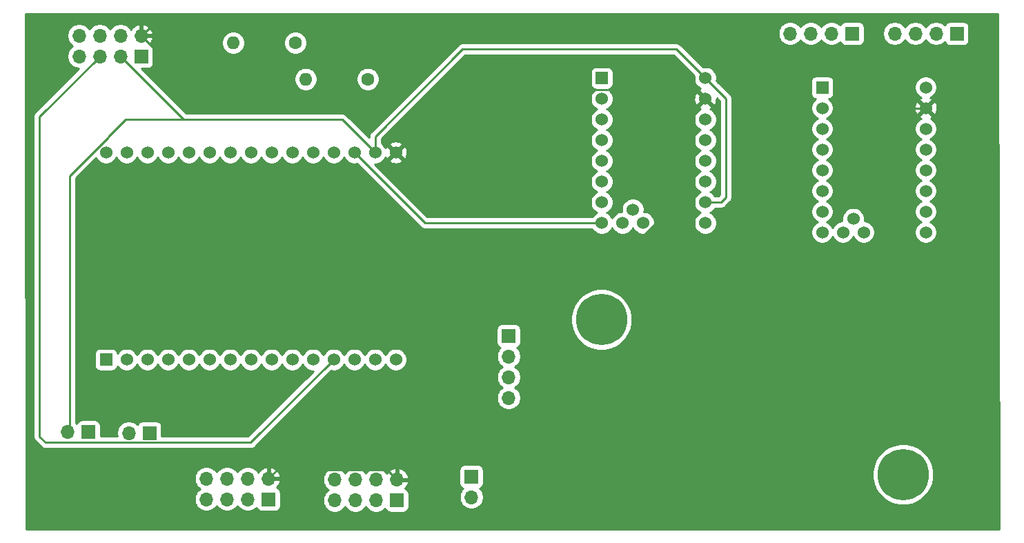
<source format=gbr>
%TF.GenerationSoftware,KiCad,Pcbnew,5.1.9-73d0e3b20d~88~ubuntu20.04.1*%
%TF.CreationDate,2021-04-09T21:37:22+02:00*%
%TF.ProjectId,RBY_tireuse,5242595f-7469-4726-9575-73652e6b6963,rev?*%
%TF.SameCoordinates,Original*%
%TF.FileFunction,Copper,L1,Top*%
%TF.FilePolarity,Positive*%
%FSLAX46Y46*%
G04 Gerber Fmt 4.6, Leading zero omitted, Abs format (unit mm)*
G04 Created by KiCad (PCBNEW 5.1.9-73d0e3b20d~88~ubuntu20.04.1) date 2021-04-09 21:37:22*
%MOMM*%
%LPD*%
G01*
G04 APERTURE LIST*
%TA.AperFunction,ComponentPad*%
%ADD10O,1.700000X1.700000*%
%TD*%
%TA.AperFunction,ComponentPad*%
%ADD11R,1.700000X1.700000*%
%TD*%
%TA.AperFunction,ComponentPad*%
%ADD12R,1.524000X1.524000*%
%TD*%
%TA.AperFunction,ComponentPad*%
%ADD13C,1.524000*%
%TD*%
%TA.AperFunction,ComponentPad*%
%ADD14O,1.600000X1.600000*%
%TD*%
%TA.AperFunction,ComponentPad*%
%ADD15C,1.600000*%
%TD*%
%TA.AperFunction,ViaPad*%
%ADD16C,6.300000*%
%TD*%
%TA.AperFunction,Conductor*%
%ADD17C,0.250000*%
%TD*%
%TA.AperFunction,Conductor*%
%ADD18C,0.254000*%
%TD*%
%TA.AperFunction,Conductor*%
%ADD19C,0.100000*%
%TD*%
G04 APERTURE END LIST*
D10*
%TO.P,J6,4*%
%TO.N,+5V*%
X106807000Y-110236000D03*
%TO.P,J6,3*%
%TO.N,GND*%
X106807000Y-107696000D03*
%TO.P,J6,2*%
%TO.N,+12V*%
X106807000Y-105156000D03*
D11*
%TO.P,J6,1*%
%TO.N,GND*%
X106807000Y-102616000D03*
%TD*%
D10*
%TO.P,J7,2*%
%TO.N,+5V*%
X102235000Y-122428000D03*
D11*
%TO.P,J7,1*%
%TO.N,GND*%
X102235000Y-119888000D03*
%TD*%
D12*
%TO.P,U3,1*%
%TO.N,Net-(U3-Pad1)*%
X57404000Y-105537000D03*
D13*
%TO.P,U3,2*%
%TO.N,Net-(J8-Pad2)*%
X59944000Y-105537000D03*
%TO.P,U3,3*%
%TO.N,Net-(J9-Pad2)*%
X62484000Y-105537000D03*
%TO.P,U3,4*%
%TO.N,S1_1*%
X65024000Y-105537000D03*
%TO.P,U3,5*%
%TO.N,Net-(U3-Pad5)*%
X67564000Y-105537000D03*
%TO.P,U3,6*%
%TO.N,P_CLK_1*%
X70104000Y-105537000D03*
%TO.P,U3,7*%
%TO.N,P_DATA_1*%
X72644000Y-105537000D03*
%TO.P,U3,8*%
%TO.N,P_DATA_0*%
X75184000Y-105537000D03*
%TO.P,U3,9*%
%TO.N,S1_0*%
X77724000Y-105537000D03*
%TO.P,U3,10*%
%TO.N,S2_0*%
X80264000Y-105537000D03*
%TO.P,U3,11*%
%TO.N,P_CLK_0*%
X82804000Y-105537000D03*
%TO.P,U3,12*%
%TO.N,B1*%
X85344000Y-105537000D03*
%TO.P,U3,13*%
%TO.N,B2*%
X87884000Y-105537000D03*
%TO.P,U3,14*%
%TO.N,GND*%
X90424000Y-105537000D03*
%TO.P,U3,15*%
%TO.N,+5V*%
X92964000Y-105537000D03*
%TO.P,U3,16*%
%TO.N,+3.3V*%
X92964000Y-80137000D03*
%TO.P,U3,17*%
%TO.N,GND*%
X90424000Y-80137000D03*
%TO.P,U3,18*%
%TO.N,EN_0*%
X87884000Y-80137000D03*
%TO.P,U3,19*%
%TO.N,DIR_0*%
X85344000Y-80137000D03*
%TO.P,U3,20*%
%TO.N,PULS_0*%
X82804000Y-80137000D03*
%TO.P,U3,21*%
%TO.N,UART_1*%
X80264000Y-80137000D03*
%TO.P,U3,22*%
%TO.N,Net-(R2-Pad2)*%
X77724000Y-80137000D03*
%TO.P,U3,23*%
%TO.N,EN_1*%
X75184000Y-80137000D03*
%TO.P,U3,24*%
%TO.N,DIR_1*%
X72644000Y-80137000D03*
%TO.P,U3,25*%
%TO.N,PULS_1*%
X70104000Y-80137000D03*
%TO.P,U3,26*%
%TO.N,Net-(U3-Pad26)*%
X67564000Y-80137000D03*
%TO.P,U3,27*%
%TO.N,UART_0*%
X65024000Y-80137000D03*
%TO.P,U3,28*%
%TO.N,Net-(R1-Pad2)*%
X62484000Y-80137000D03*
%TO.P,U3,29*%
%TO.N,I2C_DATA*%
X59944000Y-80137000D03*
%TO.P,U3,30*%
%TO.N,I2C_CLK*%
X57404000Y-80137000D03*
%TD*%
%TO.P,U2,JP3_1*%
%TO.N,Net-(U2-PadJP3_1)*%
X149098000Y-88265000D03*
%TO.P,U2,JP4_1*%
%TO.N,Net-(U2-PadJP4_1)*%
X150368000Y-89916000D03*
%TO.P,U2,JP5_1*%
%TO.N,Net-(U2-PadJP5_1)*%
X147828000Y-89916000D03*
D12*
%TO.P,U2,JP1_1*%
%TO.N,DIR_1*%
X145288000Y-72136000D03*
D13*
%TO.P,U2,JP1_2*%
%TO.N,PULS_1*%
X145288000Y-74676000D03*
%TO.P,U2,JP1_3*%
%TO.N,Net-(U2-PadJP1_3)*%
X145288000Y-77216000D03*
%TO.P,U2,JP1_4*%
%TO.N,UART_1*%
X145288000Y-79756000D03*
%TO.P,U2,JP1_5*%
%TO.N,Net-(U2-PadJP1_5)*%
X145288000Y-82296000D03*
%TO.P,U2,JP1_6*%
%TO.N,Net-(U2-PadJP1_6)*%
X145288000Y-84836000D03*
%TO.P,U2,JP1_7*%
%TO.N,Net-(U2-PadJP1_7)*%
X145288000Y-87376000D03*
%TO.P,U2,JP1_8*%
%TO.N,EN_1*%
X145288000Y-89916000D03*
%TO.P,U2,JP2_1*%
%TO.N,+12V*%
X157988000Y-89916000D03*
%TO.P,U2,JP2_2*%
%TO.N,GND*%
X157988000Y-87376000D03*
%TO.P,U2,JP2_3*%
%TO.N,Net-(J5-Pad1)*%
X157988000Y-84836000D03*
%TO.P,U2,JP2_4*%
%TO.N,Net-(J5-Pad2)*%
X157988000Y-82296000D03*
%TO.P,U2,JP2_5*%
%TO.N,Net-(J5-Pad3)*%
X157988000Y-79756000D03*
%TO.P,U2,JP2_6*%
%TO.N,Net-(J5-Pad4)*%
X157988000Y-77216000D03*
%TO.P,U2,JP2_7*%
%TO.N,+3.3V*%
X157988000Y-74676000D03*
%TO.P,U2,JP2_8*%
%TO.N,GND*%
X157988000Y-72136000D03*
%TD*%
%TO.P,U1,JP3_1*%
%TO.N,Net-(U1-PadJP3_1)*%
X122047000Y-87122000D03*
%TO.P,U1,JP4_1*%
%TO.N,Net-(U1-PadJP4_1)*%
X123317000Y-88773000D03*
%TO.P,U1,JP5_1*%
%TO.N,Net-(U1-PadJP5_1)*%
X120777000Y-88773000D03*
D12*
%TO.P,U1,JP1_1*%
%TO.N,DIR_0*%
X118237000Y-70993000D03*
D13*
%TO.P,U1,JP1_2*%
%TO.N,PULS_0*%
X118237000Y-73533000D03*
%TO.P,U1,JP1_3*%
%TO.N,Net-(U1-PadJP1_3)*%
X118237000Y-76073000D03*
%TO.P,U1,JP1_4*%
%TO.N,UART_0*%
X118237000Y-78613000D03*
%TO.P,U1,JP1_5*%
%TO.N,Net-(U1-PadJP1_5)*%
X118237000Y-81153000D03*
%TO.P,U1,JP1_6*%
%TO.N,Net-(U1-PadJP1_6)*%
X118237000Y-83693000D03*
%TO.P,U1,JP1_7*%
%TO.N,Net-(U1-PadJP1_7)*%
X118237000Y-86233000D03*
%TO.P,U1,JP1_8*%
%TO.N,EN_0*%
X118237000Y-88773000D03*
%TO.P,U1,JP2_1*%
%TO.N,+12V*%
X130937000Y-88773000D03*
%TO.P,U1,JP2_2*%
%TO.N,GND*%
X130937000Y-86233000D03*
%TO.P,U1,JP2_3*%
%TO.N,Net-(J4-Pad1)*%
X130937000Y-83693000D03*
%TO.P,U1,JP2_4*%
%TO.N,Net-(J4-Pad2)*%
X130937000Y-81153000D03*
%TO.P,U1,JP2_5*%
%TO.N,Net-(J4-Pad3)*%
X130937000Y-78613000D03*
%TO.P,U1,JP2_6*%
%TO.N,Net-(J4-Pad4)*%
X130937000Y-76073000D03*
%TO.P,U1,JP2_7*%
%TO.N,+3.3V*%
X130937000Y-73533000D03*
%TO.P,U1,JP2_8*%
%TO.N,GND*%
X130937000Y-70993000D03*
%TD*%
D14*
%TO.P,R2,2*%
%TO.N,Net-(R2-Pad2)*%
X81915000Y-71120000D03*
D15*
%TO.P,R2,1*%
%TO.N,UART_1*%
X89535000Y-71120000D03*
%TD*%
D14*
%TO.P,R1,2*%
%TO.N,Net-(R1-Pad2)*%
X73025000Y-66675000D03*
D15*
%TO.P,R1,1*%
%TO.N,UART_0*%
X80645000Y-66675000D03*
%TD*%
D10*
%TO.P,J9,2*%
%TO.N,Net-(J9-Pad2)*%
X60198000Y-114554000D03*
D11*
%TO.P,J9,1*%
%TO.N,GND*%
X62738000Y-114554000D03*
%TD*%
D10*
%TO.P,J8,2*%
%TO.N,Net-(J8-Pad2)*%
X52705000Y-114427000D03*
D11*
%TO.P,J8,1*%
%TO.N,GND*%
X55245000Y-114427000D03*
%TD*%
D10*
%TO.P,J5,4*%
%TO.N,Net-(J5-Pad4)*%
X154178000Y-65532000D03*
%TO.P,J5,3*%
%TO.N,Net-(J5-Pad3)*%
X156718000Y-65532000D03*
%TO.P,J5,2*%
%TO.N,Net-(J5-Pad2)*%
X159258000Y-65532000D03*
D11*
%TO.P,J5,1*%
%TO.N,Net-(J5-Pad1)*%
X161798000Y-65532000D03*
%TD*%
D10*
%TO.P,J4,4*%
%TO.N,Net-(J4-Pad4)*%
X141351000Y-65532000D03*
%TO.P,J4,3*%
%TO.N,Net-(J4-Pad3)*%
X143891000Y-65532000D03*
%TO.P,J4,2*%
%TO.N,Net-(J4-Pad2)*%
X146431000Y-65532000D03*
D11*
%TO.P,J4,1*%
%TO.N,Net-(J4-Pad1)*%
X148971000Y-65532000D03*
%TD*%
D10*
%TO.P,J3,8*%
%TO.N,S1_1*%
X69723000Y-120142000D03*
%TO.P,J3,7*%
%TO.N,S2_1*%
X69723000Y-122682000D03*
%TO.P,J3,6*%
%TO.N,P_DATA_1*%
X72263000Y-120142000D03*
%TO.P,J3,5*%
%TO.N,Net-(J3-Pad5)*%
X72263000Y-122682000D03*
%TO.P,J3,4*%
%TO.N,P_CLK_1*%
X74803000Y-120142000D03*
%TO.P,J3,3*%
%TO.N,GND*%
X74803000Y-122682000D03*
%TO.P,J3,2*%
%TO.N,+3.3V*%
X77343000Y-120142000D03*
D11*
%TO.P,J3,1*%
%TO.N,+5V*%
X77343000Y-122682000D03*
%TD*%
D10*
%TO.P,J2,8*%
%TO.N,S1_0*%
X85471000Y-120269000D03*
%TO.P,J2,7*%
%TO.N,S2_0*%
X85471000Y-122809000D03*
%TO.P,J2,6*%
%TO.N,P_DATA_0*%
X88011000Y-120269000D03*
%TO.P,J2,5*%
%TO.N,Net-(J2-Pad5)*%
X88011000Y-122809000D03*
%TO.P,J2,4*%
%TO.N,P_CLK_0*%
X90551000Y-120269000D03*
%TO.P,J2,3*%
%TO.N,GND*%
X90551000Y-122809000D03*
%TO.P,J2,2*%
%TO.N,+3.3V*%
X93091000Y-120269000D03*
D11*
%TO.P,J2,1*%
%TO.N,+5V*%
X93091000Y-122809000D03*
%TD*%
D10*
%TO.P,J1,8*%
%TO.N,I2C_DATA*%
X54102000Y-65786000D03*
%TO.P,J1,7*%
%TO.N,I2C_CLK*%
X54102000Y-68326000D03*
%TO.P,J1,6*%
%TO.N,B2*%
X56642000Y-65786000D03*
%TO.P,J1,5*%
%TO.N,B1*%
X56642000Y-68326000D03*
%TO.P,J1,4*%
%TO.N,Net-(J1-Pad4)*%
X59182000Y-65786000D03*
%TO.P,J1,3*%
%TO.N,GND*%
X59182000Y-68326000D03*
%TO.P,J1,2*%
%TO.N,+3.3V*%
X61722000Y-65786000D03*
D11*
%TO.P,J1,1*%
%TO.N,+5V*%
X61722000Y-68326000D03*
%TD*%
D16*
%TO.N,*%
X118194000Y-100634000D03*
X155194000Y-119634000D03*
%TD*%
D17*
%TO.N,GND*%
X130937000Y-86233000D02*
X132842000Y-86233000D01*
X132842000Y-86233000D02*
X133477000Y-85598000D01*
X133477000Y-73533000D02*
X130937000Y-70993000D01*
X133477000Y-85598000D02*
X133477000Y-73533000D01*
X59182000Y-68326000D02*
X66929000Y-76073000D01*
X86360000Y-76073000D02*
X90424000Y-80137000D01*
X66929000Y-76073000D02*
X86360000Y-76073000D01*
X130937000Y-70993000D02*
X127381000Y-67437000D01*
X90424000Y-78162240D02*
X90424000Y-80137000D01*
X101149240Y-67437000D02*
X90424000Y-78162240D01*
X127381000Y-67437000D02*
X101149240Y-67437000D01*
X52959000Y-82973238D02*
X52959000Y-114427000D01*
X52959000Y-82973238D02*
X57700238Y-78232000D01*
X57700238Y-78232000D02*
X57700238Y-78189762D01*
X59817000Y-76073000D02*
X66929000Y-76073000D01*
X57700238Y-78189762D02*
X59817000Y-76073000D01*
%TO.N,B1*%
X75151999Y-115729001D02*
X85344000Y-105537000D01*
X49981999Y-115729001D02*
X75151999Y-115729001D01*
X49243999Y-114991001D02*
X49981999Y-115729001D01*
X49243999Y-75724001D02*
X49243999Y-114991001D01*
X56642000Y-68326000D02*
X49243999Y-75724001D01*
%TO.N,EN_0*%
X96520000Y-88773000D02*
X118237000Y-88773000D01*
X87884000Y-80137000D02*
X96520000Y-88773000D01*
%TO.N,+3.3V*%
X62571999Y-64936001D02*
X64809001Y-64936001D01*
X61722000Y-65786000D02*
X62571999Y-64936001D01*
X157988000Y-74676000D02*
X155829000Y-74676000D01*
X91915999Y-119093999D02*
X93091000Y-120269000D01*
X78391001Y-119093999D02*
X91915999Y-119093999D01*
X77343000Y-120142000D02*
X78391001Y-119093999D01*
X93091000Y-120269000D02*
X93091000Y-110109000D01*
X93091000Y-110109000D02*
X107315000Y-95885000D01*
X117813762Y-95885000D02*
X127127000Y-86571762D01*
X107315000Y-95885000D02*
X117813762Y-95885000D01*
X127127000Y-77343000D02*
X130937000Y-73533000D01*
X127127000Y-86571762D02*
X127127000Y-77343000D01*
X100655001Y-72445999D02*
X92964000Y-80137000D01*
X129849999Y-72445999D02*
X100655001Y-72445999D01*
X130937000Y-73533000D02*
X129849999Y-72445999D01*
X61722000Y-65786000D02*
X63736001Y-67800001D01*
%TD*%
D18*
%TO.N,+3.3V*%
X166978700Y-126340000D02*
X47648702Y-126340000D01*
X47636214Y-119995740D01*
X68238000Y-119995740D01*
X68238000Y-120288260D01*
X68295068Y-120575158D01*
X68407010Y-120845411D01*
X68569525Y-121088632D01*
X68776368Y-121295475D01*
X68950760Y-121412000D01*
X68776368Y-121528525D01*
X68569525Y-121735368D01*
X68407010Y-121978589D01*
X68295068Y-122248842D01*
X68238000Y-122535740D01*
X68238000Y-122828260D01*
X68295068Y-123115158D01*
X68407010Y-123385411D01*
X68569525Y-123628632D01*
X68776368Y-123835475D01*
X69019589Y-123997990D01*
X69289842Y-124109932D01*
X69576740Y-124167000D01*
X69869260Y-124167000D01*
X70156158Y-124109932D01*
X70426411Y-123997990D01*
X70669632Y-123835475D01*
X70876475Y-123628632D01*
X70993000Y-123454240D01*
X71109525Y-123628632D01*
X71316368Y-123835475D01*
X71559589Y-123997990D01*
X71829842Y-124109932D01*
X72116740Y-124167000D01*
X72409260Y-124167000D01*
X72696158Y-124109932D01*
X72966411Y-123997990D01*
X73209632Y-123835475D01*
X73416475Y-123628632D01*
X73533000Y-123454240D01*
X73649525Y-123628632D01*
X73856368Y-123835475D01*
X74099589Y-123997990D01*
X74369842Y-124109932D01*
X74656740Y-124167000D01*
X74949260Y-124167000D01*
X75236158Y-124109932D01*
X75506411Y-123997990D01*
X75749632Y-123835475D01*
X75881487Y-123703620D01*
X75903498Y-123776180D01*
X75962463Y-123886494D01*
X76041815Y-123983185D01*
X76138506Y-124062537D01*
X76248820Y-124121502D01*
X76368518Y-124157812D01*
X76493000Y-124170072D01*
X78193000Y-124170072D01*
X78317482Y-124157812D01*
X78437180Y-124121502D01*
X78547494Y-124062537D01*
X78644185Y-123983185D01*
X78723537Y-123886494D01*
X78782502Y-123776180D01*
X78818812Y-123656482D01*
X78831072Y-123532000D01*
X78831072Y-121832000D01*
X78818812Y-121707518D01*
X78782502Y-121587820D01*
X78723537Y-121477506D01*
X78644185Y-121380815D01*
X78547494Y-121301463D01*
X78437180Y-121242498D01*
X78361374Y-121219502D01*
X78538178Y-121023355D01*
X78687157Y-120773252D01*
X78784481Y-120498891D01*
X78663814Y-120269000D01*
X77470000Y-120269000D01*
X77470000Y-120289000D01*
X77216000Y-120289000D01*
X77216000Y-120269000D01*
X77196000Y-120269000D01*
X77196000Y-120122740D01*
X83986000Y-120122740D01*
X83986000Y-120415260D01*
X84043068Y-120702158D01*
X84155010Y-120972411D01*
X84317525Y-121215632D01*
X84524368Y-121422475D01*
X84698760Y-121539000D01*
X84524368Y-121655525D01*
X84317525Y-121862368D01*
X84155010Y-122105589D01*
X84043068Y-122375842D01*
X83986000Y-122662740D01*
X83986000Y-122955260D01*
X84043068Y-123242158D01*
X84155010Y-123512411D01*
X84317525Y-123755632D01*
X84524368Y-123962475D01*
X84767589Y-124124990D01*
X85037842Y-124236932D01*
X85324740Y-124294000D01*
X85617260Y-124294000D01*
X85904158Y-124236932D01*
X86174411Y-124124990D01*
X86417632Y-123962475D01*
X86624475Y-123755632D01*
X86741000Y-123581240D01*
X86857525Y-123755632D01*
X87064368Y-123962475D01*
X87307589Y-124124990D01*
X87577842Y-124236932D01*
X87864740Y-124294000D01*
X88157260Y-124294000D01*
X88444158Y-124236932D01*
X88714411Y-124124990D01*
X88957632Y-123962475D01*
X89164475Y-123755632D01*
X89281000Y-123581240D01*
X89397525Y-123755632D01*
X89604368Y-123962475D01*
X89847589Y-124124990D01*
X90117842Y-124236932D01*
X90404740Y-124294000D01*
X90697260Y-124294000D01*
X90984158Y-124236932D01*
X91254411Y-124124990D01*
X91497632Y-123962475D01*
X91629487Y-123830620D01*
X91651498Y-123903180D01*
X91710463Y-124013494D01*
X91789815Y-124110185D01*
X91886506Y-124189537D01*
X91996820Y-124248502D01*
X92116518Y-124284812D01*
X92241000Y-124297072D01*
X93941000Y-124297072D01*
X94065482Y-124284812D01*
X94185180Y-124248502D01*
X94295494Y-124189537D01*
X94392185Y-124110185D01*
X94471537Y-124013494D01*
X94530502Y-123903180D01*
X94566812Y-123783482D01*
X94579072Y-123659000D01*
X94579072Y-121959000D01*
X94566812Y-121834518D01*
X94530502Y-121714820D01*
X94471537Y-121604506D01*
X94392185Y-121507815D01*
X94295494Y-121428463D01*
X94185180Y-121369498D01*
X94109374Y-121346502D01*
X94286178Y-121150355D01*
X94435157Y-120900252D01*
X94532481Y-120625891D01*
X94411814Y-120396000D01*
X93218000Y-120396000D01*
X93218000Y-120416000D01*
X92964000Y-120416000D01*
X92964000Y-120396000D01*
X92944000Y-120396000D01*
X92944000Y-120142000D01*
X92964000Y-120142000D01*
X92964000Y-118948845D01*
X93218000Y-118948845D01*
X93218000Y-120142000D01*
X94411814Y-120142000D01*
X94532481Y-119912109D01*
X94435157Y-119637748D01*
X94286178Y-119387645D01*
X94091269Y-119171412D01*
X93912407Y-119038000D01*
X100746928Y-119038000D01*
X100746928Y-120738000D01*
X100759188Y-120862482D01*
X100795498Y-120982180D01*
X100854463Y-121092494D01*
X100933815Y-121189185D01*
X101030506Y-121268537D01*
X101140820Y-121327502D01*
X101213380Y-121349513D01*
X101081525Y-121481368D01*
X100919010Y-121724589D01*
X100807068Y-121994842D01*
X100750000Y-122281740D01*
X100750000Y-122574260D01*
X100807068Y-122861158D01*
X100919010Y-123131411D01*
X101081525Y-123374632D01*
X101288368Y-123581475D01*
X101531589Y-123743990D01*
X101801842Y-123855932D01*
X102088740Y-123913000D01*
X102381260Y-123913000D01*
X102668158Y-123855932D01*
X102938411Y-123743990D01*
X103181632Y-123581475D01*
X103388475Y-123374632D01*
X103550990Y-123131411D01*
X103662932Y-122861158D01*
X103720000Y-122574260D01*
X103720000Y-122281740D01*
X103662932Y-121994842D01*
X103550990Y-121724589D01*
X103388475Y-121481368D01*
X103256620Y-121349513D01*
X103329180Y-121327502D01*
X103439494Y-121268537D01*
X103536185Y-121189185D01*
X103615537Y-121092494D01*
X103674502Y-120982180D01*
X103710812Y-120862482D01*
X103723072Y-120738000D01*
X103723072Y-119261210D01*
X151409000Y-119261210D01*
X151409000Y-120006790D01*
X151554455Y-120738044D01*
X151839777Y-121426870D01*
X152253999Y-122046797D01*
X152781203Y-122574001D01*
X153401130Y-122988223D01*
X154089956Y-123273545D01*
X154821210Y-123419000D01*
X155566790Y-123419000D01*
X156298044Y-123273545D01*
X156986870Y-122988223D01*
X157606797Y-122574001D01*
X158134001Y-122046797D01*
X158548223Y-121426870D01*
X158833545Y-120738044D01*
X158979000Y-120006790D01*
X158979000Y-119261210D01*
X158833545Y-118529956D01*
X158548223Y-117841130D01*
X158134001Y-117221203D01*
X157606797Y-116693999D01*
X156986870Y-116279777D01*
X156298044Y-115994455D01*
X155566790Y-115849000D01*
X154821210Y-115849000D01*
X154089956Y-115994455D01*
X153401130Y-116279777D01*
X152781203Y-116693999D01*
X152253999Y-117221203D01*
X151839777Y-117841130D01*
X151554455Y-118529956D01*
X151409000Y-119261210D01*
X103723072Y-119261210D01*
X103723072Y-119038000D01*
X103710812Y-118913518D01*
X103674502Y-118793820D01*
X103615537Y-118683506D01*
X103536185Y-118586815D01*
X103439494Y-118507463D01*
X103329180Y-118448498D01*
X103209482Y-118412188D01*
X103085000Y-118399928D01*
X101385000Y-118399928D01*
X101260518Y-118412188D01*
X101140820Y-118448498D01*
X101030506Y-118507463D01*
X100933815Y-118586815D01*
X100854463Y-118683506D01*
X100795498Y-118793820D01*
X100759188Y-118913518D01*
X100746928Y-119038000D01*
X93912407Y-119038000D01*
X93857920Y-118997359D01*
X93595099Y-118872175D01*
X93447890Y-118827524D01*
X93218000Y-118948845D01*
X92964000Y-118948845D01*
X92734110Y-118827524D01*
X92586901Y-118872175D01*
X92324080Y-118997359D01*
X92090731Y-119171412D01*
X91895822Y-119387645D01*
X91826195Y-119504534D01*
X91704475Y-119322368D01*
X91497632Y-119115525D01*
X91254411Y-118953010D01*
X90984158Y-118841068D01*
X90697260Y-118784000D01*
X90404740Y-118784000D01*
X90117842Y-118841068D01*
X89847589Y-118953010D01*
X89604368Y-119115525D01*
X89397525Y-119322368D01*
X89281000Y-119496760D01*
X89164475Y-119322368D01*
X88957632Y-119115525D01*
X88714411Y-118953010D01*
X88444158Y-118841068D01*
X88157260Y-118784000D01*
X87864740Y-118784000D01*
X87577842Y-118841068D01*
X87307589Y-118953010D01*
X87064368Y-119115525D01*
X86857525Y-119322368D01*
X86741000Y-119496760D01*
X86624475Y-119322368D01*
X86417632Y-119115525D01*
X86174411Y-118953010D01*
X85904158Y-118841068D01*
X85617260Y-118784000D01*
X85324740Y-118784000D01*
X85037842Y-118841068D01*
X84767589Y-118953010D01*
X84524368Y-119115525D01*
X84317525Y-119322368D01*
X84155010Y-119565589D01*
X84043068Y-119835842D01*
X83986000Y-120122740D01*
X77196000Y-120122740D01*
X77196000Y-120015000D01*
X77216000Y-120015000D01*
X77216000Y-118821845D01*
X77470000Y-118821845D01*
X77470000Y-120015000D01*
X78663814Y-120015000D01*
X78784481Y-119785109D01*
X78687157Y-119510748D01*
X78538178Y-119260645D01*
X78343269Y-119044412D01*
X78109920Y-118870359D01*
X77847099Y-118745175D01*
X77699890Y-118700524D01*
X77470000Y-118821845D01*
X77216000Y-118821845D01*
X76986110Y-118700524D01*
X76838901Y-118745175D01*
X76576080Y-118870359D01*
X76342731Y-119044412D01*
X76147822Y-119260645D01*
X76078195Y-119377534D01*
X75956475Y-119195368D01*
X75749632Y-118988525D01*
X75506411Y-118826010D01*
X75236158Y-118714068D01*
X74949260Y-118657000D01*
X74656740Y-118657000D01*
X74369842Y-118714068D01*
X74099589Y-118826010D01*
X73856368Y-118988525D01*
X73649525Y-119195368D01*
X73533000Y-119369760D01*
X73416475Y-119195368D01*
X73209632Y-118988525D01*
X72966411Y-118826010D01*
X72696158Y-118714068D01*
X72409260Y-118657000D01*
X72116740Y-118657000D01*
X71829842Y-118714068D01*
X71559589Y-118826010D01*
X71316368Y-118988525D01*
X71109525Y-119195368D01*
X70993000Y-119369760D01*
X70876475Y-119195368D01*
X70669632Y-118988525D01*
X70426411Y-118826010D01*
X70156158Y-118714068D01*
X69869260Y-118657000D01*
X69576740Y-118657000D01*
X69289842Y-118714068D01*
X69019589Y-118826010D01*
X68776368Y-118988525D01*
X68569525Y-119195368D01*
X68407010Y-119438589D01*
X68295068Y-119708842D01*
X68238000Y-119995740D01*
X47636214Y-119995740D01*
X47549064Y-75724001D01*
X48480323Y-75724001D01*
X48483999Y-75761323D01*
X48484000Y-114953668D01*
X48480323Y-114991001D01*
X48494997Y-115139986D01*
X48538453Y-115283247D01*
X48609025Y-115415277D01*
X48679075Y-115500632D01*
X48703999Y-115531002D01*
X48732997Y-115554800D01*
X49418200Y-116240003D01*
X49441998Y-116269002D01*
X49470996Y-116292800D01*
X49557723Y-116363975D01*
X49689752Y-116434547D01*
X49833013Y-116478004D01*
X49981999Y-116492678D01*
X50019332Y-116489001D01*
X75114677Y-116489001D01*
X75151999Y-116492677D01*
X75189321Y-116489001D01*
X75189332Y-116489001D01*
X75300985Y-116478004D01*
X75444246Y-116434547D01*
X75576275Y-116363975D01*
X75692000Y-116269002D01*
X75715803Y-116239998D01*
X85052430Y-106903372D01*
X85206408Y-106934000D01*
X85481592Y-106934000D01*
X85751490Y-106880314D01*
X86005727Y-106775005D01*
X86234535Y-106622120D01*
X86429120Y-106427535D01*
X86582005Y-106198727D01*
X86614000Y-106121485D01*
X86645995Y-106198727D01*
X86798880Y-106427535D01*
X86993465Y-106622120D01*
X87222273Y-106775005D01*
X87476510Y-106880314D01*
X87746408Y-106934000D01*
X88021592Y-106934000D01*
X88291490Y-106880314D01*
X88545727Y-106775005D01*
X88774535Y-106622120D01*
X88969120Y-106427535D01*
X89122005Y-106198727D01*
X89154000Y-106121485D01*
X89185995Y-106198727D01*
X89338880Y-106427535D01*
X89533465Y-106622120D01*
X89762273Y-106775005D01*
X90016510Y-106880314D01*
X90286408Y-106934000D01*
X90561592Y-106934000D01*
X90831490Y-106880314D01*
X91085727Y-106775005D01*
X91314535Y-106622120D01*
X91509120Y-106427535D01*
X91662005Y-106198727D01*
X91694000Y-106121485D01*
X91725995Y-106198727D01*
X91878880Y-106427535D01*
X92073465Y-106622120D01*
X92302273Y-106775005D01*
X92556510Y-106880314D01*
X92826408Y-106934000D01*
X93101592Y-106934000D01*
X93371490Y-106880314D01*
X93625727Y-106775005D01*
X93854535Y-106622120D01*
X94049120Y-106427535D01*
X94202005Y-106198727D01*
X94307314Y-105944490D01*
X94361000Y-105674592D01*
X94361000Y-105399408D01*
X94307314Y-105129510D01*
X94202005Y-104875273D01*
X94049120Y-104646465D01*
X93854535Y-104451880D01*
X93625727Y-104298995D01*
X93371490Y-104193686D01*
X93101592Y-104140000D01*
X92826408Y-104140000D01*
X92556510Y-104193686D01*
X92302273Y-104298995D01*
X92073465Y-104451880D01*
X91878880Y-104646465D01*
X91725995Y-104875273D01*
X91694000Y-104952515D01*
X91662005Y-104875273D01*
X91509120Y-104646465D01*
X91314535Y-104451880D01*
X91085727Y-104298995D01*
X90831490Y-104193686D01*
X90561592Y-104140000D01*
X90286408Y-104140000D01*
X90016510Y-104193686D01*
X89762273Y-104298995D01*
X89533465Y-104451880D01*
X89338880Y-104646465D01*
X89185995Y-104875273D01*
X89154000Y-104952515D01*
X89122005Y-104875273D01*
X88969120Y-104646465D01*
X88774535Y-104451880D01*
X88545727Y-104298995D01*
X88291490Y-104193686D01*
X88021592Y-104140000D01*
X87746408Y-104140000D01*
X87476510Y-104193686D01*
X87222273Y-104298995D01*
X86993465Y-104451880D01*
X86798880Y-104646465D01*
X86645995Y-104875273D01*
X86614000Y-104952515D01*
X86582005Y-104875273D01*
X86429120Y-104646465D01*
X86234535Y-104451880D01*
X86005727Y-104298995D01*
X85751490Y-104193686D01*
X85481592Y-104140000D01*
X85206408Y-104140000D01*
X84936510Y-104193686D01*
X84682273Y-104298995D01*
X84453465Y-104451880D01*
X84258880Y-104646465D01*
X84105995Y-104875273D01*
X84074000Y-104952515D01*
X84042005Y-104875273D01*
X83889120Y-104646465D01*
X83694535Y-104451880D01*
X83465727Y-104298995D01*
X83211490Y-104193686D01*
X82941592Y-104140000D01*
X82666408Y-104140000D01*
X82396510Y-104193686D01*
X82142273Y-104298995D01*
X81913465Y-104451880D01*
X81718880Y-104646465D01*
X81565995Y-104875273D01*
X81534000Y-104952515D01*
X81502005Y-104875273D01*
X81349120Y-104646465D01*
X81154535Y-104451880D01*
X80925727Y-104298995D01*
X80671490Y-104193686D01*
X80401592Y-104140000D01*
X80126408Y-104140000D01*
X79856510Y-104193686D01*
X79602273Y-104298995D01*
X79373465Y-104451880D01*
X79178880Y-104646465D01*
X79025995Y-104875273D01*
X78994000Y-104952515D01*
X78962005Y-104875273D01*
X78809120Y-104646465D01*
X78614535Y-104451880D01*
X78385727Y-104298995D01*
X78131490Y-104193686D01*
X77861592Y-104140000D01*
X77586408Y-104140000D01*
X77316510Y-104193686D01*
X77062273Y-104298995D01*
X76833465Y-104451880D01*
X76638880Y-104646465D01*
X76485995Y-104875273D01*
X76454000Y-104952515D01*
X76422005Y-104875273D01*
X76269120Y-104646465D01*
X76074535Y-104451880D01*
X75845727Y-104298995D01*
X75591490Y-104193686D01*
X75321592Y-104140000D01*
X75046408Y-104140000D01*
X74776510Y-104193686D01*
X74522273Y-104298995D01*
X74293465Y-104451880D01*
X74098880Y-104646465D01*
X73945995Y-104875273D01*
X73914000Y-104952515D01*
X73882005Y-104875273D01*
X73729120Y-104646465D01*
X73534535Y-104451880D01*
X73305727Y-104298995D01*
X73051490Y-104193686D01*
X72781592Y-104140000D01*
X72506408Y-104140000D01*
X72236510Y-104193686D01*
X71982273Y-104298995D01*
X71753465Y-104451880D01*
X71558880Y-104646465D01*
X71405995Y-104875273D01*
X71374000Y-104952515D01*
X71342005Y-104875273D01*
X71189120Y-104646465D01*
X70994535Y-104451880D01*
X70765727Y-104298995D01*
X70511490Y-104193686D01*
X70241592Y-104140000D01*
X69966408Y-104140000D01*
X69696510Y-104193686D01*
X69442273Y-104298995D01*
X69213465Y-104451880D01*
X69018880Y-104646465D01*
X68865995Y-104875273D01*
X68834000Y-104952515D01*
X68802005Y-104875273D01*
X68649120Y-104646465D01*
X68454535Y-104451880D01*
X68225727Y-104298995D01*
X67971490Y-104193686D01*
X67701592Y-104140000D01*
X67426408Y-104140000D01*
X67156510Y-104193686D01*
X66902273Y-104298995D01*
X66673465Y-104451880D01*
X66478880Y-104646465D01*
X66325995Y-104875273D01*
X66294000Y-104952515D01*
X66262005Y-104875273D01*
X66109120Y-104646465D01*
X65914535Y-104451880D01*
X65685727Y-104298995D01*
X65431490Y-104193686D01*
X65161592Y-104140000D01*
X64886408Y-104140000D01*
X64616510Y-104193686D01*
X64362273Y-104298995D01*
X64133465Y-104451880D01*
X63938880Y-104646465D01*
X63785995Y-104875273D01*
X63754000Y-104952515D01*
X63722005Y-104875273D01*
X63569120Y-104646465D01*
X63374535Y-104451880D01*
X63145727Y-104298995D01*
X62891490Y-104193686D01*
X62621592Y-104140000D01*
X62346408Y-104140000D01*
X62076510Y-104193686D01*
X61822273Y-104298995D01*
X61593465Y-104451880D01*
X61398880Y-104646465D01*
X61245995Y-104875273D01*
X61214000Y-104952515D01*
X61182005Y-104875273D01*
X61029120Y-104646465D01*
X60834535Y-104451880D01*
X60605727Y-104298995D01*
X60351490Y-104193686D01*
X60081592Y-104140000D01*
X59806408Y-104140000D01*
X59536510Y-104193686D01*
X59282273Y-104298995D01*
X59053465Y-104451880D01*
X58858880Y-104646465D01*
X58800080Y-104734465D01*
X58791812Y-104650518D01*
X58755502Y-104530820D01*
X58696537Y-104420506D01*
X58617185Y-104323815D01*
X58520494Y-104244463D01*
X58410180Y-104185498D01*
X58290482Y-104149188D01*
X58166000Y-104136928D01*
X56642000Y-104136928D01*
X56517518Y-104149188D01*
X56397820Y-104185498D01*
X56287506Y-104244463D01*
X56190815Y-104323815D01*
X56111463Y-104420506D01*
X56052498Y-104530820D01*
X56016188Y-104650518D01*
X56003928Y-104775000D01*
X56003928Y-106299000D01*
X56016188Y-106423482D01*
X56052498Y-106543180D01*
X56111463Y-106653494D01*
X56190815Y-106750185D01*
X56287506Y-106829537D01*
X56397820Y-106888502D01*
X56517518Y-106924812D01*
X56642000Y-106937072D01*
X58166000Y-106937072D01*
X58290482Y-106924812D01*
X58410180Y-106888502D01*
X58520494Y-106829537D01*
X58617185Y-106750185D01*
X58696537Y-106653494D01*
X58755502Y-106543180D01*
X58791812Y-106423482D01*
X58800080Y-106339535D01*
X58858880Y-106427535D01*
X59053465Y-106622120D01*
X59282273Y-106775005D01*
X59536510Y-106880314D01*
X59806408Y-106934000D01*
X60081592Y-106934000D01*
X60351490Y-106880314D01*
X60605727Y-106775005D01*
X60834535Y-106622120D01*
X61029120Y-106427535D01*
X61182005Y-106198727D01*
X61214000Y-106121485D01*
X61245995Y-106198727D01*
X61398880Y-106427535D01*
X61593465Y-106622120D01*
X61822273Y-106775005D01*
X62076510Y-106880314D01*
X62346408Y-106934000D01*
X62621592Y-106934000D01*
X62891490Y-106880314D01*
X63145727Y-106775005D01*
X63374535Y-106622120D01*
X63569120Y-106427535D01*
X63722005Y-106198727D01*
X63754000Y-106121485D01*
X63785995Y-106198727D01*
X63938880Y-106427535D01*
X64133465Y-106622120D01*
X64362273Y-106775005D01*
X64616510Y-106880314D01*
X64886408Y-106934000D01*
X65161592Y-106934000D01*
X65431490Y-106880314D01*
X65685727Y-106775005D01*
X65914535Y-106622120D01*
X66109120Y-106427535D01*
X66262005Y-106198727D01*
X66294000Y-106121485D01*
X66325995Y-106198727D01*
X66478880Y-106427535D01*
X66673465Y-106622120D01*
X66902273Y-106775005D01*
X67156510Y-106880314D01*
X67426408Y-106934000D01*
X67701592Y-106934000D01*
X67971490Y-106880314D01*
X68225727Y-106775005D01*
X68454535Y-106622120D01*
X68649120Y-106427535D01*
X68802005Y-106198727D01*
X68834000Y-106121485D01*
X68865995Y-106198727D01*
X69018880Y-106427535D01*
X69213465Y-106622120D01*
X69442273Y-106775005D01*
X69696510Y-106880314D01*
X69966408Y-106934000D01*
X70241592Y-106934000D01*
X70511490Y-106880314D01*
X70765727Y-106775005D01*
X70994535Y-106622120D01*
X71189120Y-106427535D01*
X71342005Y-106198727D01*
X71374000Y-106121485D01*
X71405995Y-106198727D01*
X71558880Y-106427535D01*
X71753465Y-106622120D01*
X71982273Y-106775005D01*
X72236510Y-106880314D01*
X72506408Y-106934000D01*
X72781592Y-106934000D01*
X73051490Y-106880314D01*
X73305727Y-106775005D01*
X73534535Y-106622120D01*
X73729120Y-106427535D01*
X73882005Y-106198727D01*
X73914000Y-106121485D01*
X73945995Y-106198727D01*
X74098880Y-106427535D01*
X74293465Y-106622120D01*
X74522273Y-106775005D01*
X74776510Y-106880314D01*
X75046408Y-106934000D01*
X75321592Y-106934000D01*
X75591490Y-106880314D01*
X75845727Y-106775005D01*
X76074535Y-106622120D01*
X76269120Y-106427535D01*
X76422005Y-106198727D01*
X76454000Y-106121485D01*
X76485995Y-106198727D01*
X76638880Y-106427535D01*
X76833465Y-106622120D01*
X77062273Y-106775005D01*
X77316510Y-106880314D01*
X77586408Y-106934000D01*
X77861592Y-106934000D01*
X78131490Y-106880314D01*
X78385727Y-106775005D01*
X78614535Y-106622120D01*
X78809120Y-106427535D01*
X78962005Y-106198727D01*
X78994000Y-106121485D01*
X79025995Y-106198727D01*
X79178880Y-106427535D01*
X79373465Y-106622120D01*
X79602273Y-106775005D01*
X79856510Y-106880314D01*
X80126408Y-106934000D01*
X80401592Y-106934000D01*
X80671490Y-106880314D01*
X80925727Y-106775005D01*
X81154535Y-106622120D01*
X81349120Y-106427535D01*
X81502005Y-106198727D01*
X81534000Y-106121485D01*
X81565995Y-106198727D01*
X81718880Y-106427535D01*
X81913465Y-106622120D01*
X82142273Y-106775005D01*
X82396510Y-106880314D01*
X82666408Y-106934000D01*
X82872198Y-106934000D01*
X74837198Y-114969001D01*
X64226072Y-114969001D01*
X64226072Y-113704000D01*
X64213812Y-113579518D01*
X64177502Y-113459820D01*
X64118537Y-113349506D01*
X64039185Y-113252815D01*
X63942494Y-113173463D01*
X63832180Y-113114498D01*
X63712482Y-113078188D01*
X63588000Y-113065928D01*
X61888000Y-113065928D01*
X61763518Y-113078188D01*
X61643820Y-113114498D01*
X61533506Y-113173463D01*
X61436815Y-113252815D01*
X61357463Y-113349506D01*
X61298498Y-113459820D01*
X61276487Y-113532380D01*
X61144632Y-113400525D01*
X60901411Y-113238010D01*
X60631158Y-113126068D01*
X60344260Y-113069000D01*
X60051740Y-113069000D01*
X59764842Y-113126068D01*
X59494589Y-113238010D01*
X59251368Y-113400525D01*
X59044525Y-113607368D01*
X58882010Y-113850589D01*
X58770068Y-114120842D01*
X58713000Y-114407740D01*
X58713000Y-114700260D01*
X58766456Y-114969001D01*
X56733072Y-114969001D01*
X56733072Y-113577000D01*
X56720812Y-113452518D01*
X56684502Y-113332820D01*
X56625537Y-113222506D01*
X56546185Y-113125815D01*
X56449494Y-113046463D01*
X56339180Y-112987498D01*
X56219482Y-112951188D01*
X56095000Y-112938928D01*
X54395000Y-112938928D01*
X54270518Y-112951188D01*
X54150820Y-112987498D01*
X54040506Y-113046463D01*
X53943815Y-113125815D01*
X53864463Y-113222506D01*
X53805498Y-113332820D01*
X53783487Y-113405380D01*
X53719000Y-113340893D01*
X53719000Y-101766000D01*
X105318928Y-101766000D01*
X105318928Y-103466000D01*
X105331188Y-103590482D01*
X105367498Y-103710180D01*
X105426463Y-103820494D01*
X105505815Y-103917185D01*
X105602506Y-103996537D01*
X105712820Y-104055502D01*
X105785380Y-104077513D01*
X105653525Y-104209368D01*
X105491010Y-104452589D01*
X105379068Y-104722842D01*
X105322000Y-105009740D01*
X105322000Y-105302260D01*
X105379068Y-105589158D01*
X105491010Y-105859411D01*
X105653525Y-106102632D01*
X105860368Y-106309475D01*
X106034760Y-106426000D01*
X105860368Y-106542525D01*
X105653525Y-106749368D01*
X105491010Y-106992589D01*
X105379068Y-107262842D01*
X105322000Y-107549740D01*
X105322000Y-107842260D01*
X105379068Y-108129158D01*
X105491010Y-108399411D01*
X105653525Y-108642632D01*
X105860368Y-108849475D01*
X106034760Y-108966000D01*
X105860368Y-109082525D01*
X105653525Y-109289368D01*
X105491010Y-109532589D01*
X105379068Y-109802842D01*
X105322000Y-110089740D01*
X105322000Y-110382260D01*
X105379068Y-110669158D01*
X105491010Y-110939411D01*
X105653525Y-111182632D01*
X105860368Y-111389475D01*
X106103589Y-111551990D01*
X106373842Y-111663932D01*
X106660740Y-111721000D01*
X106953260Y-111721000D01*
X107240158Y-111663932D01*
X107510411Y-111551990D01*
X107753632Y-111389475D01*
X107960475Y-111182632D01*
X108122990Y-110939411D01*
X108234932Y-110669158D01*
X108292000Y-110382260D01*
X108292000Y-110089740D01*
X108234932Y-109802842D01*
X108122990Y-109532589D01*
X107960475Y-109289368D01*
X107753632Y-109082525D01*
X107579240Y-108966000D01*
X107753632Y-108849475D01*
X107960475Y-108642632D01*
X108122990Y-108399411D01*
X108234932Y-108129158D01*
X108292000Y-107842260D01*
X108292000Y-107549740D01*
X108234932Y-107262842D01*
X108122990Y-106992589D01*
X107960475Y-106749368D01*
X107753632Y-106542525D01*
X107579240Y-106426000D01*
X107753632Y-106309475D01*
X107960475Y-106102632D01*
X108122990Y-105859411D01*
X108234932Y-105589158D01*
X108292000Y-105302260D01*
X108292000Y-105009740D01*
X108234932Y-104722842D01*
X108122990Y-104452589D01*
X107960475Y-104209368D01*
X107828620Y-104077513D01*
X107901180Y-104055502D01*
X108011494Y-103996537D01*
X108108185Y-103917185D01*
X108187537Y-103820494D01*
X108246502Y-103710180D01*
X108282812Y-103590482D01*
X108295072Y-103466000D01*
X108295072Y-101766000D01*
X108282812Y-101641518D01*
X108246502Y-101521820D01*
X108187537Y-101411506D01*
X108108185Y-101314815D01*
X108011494Y-101235463D01*
X107901180Y-101176498D01*
X107781482Y-101140188D01*
X107657000Y-101127928D01*
X105957000Y-101127928D01*
X105832518Y-101140188D01*
X105712820Y-101176498D01*
X105602506Y-101235463D01*
X105505815Y-101314815D01*
X105426463Y-101411506D01*
X105367498Y-101521820D01*
X105331188Y-101641518D01*
X105318928Y-101766000D01*
X53719000Y-101766000D01*
X53719000Y-100261210D01*
X114409000Y-100261210D01*
X114409000Y-101006790D01*
X114554455Y-101738044D01*
X114839777Y-102426870D01*
X115253999Y-103046797D01*
X115781203Y-103574001D01*
X116401130Y-103988223D01*
X117089956Y-104273545D01*
X117821210Y-104419000D01*
X118566790Y-104419000D01*
X119298044Y-104273545D01*
X119986870Y-103988223D01*
X120606797Y-103574001D01*
X121134001Y-103046797D01*
X121548223Y-102426870D01*
X121833545Y-101738044D01*
X121979000Y-101006790D01*
X121979000Y-100261210D01*
X121833545Y-99529956D01*
X121548223Y-98841130D01*
X121134001Y-98221203D01*
X120606797Y-97693999D01*
X119986870Y-97279777D01*
X119298044Y-96994455D01*
X118566790Y-96849000D01*
X117821210Y-96849000D01*
X117089956Y-96994455D01*
X116401130Y-97279777D01*
X115781203Y-97693999D01*
X115253999Y-98221203D01*
X114839777Y-98841130D01*
X114554455Y-99529956D01*
X114409000Y-100261210D01*
X53719000Y-100261210D01*
X53719000Y-83288039D01*
X56182945Y-80824095D01*
X56318880Y-81027535D01*
X56513465Y-81222120D01*
X56742273Y-81375005D01*
X56996510Y-81480314D01*
X57266408Y-81534000D01*
X57541592Y-81534000D01*
X57811490Y-81480314D01*
X58065727Y-81375005D01*
X58294535Y-81222120D01*
X58489120Y-81027535D01*
X58642005Y-80798727D01*
X58674000Y-80721485D01*
X58705995Y-80798727D01*
X58858880Y-81027535D01*
X59053465Y-81222120D01*
X59282273Y-81375005D01*
X59536510Y-81480314D01*
X59806408Y-81534000D01*
X60081592Y-81534000D01*
X60351490Y-81480314D01*
X60605727Y-81375005D01*
X60834535Y-81222120D01*
X61029120Y-81027535D01*
X61182005Y-80798727D01*
X61214000Y-80721485D01*
X61245995Y-80798727D01*
X61398880Y-81027535D01*
X61593465Y-81222120D01*
X61822273Y-81375005D01*
X62076510Y-81480314D01*
X62346408Y-81534000D01*
X62621592Y-81534000D01*
X62891490Y-81480314D01*
X63145727Y-81375005D01*
X63374535Y-81222120D01*
X63569120Y-81027535D01*
X63722005Y-80798727D01*
X63754000Y-80721485D01*
X63785995Y-80798727D01*
X63938880Y-81027535D01*
X64133465Y-81222120D01*
X64362273Y-81375005D01*
X64616510Y-81480314D01*
X64886408Y-81534000D01*
X65161592Y-81534000D01*
X65431490Y-81480314D01*
X65685727Y-81375005D01*
X65914535Y-81222120D01*
X66109120Y-81027535D01*
X66262005Y-80798727D01*
X66294000Y-80721485D01*
X66325995Y-80798727D01*
X66478880Y-81027535D01*
X66673465Y-81222120D01*
X66902273Y-81375005D01*
X67156510Y-81480314D01*
X67426408Y-81534000D01*
X67701592Y-81534000D01*
X67971490Y-81480314D01*
X68225727Y-81375005D01*
X68454535Y-81222120D01*
X68649120Y-81027535D01*
X68802005Y-80798727D01*
X68834000Y-80721485D01*
X68865995Y-80798727D01*
X69018880Y-81027535D01*
X69213465Y-81222120D01*
X69442273Y-81375005D01*
X69696510Y-81480314D01*
X69966408Y-81534000D01*
X70241592Y-81534000D01*
X70511490Y-81480314D01*
X70765727Y-81375005D01*
X70994535Y-81222120D01*
X71189120Y-81027535D01*
X71342005Y-80798727D01*
X71374000Y-80721485D01*
X71405995Y-80798727D01*
X71558880Y-81027535D01*
X71753465Y-81222120D01*
X71982273Y-81375005D01*
X72236510Y-81480314D01*
X72506408Y-81534000D01*
X72781592Y-81534000D01*
X73051490Y-81480314D01*
X73305727Y-81375005D01*
X73534535Y-81222120D01*
X73729120Y-81027535D01*
X73882005Y-80798727D01*
X73914000Y-80721485D01*
X73945995Y-80798727D01*
X74098880Y-81027535D01*
X74293465Y-81222120D01*
X74522273Y-81375005D01*
X74776510Y-81480314D01*
X75046408Y-81534000D01*
X75321592Y-81534000D01*
X75591490Y-81480314D01*
X75845727Y-81375005D01*
X76074535Y-81222120D01*
X76269120Y-81027535D01*
X76422005Y-80798727D01*
X76454000Y-80721485D01*
X76485995Y-80798727D01*
X76638880Y-81027535D01*
X76833465Y-81222120D01*
X77062273Y-81375005D01*
X77316510Y-81480314D01*
X77586408Y-81534000D01*
X77861592Y-81534000D01*
X78131490Y-81480314D01*
X78385727Y-81375005D01*
X78614535Y-81222120D01*
X78809120Y-81027535D01*
X78962005Y-80798727D01*
X78994000Y-80721485D01*
X79025995Y-80798727D01*
X79178880Y-81027535D01*
X79373465Y-81222120D01*
X79602273Y-81375005D01*
X79856510Y-81480314D01*
X80126408Y-81534000D01*
X80401592Y-81534000D01*
X80671490Y-81480314D01*
X80925727Y-81375005D01*
X81154535Y-81222120D01*
X81349120Y-81027535D01*
X81502005Y-80798727D01*
X81534000Y-80721485D01*
X81565995Y-80798727D01*
X81718880Y-81027535D01*
X81913465Y-81222120D01*
X82142273Y-81375005D01*
X82396510Y-81480314D01*
X82666408Y-81534000D01*
X82941592Y-81534000D01*
X83211490Y-81480314D01*
X83465727Y-81375005D01*
X83694535Y-81222120D01*
X83889120Y-81027535D01*
X84042005Y-80798727D01*
X84074000Y-80721485D01*
X84105995Y-80798727D01*
X84258880Y-81027535D01*
X84453465Y-81222120D01*
X84682273Y-81375005D01*
X84936510Y-81480314D01*
X85206408Y-81534000D01*
X85481592Y-81534000D01*
X85751490Y-81480314D01*
X86005727Y-81375005D01*
X86234535Y-81222120D01*
X86429120Y-81027535D01*
X86582005Y-80798727D01*
X86614000Y-80721485D01*
X86645995Y-80798727D01*
X86798880Y-81027535D01*
X86993465Y-81222120D01*
X87222273Y-81375005D01*
X87476510Y-81480314D01*
X87746408Y-81534000D01*
X88021592Y-81534000D01*
X88175571Y-81503372D01*
X95956201Y-89284003D01*
X95979999Y-89313001D01*
X96095724Y-89407974D01*
X96227753Y-89478546D01*
X96371014Y-89522003D01*
X96482667Y-89533000D01*
X96482676Y-89533000D01*
X96519999Y-89536676D01*
X96557322Y-89533000D01*
X117064659Y-89533000D01*
X117151880Y-89663535D01*
X117346465Y-89858120D01*
X117575273Y-90011005D01*
X117829510Y-90116314D01*
X118099408Y-90170000D01*
X118374592Y-90170000D01*
X118644490Y-90116314D01*
X118898727Y-90011005D01*
X119127535Y-89858120D01*
X119322120Y-89663535D01*
X119475005Y-89434727D01*
X119507000Y-89357485D01*
X119538995Y-89434727D01*
X119691880Y-89663535D01*
X119886465Y-89858120D01*
X120115273Y-90011005D01*
X120369510Y-90116314D01*
X120639408Y-90170000D01*
X120914592Y-90170000D01*
X121184490Y-90116314D01*
X121438727Y-90011005D01*
X121667535Y-89858120D01*
X121862120Y-89663535D01*
X122015005Y-89434727D01*
X122047000Y-89357485D01*
X122078995Y-89434727D01*
X122231880Y-89663535D01*
X122426465Y-89858120D01*
X122655273Y-90011005D01*
X122909510Y-90116314D01*
X123179408Y-90170000D01*
X123454592Y-90170000D01*
X123724490Y-90116314D01*
X123978727Y-90011005D01*
X124207535Y-89858120D01*
X124402120Y-89663535D01*
X124555005Y-89434727D01*
X124660314Y-89180490D01*
X124714000Y-88910592D01*
X124714000Y-88635408D01*
X124660314Y-88365510D01*
X124555005Y-88111273D01*
X124402120Y-87882465D01*
X124207535Y-87687880D01*
X123978727Y-87534995D01*
X123724490Y-87429686D01*
X123454592Y-87376000D01*
X123420845Y-87376000D01*
X123444000Y-87259592D01*
X123444000Y-86984408D01*
X123390314Y-86714510D01*
X123285005Y-86460273D01*
X123132120Y-86231465D01*
X122937535Y-86036880D01*
X122708727Y-85883995D01*
X122454490Y-85778686D01*
X122184592Y-85725000D01*
X121909408Y-85725000D01*
X121639510Y-85778686D01*
X121385273Y-85883995D01*
X121156465Y-86036880D01*
X120961880Y-86231465D01*
X120808995Y-86460273D01*
X120703686Y-86714510D01*
X120650000Y-86984408D01*
X120650000Y-87259592D01*
X120673155Y-87376000D01*
X120639408Y-87376000D01*
X120369510Y-87429686D01*
X120115273Y-87534995D01*
X119886465Y-87687880D01*
X119691880Y-87882465D01*
X119538995Y-88111273D01*
X119507000Y-88188515D01*
X119475005Y-88111273D01*
X119322120Y-87882465D01*
X119127535Y-87687880D01*
X118898727Y-87534995D01*
X118821485Y-87503000D01*
X118898727Y-87471005D01*
X119127535Y-87318120D01*
X119322120Y-87123535D01*
X119475005Y-86894727D01*
X119580314Y-86640490D01*
X119634000Y-86370592D01*
X119634000Y-86095408D01*
X119580314Y-85825510D01*
X119475005Y-85571273D01*
X119322120Y-85342465D01*
X119127535Y-85147880D01*
X118898727Y-84994995D01*
X118821485Y-84963000D01*
X118898727Y-84931005D01*
X119127535Y-84778120D01*
X119322120Y-84583535D01*
X119475005Y-84354727D01*
X119580314Y-84100490D01*
X119634000Y-83830592D01*
X119634000Y-83555408D01*
X119580314Y-83285510D01*
X119475005Y-83031273D01*
X119322120Y-82802465D01*
X119127535Y-82607880D01*
X118898727Y-82454995D01*
X118821485Y-82423000D01*
X118898727Y-82391005D01*
X119127535Y-82238120D01*
X119322120Y-82043535D01*
X119475005Y-81814727D01*
X119580314Y-81560490D01*
X119634000Y-81290592D01*
X119634000Y-81015408D01*
X119580314Y-80745510D01*
X119475005Y-80491273D01*
X119322120Y-80262465D01*
X119127535Y-80067880D01*
X118898727Y-79914995D01*
X118821485Y-79883000D01*
X118898727Y-79851005D01*
X119127535Y-79698120D01*
X119322120Y-79503535D01*
X119475005Y-79274727D01*
X119580314Y-79020490D01*
X119634000Y-78750592D01*
X119634000Y-78475408D01*
X119580314Y-78205510D01*
X119475005Y-77951273D01*
X119322120Y-77722465D01*
X119127535Y-77527880D01*
X118898727Y-77374995D01*
X118821485Y-77343000D01*
X118898727Y-77311005D01*
X119127535Y-77158120D01*
X119322120Y-76963535D01*
X119475005Y-76734727D01*
X119580314Y-76480490D01*
X119634000Y-76210592D01*
X119634000Y-75935408D01*
X119580314Y-75665510D01*
X119475005Y-75411273D01*
X119322120Y-75182465D01*
X119127535Y-74987880D01*
X118898727Y-74834995D01*
X118821485Y-74803000D01*
X118898727Y-74771005D01*
X119127535Y-74618120D01*
X119322120Y-74423535D01*
X119475005Y-74194727D01*
X119580314Y-73940490D01*
X119634000Y-73670592D01*
X119634000Y-73605017D01*
X129535090Y-73605017D01*
X129576078Y-73877133D01*
X129669364Y-74136023D01*
X129731344Y-74251980D01*
X129971435Y-74318960D01*
X130757395Y-73533000D01*
X129971435Y-72747040D01*
X129731344Y-72814020D01*
X129614244Y-73063048D01*
X129547977Y-73330135D01*
X129535090Y-73605017D01*
X119634000Y-73605017D01*
X119634000Y-73395408D01*
X119580314Y-73125510D01*
X119475005Y-72871273D01*
X119322120Y-72642465D01*
X119127535Y-72447880D01*
X119039535Y-72389080D01*
X119123482Y-72380812D01*
X119243180Y-72344502D01*
X119353494Y-72285537D01*
X119450185Y-72206185D01*
X119529537Y-72109494D01*
X119588502Y-71999180D01*
X119624812Y-71879482D01*
X119637072Y-71755000D01*
X119637072Y-70231000D01*
X119624812Y-70106518D01*
X119588502Y-69986820D01*
X119529537Y-69876506D01*
X119450185Y-69779815D01*
X119353494Y-69700463D01*
X119243180Y-69641498D01*
X119123482Y-69605188D01*
X118999000Y-69592928D01*
X117475000Y-69592928D01*
X117350518Y-69605188D01*
X117230820Y-69641498D01*
X117120506Y-69700463D01*
X117023815Y-69779815D01*
X116944463Y-69876506D01*
X116885498Y-69986820D01*
X116849188Y-70106518D01*
X116836928Y-70231000D01*
X116836928Y-71755000D01*
X116849188Y-71879482D01*
X116885498Y-71999180D01*
X116944463Y-72109494D01*
X117023815Y-72206185D01*
X117120506Y-72285537D01*
X117230820Y-72344502D01*
X117350518Y-72380812D01*
X117434465Y-72389080D01*
X117346465Y-72447880D01*
X117151880Y-72642465D01*
X116998995Y-72871273D01*
X116893686Y-73125510D01*
X116840000Y-73395408D01*
X116840000Y-73670592D01*
X116893686Y-73940490D01*
X116998995Y-74194727D01*
X117151880Y-74423535D01*
X117346465Y-74618120D01*
X117575273Y-74771005D01*
X117652515Y-74803000D01*
X117575273Y-74834995D01*
X117346465Y-74987880D01*
X117151880Y-75182465D01*
X116998995Y-75411273D01*
X116893686Y-75665510D01*
X116840000Y-75935408D01*
X116840000Y-76210592D01*
X116893686Y-76480490D01*
X116998995Y-76734727D01*
X117151880Y-76963535D01*
X117346465Y-77158120D01*
X117575273Y-77311005D01*
X117652515Y-77343000D01*
X117575273Y-77374995D01*
X117346465Y-77527880D01*
X117151880Y-77722465D01*
X116998995Y-77951273D01*
X116893686Y-78205510D01*
X116840000Y-78475408D01*
X116840000Y-78750592D01*
X116893686Y-79020490D01*
X116998995Y-79274727D01*
X117151880Y-79503535D01*
X117346465Y-79698120D01*
X117575273Y-79851005D01*
X117652515Y-79883000D01*
X117575273Y-79914995D01*
X117346465Y-80067880D01*
X117151880Y-80262465D01*
X116998995Y-80491273D01*
X116893686Y-80745510D01*
X116840000Y-81015408D01*
X116840000Y-81290592D01*
X116893686Y-81560490D01*
X116998995Y-81814727D01*
X117151880Y-82043535D01*
X117346465Y-82238120D01*
X117575273Y-82391005D01*
X117652515Y-82423000D01*
X117575273Y-82454995D01*
X117346465Y-82607880D01*
X117151880Y-82802465D01*
X116998995Y-83031273D01*
X116893686Y-83285510D01*
X116840000Y-83555408D01*
X116840000Y-83830592D01*
X116893686Y-84100490D01*
X116998995Y-84354727D01*
X117151880Y-84583535D01*
X117346465Y-84778120D01*
X117575273Y-84931005D01*
X117652515Y-84963000D01*
X117575273Y-84994995D01*
X117346465Y-85147880D01*
X117151880Y-85342465D01*
X116998995Y-85571273D01*
X116893686Y-85825510D01*
X116840000Y-86095408D01*
X116840000Y-86370592D01*
X116893686Y-86640490D01*
X116998995Y-86894727D01*
X117151880Y-87123535D01*
X117346465Y-87318120D01*
X117575273Y-87471005D01*
X117652515Y-87503000D01*
X117575273Y-87534995D01*
X117346465Y-87687880D01*
X117151880Y-87882465D01*
X117064659Y-88013000D01*
X96834802Y-88013000D01*
X90355801Y-81534000D01*
X90561592Y-81534000D01*
X90831490Y-81480314D01*
X91085727Y-81375005D01*
X91314535Y-81222120D01*
X91434090Y-81102565D01*
X92178040Y-81102565D01*
X92245020Y-81342656D01*
X92494048Y-81459756D01*
X92761135Y-81526023D01*
X93036017Y-81538910D01*
X93308133Y-81497922D01*
X93567023Y-81404636D01*
X93682980Y-81342656D01*
X93749960Y-81102565D01*
X92964000Y-80316605D01*
X92178040Y-81102565D01*
X91434090Y-81102565D01*
X91509120Y-81027535D01*
X91662005Y-80798727D01*
X91691692Y-80727057D01*
X91696364Y-80740023D01*
X91758344Y-80855980D01*
X91998435Y-80922960D01*
X92784395Y-80137000D01*
X93143605Y-80137000D01*
X93929565Y-80922960D01*
X94169656Y-80855980D01*
X94286756Y-80606952D01*
X94353023Y-80339865D01*
X94365910Y-80064983D01*
X94324922Y-79792867D01*
X94231636Y-79533977D01*
X94169656Y-79418020D01*
X93929565Y-79351040D01*
X93143605Y-80137000D01*
X92784395Y-80137000D01*
X91998435Y-79351040D01*
X91758344Y-79418020D01*
X91694515Y-79553760D01*
X91662005Y-79475273D01*
X91509120Y-79246465D01*
X91434090Y-79171435D01*
X92178040Y-79171435D01*
X92964000Y-79957395D01*
X93749960Y-79171435D01*
X93682980Y-78931344D01*
X93433952Y-78814244D01*
X93166865Y-78747977D01*
X92891983Y-78735090D01*
X92619867Y-78776078D01*
X92360977Y-78869364D01*
X92245020Y-78931344D01*
X92178040Y-79171435D01*
X91434090Y-79171435D01*
X91314535Y-79051880D01*
X91184000Y-78964659D01*
X91184000Y-78477041D01*
X101464042Y-68197000D01*
X127066199Y-68197000D01*
X129570628Y-70701431D01*
X129540000Y-70855408D01*
X129540000Y-71130592D01*
X129593686Y-71400490D01*
X129698995Y-71654727D01*
X129851880Y-71883535D01*
X130046465Y-72078120D01*
X130275273Y-72231005D01*
X130346943Y-72260692D01*
X130333977Y-72265364D01*
X130218020Y-72327344D01*
X130151040Y-72567435D01*
X130937000Y-73353395D01*
X130951143Y-73339253D01*
X131130748Y-73518858D01*
X131116605Y-73533000D01*
X131902565Y-74318960D01*
X132142656Y-74251980D01*
X132259756Y-74002952D01*
X132326023Y-73735865D01*
X132338519Y-73469322D01*
X132717001Y-73847804D01*
X132717000Y-85283198D01*
X132527199Y-85473000D01*
X132109341Y-85473000D01*
X132022120Y-85342465D01*
X131827535Y-85147880D01*
X131598727Y-84994995D01*
X131521485Y-84963000D01*
X131598727Y-84931005D01*
X131827535Y-84778120D01*
X132022120Y-84583535D01*
X132175005Y-84354727D01*
X132280314Y-84100490D01*
X132334000Y-83830592D01*
X132334000Y-83555408D01*
X132280314Y-83285510D01*
X132175005Y-83031273D01*
X132022120Y-82802465D01*
X131827535Y-82607880D01*
X131598727Y-82454995D01*
X131521485Y-82423000D01*
X131598727Y-82391005D01*
X131827535Y-82238120D01*
X132022120Y-82043535D01*
X132175005Y-81814727D01*
X132280314Y-81560490D01*
X132334000Y-81290592D01*
X132334000Y-81015408D01*
X132280314Y-80745510D01*
X132175005Y-80491273D01*
X132022120Y-80262465D01*
X131827535Y-80067880D01*
X131598727Y-79914995D01*
X131521485Y-79883000D01*
X131598727Y-79851005D01*
X131827535Y-79698120D01*
X132022120Y-79503535D01*
X132175005Y-79274727D01*
X132280314Y-79020490D01*
X132334000Y-78750592D01*
X132334000Y-78475408D01*
X132280314Y-78205510D01*
X132175005Y-77951273D01*
X132022120Y-77722465D01*
X131827535Y-77527880D01*
X131598727Y-77374995D01*
X131521485Y-77343000D01*
X131598727Y-77311005D01*
X131827535Y-77158120D01*
X132022120Y-76963535D01*
X132175005Y-76734727D01*
X132280314Y-76480490D01*
X132334000Y-76210592D01*
X132334000Y-75935408D01*
X132280314Y-75665510D01*
X132175005Y-75411273D01*
X132022120Y-75182465D01*
X131827535Y-74987880D01*
X131598727Y-74834995D01*
X131527057Y-74805308D01*
X131540023Y-74800636D01*
X131655980Y-74738656D01*
X131722960Y-74498565D01*
X130937000Y-73712605D01*
X130151040Y-74498565D01*
X130218020Y-74738656D01*
X130353760Y-74802485D01*
X130275273Y-74834995D01*
X130046465Y-74987880D01*
X129851880Y-75182465D01*
X129698995Y-75411273D01*
X129593686Y-75665510D01*
X129540000Y-75935408D01*
X129540000Y-76210592D01*
X129593686Y-76480490D01*
X129698995Y-76734727D01*
X129851880Y-76963535D01*
X130046465Y-77158120D01*
X130275273Y-77311005D01*
X130352515Y-77343000D01*
X130275273Y-77374995D01*
X130046465Y-77527880D01*
X129851880Y-77722465D01*
X129698995Y-77951273D01*
X129593686Y-78205510D01*
X129540000Y-78475408D01*
X129540000Y-78750592D01*
X129593686Y-79020490D01*
X129698995Y-79274727D01*
X129851880Y-79503535D01*
X130046465Y-79698120D01*
X130275273Y-79851005D01*
X130352515Y-79883000D01*
X130275273Y-79914995D01*
X130046465Y-80067880D01*
X129851880Y-80262465D01*
X129698995Y-80491273D01*
X129593686Y-80745510D01*
X129540000Y-81015408D01*
X129540000Y-81290592D01*
X129593686Y-81560490D01*
X129698995Y-81814727D01*
X129851880Y-82043535D01*
X130046465Y-82238120D01*
X130275273Y-82391005D01*
X130352515Y-82423000D01*
X130275273Y-82454995D01*
X130046465Y-82607880D01*
X129851880Y-82802465D01*
X129698995Y-83031273D01*
X129593686Y-83285510D01*
X129540000Y-83555408D01*
X129540000Y-83830592D01*
X129593686Y-84100490D01*
X129698995Y-84354727D01*
X129851880Y-84583535D01*
X130046465Y-84778120D01*
X130275273Y-84931005D01*
X130352515Y-84963000D01*
X130275273Y-84994995D01*
X130046465Y-85147880D01*
X129851880Y-85342465D01*
X129698995Y-85571273D01*
X129593686Y-85825510D01*
X129540000Y-86095408D01*
X129540000Y-86370592D01*
X129593686Y-86640490D01*
X129698995Y-86894727D01*
X129851880Y-87123535D01*
X130046465Y-87318120D01*
X130275273Y-87471005D01*
X130352515Y-87503000D01*
X130275273Y-87534995D01*
X130046465Y-87687880D01*
X129851880Y-87882465D01*
X129698995Y-88111273D01*
X129593686Y-88365510D01*
X129540000Y-88635408D01*
X129540000Y-88910592D01*
X129593686Y-89180490D01*
X129698995Y-89434727D01*
X129851880Y-89663535D01*
X130046465Y-89858120D01*
X130275273Y-90011005D01*
X130529510Y-90116314D01*
X130799408Y-90170000D01*
X131074592Y-90170000D01*
X131344490Y-90116314D01*
X131598727Y-90011005D01*
X131827535Y-89858120D01*
X132022120Y-89663535D01*
X132175005Y-89434727D01*
X132280314Y-89180490D01*
X132334000Y-88910592D01*
X132334000Y-88635408D01*
X132280314Y-88365510D01*
X132175005Y-88111273D01*
X132022120Y-87882465D01*
X131827535Y-87687880D01*
X131598727Y-87534995D01*
X131521485Y-87503000D01*
X131598727Y-87471005D01*
X131827535Y-87318120D01*
X132022120Y-87123535D01*
X132109341Y-86993000D01*
X132804678Y-86993000D01*
X132842000Y-86996676D01*
X132879322Y-86993000D01*
X132879333Y-86993000D01*
X132990986Y-86982003D01*
X133134247Y-86938546D01*
X133266276Y-86867974D01*
X133382001Y-86773001D01*
X133405803Y-86743998D01*
X133988004Y-86161798D01*
X134017001Y-86138001D01*
X134111974Y-86022276D01*
X134182546Y-85890247D01*
X134226003Y-85746986D01*
X134237000Y-85635333D01*
X134237000Y-85635332D01*
X134240677Y-85598000D01*
X134237000Y-85560667D01*
X134237000Y-73570322D01*
X134240676Y-73532999D01*
X134237000Y-73495676D01*
X134237000Y-73495667D01*
X134226003Y-73384014D01*
X134182546Y-73240753D01*
X134111974Y-73108724D01*
X134074489Y-73063048D01*
X134040799Y-73021996D01*
X134040795Y-73021992D01*
X134017001Y-72992999D01*
X133988008Y-72969205D01*
X132392803Y-71374000D01*
X143887928Y-71374000D01*
X143887928Y-72898000D01*
X143900188Y-73022482D01*
X143936498Y-73142180D01*
X143995463Y-73252494D01*
X144074815Y-73349185D01*
X144171506Y-73428537D01*
X144281820Y-73487502D01*
X144401518Y-73523812D01*
X144485465Y-73532080D01*
X144397465Y-73590880D01*
X144202880Y-73785465D01*
X144049995Y-74014273D01*
X143944686Y-74268510D01*
X143891000Y-74538408D01*
X143891000Y-74813592D01*
X143944686Y-75083490D01*
X144049995Y-75337727D01*
X144202880Y-75566535D01*
X144397465Y-75761120D01*
X144626273Y-75914005D01*
X144703515Y-75946000D01*
X144626273Y-75977995D01*
X144397465Y-76130880D01*
X144202880Y-76325465D01*
X144049995Y-76554273D01*
X143944686Y-76808510D01*
X143891000Y-77078408D01*
X143891000Y-77353592D01*
X143944686Y-77623490D01*
X144049995Y-77877727D01*
X144202880Y-78106535D01*
X144397465Y-78301120D01*
X144626273Y-78454005D01*
X144703515Y-78486000D01*
X144626273Y-78517995D01*
X144397465Y-78670880D01*
X144202880Y-78865465D01*
X144049995Y-79094273D01*
X143944686Y-79348510D01*
X143891000Y-79618408D01*
X143891000Y-79893592D01*
X143944686Y-80163490D01*
X144049995Y-80417727D01*
X144202880Y-80646535D01*
X144397465Y-80841120D01*
X144626273Y-80994005D01*
X144703515Y-81026000D01*
X144626273Y-81057995D01*
X144397465Y-81210880D01*
X144202880Y-81405465D01*
X144049995Y-81634273D01*
X143944686Y-81888510D01*
X143891000Y-82158408D01*
X143891000Y-82433592D01*
X143944686Y-82703490D01*
X144049995Y-82957727D01*
X144202880Y-83186535D01*
X144397465Y-83381120D01*
X144626273Y-83534005D01*
X144703515Y-83566000D01*
X144626273Y-83597995D01*
X144397465Y-83750880D01*
X144202880Y-83945465D01*
X144049995Y-84174273D01*
X143944686Y-84428510D01*
X143891000Y-84698408D01*
X143891000Y-84973592D01*
X143944686Y-85243490D01*
X144049995Y-85497727D01*
X144202880Y-85726535D01*
X144397465Y-85921120D01*
X144626273Y-86074005D01*
X144703515Y-86106000D01*
X144626273Y-86137995D01*
X144397465Y-86290880D01*
X144202880Y-86485465D01*
X144049995Y-86714273D01*
X143944686Y-86968510D01*
X143891000Y-87238408D01*
X143891000Y-87513592D01*
X143944686Y-87783490D01*
X144049995Y-88037727D01*
X144202880Y-88266535D01*
X144397465Y-88461120D01*
X144626273Y-88614005D01*
X144703515Y-88646000D01*
X144626273Y-88677995D01*
X144397465Y-88830880D01*
X144202880Y-89025465D01*
X144049995Y-89254273D01*
X143944686Y-89508510D01*
X143891000Y-89778408D01*
X143891000Y-90053592D01*
X143944686Y-90323490D01*
X144049995Y-90577727D01*
X144202880Y-90806535D01*
X144397465Y-91001120D01*
X144626273Y-91154005D01*
X144880510Y-91259314D01*
X145150408Y-91313000D01*
X145425592Y-91313000D01*
X145695490Y-91259314D01*
X145949727Y-91154005D01*
X146178535Y-91001120D01*
X146373120Y-90806535D01*
X146526005Y-90577727D01*
X146558000Y-90500485D01*
X146589995Y-90577727D01*
X146742880Y-90806535D01*
X146937465Y-91001120D01*
X147166273Y-91154005D01*
X147420510Y-91259314D01*
X147690408Y-91313000D01*
X147965592Y-91313000D01*
X148235490Y-91259314D01*
X148489727Y-91154005D01*
X148718535Y-91001120D01*
X148913120Y-90806535D01*
X149066005Y-90577727D01*
X149098000Y-90500485D01*
X149129995Y-90577727D01*
X149282880Y-90806535D01*
X149477465Y-91001120D01*
X149706273Y-91154005D01*
X149960510Y-91259314D01*
X150230408Y-91313000D01*
X150505592Y-91313000D01*
X150775490Y-91259314D01*
X151029727Y-91154005D01*
X151258535Y-91001120D01*
X151453120Y-90806535D01*
X151606005Y-90577727D01*
X151711314Y-90323490D01*
X151765000Y-90053592D01*
X151765000Y-89778408D01*
X151711314Y-89508510D01*
X151606005Y-89254273D01*
X151453120Y-89025465D01*
X151258535Y-88830880D01*
X151029727Y-88677995D01*
X150775490Y-88572686D01*
X150505592Y-88519000D01*
X150471845Y-88519000D01*
X150495000Y-88402592D01*
X150495000Y-88127408D01*
X150441314Y-87857510D01*
X150336005Y-87603273D01*
X150183120Y-87374465D01*
X149988535Y-87179880D01*
X149759727Y-87026995D01*
X149505490Y-86921686D01*
X149235592Y-86868000D01*
X148960408Y-86868000D01*
X148690510Y-86921686D01*
X148436273Y-87026995D01*
X148207465Y-87179880D01*
X148012880Y-87374465D01*
X147859995Y-87603273D01*
X147754686Y-87857510D01*
X147701000Y-88127408D01*
X147701000Y-88402592D01*
X147724155Y-88519000D01*
X147690408Y-88519000D01*
X147420510Y-88572686D01*
X147166273Y-88677995D01*
X146937465Y-88830880D01*
X146742880Y-89025465D01*
X146589995Y-89254273D01*
X146558000Y-89331515D01*
X146526005Y-89254273D01*
X146373120Y-89025465D01*
X146178535Y-88830880D01*
X145949727Y-88677995D01*
X145872485Y-88646000D01*
X145949727Y-88614005D01*
X146178535Y-88461120D01*
X146373120Y-88266535D01*
X146526005Y-88037727D01*
X146631314Y-87783490D01*
X146685000Y-87513592D01*
X146685000Y-87238408D01*
X146631314Y-86968510D01*
X146526005Y-86714273D01*
X146373120Y-86485465D01*
X146178535Y-86290880D01*
X145949727Y-86137995D01*
X145872485Y-86106000D01*
X145949727Y-86074005D01*
X146178535Y-85921120D01*
X146373120Y-85726535D01*
X146526005Y-85497727D01*
X146631314Y-85243490D01*
X146685000Y-84973592D01*
X146685000Y-84698408D01*
X146631314Y-84428510D01*
X146526005Y-84174273D01*
X146373120Y-83945465D01*
X146178535Y-83750880D01*
X145949727Y-83597995D01*
X145872485Y-83566000D01*
X145949727Y-83534005D01*
X146178535Y-83381120D01*
X146373120Y-83186535D01*
X146526005Y-82957727D01*
X146631314Y-82703490D01*
X146685000Y-82433592D01*
X146685000Y-82158408D01*
X146631314Y-81888510D01*
X146526005Y-81634273D01*
X146373120Y-81405465D01*
X146178535Y-81210880D01*
X145949727Y-81057995D01*
X145872485Y-81026000D01*
X145949727Y-80994005D01*
X146178535Y-80841120D01*
X146373120Y-80646535D01*
X146526005Y-80417727D01*
X146631314Y-80163490D01*
X146685000Y-79893592D01*
X146685000Y-79618408D01*
X146631314Y-79348510D01*
X146526005Y-79094273D01*
X146373120Y-78865465D01*
X146178535Y-78670880D01*
X145949727Y-78517995D01*
X145872485Y-78486000D01*
X145949727Y-78454005D01*
X146178535Y-78301120D01*
X146373120Y-78106535D01*
X146526005Y-77877727D01*
X146631314Y-77623490D01*
X146685000Y-77353592D01*
X146685000Y-77078408D01*
X156591000Y-77078408D01*
X156591000Y-77353592D01*
X156644686Y-77623490D01*
X156749995Y-77877727D01*
X156902880Y-78106535D01*
X157097465Y-78301120D01*
X157326273Y-78454005D01*
X157403515Y-78486000D01*
X157326273Y-78517995D01*
X157097465Y-78670880D01*
X156902880Y-78865465D01*
X156749995Y-79094273D01*
X156644686Y-79348510D01*
X156591000Y-79618408D01*
X156591000Y-79893592D01*
X156644686Y-80163490D01*
X156749995Y-80417727D01*
X156902880Y-80646535D01*
X157097465Y-80841120D01*
X157326273Y-80994005D01*
X157403515Y-81026000D01*
X157326273Y-81057995D01*
X157097465Y-81210880D01*
X156902880Y-81405465D01*
X156749995Y-81634273D01*
X156644686Y-81888510D01*
X156591000Y-82158408D01*
X156591000Y-82433592D01*
X156644686Y-82703490D01*
X156749995Y-82957727D01*
X156902880Y-83186535D01*
X157097465Y-83381120D01*
X157326273Y-83534005D01*
X157403515Y-83566000D01*
X157326273Y-83597995D01*
X157097465Y-83750880D01*
X156902880Y-83945465D01*
X156749995Y-84174273D01*
X156644686Y-84428510D01*
X156591000Y-84698408D01*
X156591000Y-84973592D01*
X156644686Y-85243490D01*
X156749995Y-85497727D01*
X156902880Y-85726535D01*
X157097465Y-85921120D01*
X157326273Y-86074005D01*
X157403515Y-86106000D01*
X157326273Y-86137995D01*
X157097465Y-86290880D01*
X156902880Y-86485465D01*
X156749995Y-86714273D01*
X156644686Y-86968510D01*
X156591000Y-87238408D01*
X156591000Y-87513592D01*
X156644686Y-87783490D01*
X156749995Y-88037727D01*
X156902880Y-88266535D01*
X157097465Y-88461120D01*
X157326273Y-88614005D01*
X157403515Y-88646000D01*
X157326273Y-88677995D01*
X157097465Y-88830880D01*
X156902880Y-89025465D01*
X156749995Y-89254273D01*
X156644686Y-89508510D01*
X156591000Y-89778408D01*
X156591000Y-90053592D01*
X156644686Y-90323490D01*
X156749995Y-90577727D01*
X156902880Y-90806535D01*
X157097465Y-91001120D01*
X157326273Y-91154005D01*
X157580510Y-91259314D01*
X157850408Y-91313000D01*
X158125592Y-91313000D01*
X158395490Y-91259314D01*
X158649727Y-91154005D01*
X158878535Y-91001120D01*
X159073120Y-90806535D01*
X159226005Y-90577727D01*
X159331314Y-90323490D01*
X159385000Y-90053592D01*
X159385000Y-89778408D01*
X159331314Y-89508510D01*
X159226005Y-89254273D01*
X159073120Y-89025465D01*
X158878535Y-88830880D01*
X158649727Y-88677995D01*
X158572485Y-88646000D01*
X158649727Y-88614005D01*
X158878535Y-88461120D01*
X159073120Y-88266535D01*
X159226005Y-88037727D01*
X159331314Y-87783490D01*
X159385000Y-87513592D01*
X159385000Y-87238408D01*
X159331314Y-86968510D01*
X159226005Y-86714273D01*
X159073120Y-86485465D01*
X158878535Y-86290880D01*
X158649727Y-86137995D01*
X158572485Y-86106000D01*
X158649727Y-86074005D01*
X158878535Y-85921120D01*
X159073120Y-85726535D01*
X159226005Y-85497727D01*
X159331314Y-85243490D01*
X159385000Y-84973592D01*
X159385000Y-84698408D01*
X159331314Y-84428510D01*
X159226005Y-84174273D01*
X159073120Y-83945465D01*
X158878535Y-83750880D01*
X158649727Y-83597995D01*
X158572485Y-83566000D01*
X158649727Y-83534005D01*
X158878535Y-83381120D01*
X159073120Y-83186535D01*
X159226005Y-82957727D01*
X159331314Y-82703490D01*
X159385000Y-82433592D01*
X159385000Y-82158408D01*
X159331314Y-81888510D01*
X159226005Y-81634273D01*
X159073120Y-81405465D01*
X158878535Y-81210880D01*
X158649727Y-81057995D01*
X158572485Y-81026000D01*
X158649727Y-80994005D01*
X158878535Y-80841120D01*
X159073120Y-80646535D01*
X159226005Y-80417727D01*
X159331314Y-80163490D01*
X159385000Y-79893592D01*
X159385000Y-79618408D01*
X159331314Y-79348510D01*
X159226005Y-79094273D01*
X159073120Y-78865465D01*
X158878535Y-78670880D01*
X158649727Y-78517995D01*
X158572485Y-78486000D01*
X158649727Y-78454005D01*
X158878535Y-78301120D01*
X159073120Y-78106535D01*
X159226005Y-77877727D01*
X159331314Y-77623490D01*
X159385000Y-77353592D01*
X159385000Y-77078408D01*
X159331314Y-76808510D01*
X159226005Y-76554273D01*
X159073120Y-76325465D01*
X158878535Y-76130880D01*
X158649727Y-75977995D01*
X158578057Y-75948308D01*
X158591023Y-75943636D01*
X158706980Y-75881656D01*
X158773960Y-75641565D01*
X157988000Y-74855605D01*
X157202040Y-75641565D01*
X157269020Y-75881656D01*
X157404760Y-75945485D01*
X157326273Y-75977995D01*
X157097465Y-76130880D01*
X156902880Y-76325465D01*
X156749995Y-76554273D01*
X156644686Y-76808510D01*
X156591000Y-77078408D01*
X146685000Y-77078408D01*
X146631314Y-76808510D01*
X146526005Y-76554273D01*
X146373120Y-76325465D01*
X146178535Y-76130880D01*
X145949727Y-75977995D01*
X145872485Y-75946000D01*
X145949727Y-75914005D01*
X146178535Y-75761120D01*
X146373120Y-75566535D01*
X146526005Y-75337727D01*
X146631314Y-75083490D01*
X146685000Y-74813592D01*
X146685000Y-74748017D01*
X156586090Y-74748017D01*
X156627078Y-75020133D01*
X156720364Y-75279023D01*
X156782344Y-75394980D01*
X157022435Y-75461960D01*
X157808395Y-74676000D01*
X158167605Y-74676000D01*
X158953565Y-75461960D01*
X159193656Y-75394980D01*
X159310756Y-75145952D01*
X159377023Y-74878865D01*
X159389910Y-74603983D01*
X159348922Y-74331867D01*
X159255636Y-74072977D01*
X159193656Y-73957020D01*
X158953565Y-73890040D01*
X158167605Y-74676000D01*
X157808395Y-74676000D01*
X157022435Y-73890040D01*
X156782344Y-73957020D01*
X156665244Y-74206048D01*
X156598977Y-74473135D01*
X156586090Y-74748017D01*
X146685000Y-74748017D01*
X146685000Y-74538408D01*
X146631314Y-74268510D01*
X146526005Y-74014273D01*
X146373120Y-73785465D01*
X146178535Y-73590880D01*
X146090535Y-73532080D01*
X146174482Y-73523812D01*
X146294180Y-73487502D01*
X146404494Y-73428537D01*
X146501185Y-73349185D01*
X146580537Y-73252494D01*
X146639502Y-73142180D01*
X146675812Y-73022482D01*
X146688072Y-72898000D01*
X146688072Y-71998408D01*
X156591000Y-71998408D01*
X156591000Y-72273592D01*
X156644686Y-72543490D01*
X156749995Y-72797727D01*
X156902880Y-73026535D01*
X157097465Y-73221120D01*
X157326273Y-73374005D01*
X157397943Y-73403692D01*
X157384977Y-73408364D01*
X157269020Y-73470344D01*
X157202040Y-73710435D01*
X157988000Y-74496395D01*
X158773960Y-73710435D01*
X158706980Y-73470344D01*
X158571240Y-73406515D01*
X158649727Y-73374005D01*
X158878535Y-73221120D01*
X159073120Y-73026535D01*
X159226005Y-72797727D01*
X159331314Y-72543490D01*
X159385000Y-72273592D01*
X159385000Y-71998408D01*
X159331314Y-71728510D01*
X159226005Y-71474273D01*
X159073120Y-71245465D01*
X158878535Y-71050880D01*
X158649727Y-70897995D01*
X158395490Y-70792686D01*
X158125592Y-70739000D01*
X157850408Y-70739000D01*
X157580510Y-70792686D01*
X157326273Y-70897995D01*
X157097465Y-71050880D01*
X156902880Y-71245465D01*
X156749995Y-71474273D01*
X156644686Y-71728510D01*
X156591000Y-71998408D01*
X146688072Y-71998408D01*
X146688072Y-71374000D01*
X146675812Y-71249518D01*
X146639502Y-71129820D01*
X146580537Y-71019506D01*
X146501185Y-70922815D01*
X146404494Y-70843463D01*
X146294180Y-70784498D01*
X146174482Y-70748188D01*
X146050000Y-70735928D01*
X144526000Y-70735928D01*
X144401518Y-70748188D01*
X144281820Y-70784498D01*
X144171506Y-70843463D01*
X144074815Y-70922815D01*
X143995463Y-71019506D01*
X143936498Y-71129820D01*
X143900188Y-71249518D01*
X143887928Y-71374000D01*
X132392803Y-71374000D01*
X132303372Y-71284570D01*
X132334000Y-71130592D01*
X132334000Y-70855408D01*
X132280314Y-70585510D01*
X132175005Y-70331273D01*
X132022120Y-70102465D01*
X131827535Y-69907880D01*
X131598727Y-69754995D01*
X131344490Y-69649686D01*
X131074592Y-69596000D01*
X130799408Y-69596000D01*
X130645431Y-69626628D01*
X127944804Y-66926003D01*
X127921001Y-66896999D01*
X127805276Y-66802026D01*
X127673247Y-66731454D01*
X127529986Y-66687997D01*
X127418333Y-66677000D01*
X127418322Y-66677000D01*
X127381000Y-66673324D01*
X127343678Y-66677000D01*
X101186563Y-66677000D01*
X101149240Y-66673324D01*
X101111917Y-66677000D01*
X101111907Y-66677000D01*
X101000254Y-66687997D01*
X100856993Y-66731454D01*
X100724964Y-66802026D01*
X100609239Y-66896999D01*
X100585441Y-66925997D01*
X89913003Y-77598436D01*
X89883999Y-77622239D01*
X89837614Y-77678760D01*
X89789026Y-77737964D01*
X89774315Y-77765487D01*
X89718454Y-77869994D01*
X89674997Y-78013255D01*
X89664000Y-78124908D01*
X89664000Y-78124918D01*
X89660324Y-78162240D01*
X89664000Y-78199563D01*
X89664000Y-78302198D01*
X86923804Y-75562003D01*
X86900001Y-75532999D01*
X86784276Y-75438026D01*
X86652247Y-75367454D01*
X86508986Y-75323997D01*
X86397333Y-75313000D01*
X86397322Y-75313000D01*
X86360000Y-75309324D01*
X86322678Y-75313000D01*
X67243803Y-75313000D01*
X62909468Y-70978665D01*
X80480000Y-70978665D01*
X80480000Y-71261335D01*
X80535147Y-71538574D01*
X80643320Y-71799727D01*
X80800363Y-72034759D01*
X81000241Y-72234637D01*
X81235273Y-72391680D01*
X81496426Y-72499853D01*
X81773665Y-72555000D01*
X82056335Y-72555000D01*
X82333574Y-72499853D01*
X82594727Y-72391680D01*
X82829759Y-72234637D01*
X83029637Y-72034759D01*
X83186680Y-71799727D01*
X83294853Y-71538574D01*
X83350000Y-71261335D01*
X83350000Y-70978665D01*
X88100000Y-70978665D01*
X88100000Y-71261335D01*
X88155147Y-71538574D01*
X88263320Y-71799727D01*
X88420363Y-72034759D01*
X88620241Y-72234637D01*
X88855273Y-72391680D01*
X89116426Y-72499853D01*
X89393665Y-72555000D01*
X89676335Y-72555000D01*
X89953574Y-72499853D01*
X90214727Y-72391680D01*
X90449759Y-72234637D01*
X90649637Y-72034759D01*
X90806680Y-71799727D01*
X90914853Y-71538574D01*
X90970000Y-71261335D01*
X90970000Y-70978665D01*
X90914853Y-70701426D01*
X90806680Y-70440273D01*
X90649637Y-70205241D01*
X90449759Y-70005363D01*
X90214727Y-69848320D01*
X89953574Y-69740147D01*
X89676335Y-69685000D01*
X89393665Y-69685000D01*
X89116426Y-69740147D01*
X88855273Y-69848320D01*
X88620241Y-70005363D01*
X88420363Y-70205241D01*
X88263320Y-70440273D01*
X88155147Y-70701426D01*
X88100000Y-70978665D01*
X83350000Y-70978665D01*
X83294853Y-70701426D01*
X83186680Y-70440273D01*
X83029637Y-70205241D01*
X82829759Y-70005363D01*
X82594727Y-69848320D01*
X82333574Y-69740147D01*
X82056335Y-69685000D01*
X81773665Y-69685000D01*
X81496426Y-69740147D01*
X81235273Y-69848320D01*
X81000241Y-70005363D01*
X80800363Y-70205241D01*
X80643320Y-70440273D01*
X80535147Y-70701426D01*
X80480000Y-70978665D01*
X62909468Y-70978665D01*
X61744874Y-69814072D01*
X62572000Y-69814072D01*
X62696482Y-69801812D01*
X62816180Y-69765502D01*
X62926494Y-69706537D01*
X63023185Y-69627185D01*
X63102537Y-69530494D01*
X63161502Y-69420180D01*
X63197812Y-69300482D01*
X63210072Y-69176000D01*
X63210072Y-67476000D01*
X63197812Y-67351518D01*
X63161502Y-67231820D01*
X63102537Y-67121506D01*
X63023185Y-67024815D01*
X62926494Y-66945463D01*
X62816180Y-66886498D01*
X62740374Y-66863502D01*
X62917178Y-66667355D01*
X62996813Y-66533665D01*
X71590000Y-66533665D01*
X71590000Y-66816335D01*
X71645147Y-67093574D01*
X71753320Y-67354727D01*
X71910363Y-67589759D01*
X72110241Y-67789637D01*
X72345273Y-67946680D01*
X72606426Y-68054853D01*
X72883665Y-68110000D01*
X73166335Y-68110000D01*
X73443574Y-68054853D01*
X73704727Y-67946680D01*
X73939759Y-67789637D01*
X74139637Y-67589759D01*
X74296680Y-67354727D01*
X74404853Y-67093574D01*
X74460000Y-66816335D01*
X74460000Y-66533665D01*
X79210000Y-66533665D01*
X79210000Y-66816335D01*
X79265147Y-67093574D01*
X79373320Y-67354727D01*
X79530363Y-67589759D01*
X79730241Y-67789637D01*
X79965273Y-67946680D01*
X80226426Y-68054853D01*
X80503665Y-68110000D01*
X80786335Y-68110000D01*
X81063574Y-68054853D01*
X81324727Y-67946680D01*
X81559759Y-67789637D01*
X81759637Y-67589759D01*
X81916680Y-67354727D01*
X82024853Y-67093574D01*
X82080000Y-66816335D01*
X82080000Y-66533665D01*
X82024853Y-66256426D01*
X81916680Y-65995273D01*
X81759637Y-65760241D01*
X81559759Y-65560363D01*
X81324727Y-65403320D01*
X81282286Y-65385740D01*
X139866000Y-65385740D01*
X139866000Y-65678260D01*
X139923068Y-65965158D01*
X140035010Y-66235411D01*
X140197525Y-66478632D01*
X140404368Y-66685475D01*
X140647589Y-66847990D01*
X140917842Y-66959932D01*
X141204740Y-67017000D01*
X141497260Y-67017000D01*
X141784158Y-66959932D01*
X142054411Y-66847990D01*
X142297632Y-66685475D01*
X142504475Y-66478632D01*
X142621000Y-66304240D01*
X142737525Y-66478632D01*
X142944368Y-66685475D01*
X143187589Y-66847990D01*
X143457842Y-66959932D01*
X143744740Y-67017000D01*
X144037260Y-67017000D01*
X144324158Y-66959932D01*
X144594411Y-66847990D01*
X144837632Y-66685475D01*
X145044475Y-66478632D01*
X145161000Y-66304240D01*
X145277525Y-66478632D01*
X145484368Y-66685475D01*
X145727589Y-66847990D01*
X145997842Y-66959932D01*
X146284740Y-67017000D01*
X146577260Y-67017000D01*
X146864158Y-66959932D01*
X147134411Y-66847990D01*
X147377632Y-66685475D01*
X147509487Y-66553620D01*
X147531498Y-66626180D01*
X147590463Y-66736494D01*
X147669815Y-66833185D01*
X147766506Y-66912537D01*
X147876820Y-66971502D01*
X147996518Y-67007812D01*
X148121000Y-67020072D01*
X149821000Y-67020072D01*
X149945482Y-67007812D01*
X150065180Y-66971502D01*
X150175494Y-66912537D01*
X150272185Y-66833185D01*
X150351537Y-66736494D01*
X150410502Y-66626180D01*
X150446812Y-66506482D01*
X150459072Y-66382000D01*
X150459072Y-65385740D01*
X152693000Y-65385740D01*
X152693000Y-65678260D01*
X152750068Y-65965158D01*
X152862010Y-66235411D01*
X153024525Y-66478632D01*
X153231368Y-66685475D01*
X153474589Y-66847990D01*
X153744842Y-66959932D01*
X154031740Y-67017000D01*
X154324260Y-67017000D01*
X154611158Y-66959932D01*
X154881411Y-66847990D01*
X155124632Y-66685475D01*
X155331475Y-66478632D01*
X155448000Y-66304240D01*
X155564525Y-66478632D01*
X155771368Y-66685475D01*
X156014589Y-66847990D01*
X156284842Y-66959932D01*
X156571740Y-67017000D01*
X156864260Y-67017000D01*
X157151158Y-66959932D01*
X157421411Y-66847990D01*
X157664632Y-66685475D01*
X157871475Y-66478632D01*
X157988000Y-66304240D01*
X158104525Y-66478632D01*
X158311368Y-66685475D01*
X158554589Y-66847990D01*
X158824842Y-66959932D01*
X159111740Y-67017000D01*
X159404260Y-67017000D01*
X159691158Y-66959932D01*
X159961411Y-66847990D01*
X160204632Y-66685475D01*
X160336487Y-66553620D01*
X160358498Y-66626180D01*
X160417463Y-66736494D01*
X160496815Y-66833185D01*
X160593506Y-66912537D01*
X160703820Y-66971502D01*
X160823518Y-67007812D01*
X160948000Y-67020072D01*
X162648000Y-67020072D01*
X162772482Y-67007812D01*
X162892180Y-66971502D01*
X163002494Y-66912537D01*
X163099185Y-66833185D01*
X163178537Y-66736494D01*
X163237502Y-66626180D01*
X163273812Y-66506482D01*
X163286072Y-66382000D01*
X163286072Y-64682000D01*
X163273812Y-64557518D01*
X163237502Y-64437820D01*
X163178537Y-64327506D01*
X163099185Y-64230815D01*
X163002494Y-64151463D01*
X162892180Y-64092498D01*
X162772482Y-64056188D01*
X162648000Y-64043928D01*
X160948000Y-64043928D01*
X160823518Y-64056188D01*
X160703820Y-64092498D01*
X160593506Y-64151463D01*
X160496815Y-64230815D01*
X160417463Y-64327506D01*
X160358498Y-64437820D01*
X160336487Y-64510380D01*
X160204632Y-64378525D01*
X159961411Y-64216010D01*
X159691158Y-64104068D01*
X159404260Y-64047000D01*
X159111740Y-64047000D01*
X158824842Y-64104068D01*
X158554589Y-64216010D01*
X158311368Y-64378525D01*
X158104525Y-64585368D01*
X157988000Y-64759760D01*
X157871475Y-64585368D01*
X157664632Y-64378525D01*
X157421411Y-64216010D01*
X157151158Y-64104068D01*
X156864260Y-64047000D01*
X156571740Y-64047000D01*
X156284842Y-64104068D01*
X156014589Y-64216010D01*
X155771368Y-64378525D01*
X155564525Y-64585368D01*
X155448000Y-64759760D01*
X155331475Y-64585368D01*
X155124632Y-64378525D01*
X154881411Y-64216010D01*
X154611158Y-64104068D01*
X154324260Y-64047000D01*
X154031740Y-64047000D01*
X153744842Y-64104068D01*
X153474589Y-64216010D01*
X153231368Y-64378525D01*
X153024525Y-64585368D01*
X152862010Y-64828589D01*
X152750068Y-65098842D01*
X152693000Y-65385740D01*
X150459072Y-65385740D01*
X150459072Y-64682000D01*
X150446812Y-64557518D01*
X150410502Y-64437820D01*
X150351537Y-64327506D01*
X150272185Y-64230815D01*
X150175494Y-64151463D01*
X150065180Y-64092498D01*
X149945482Y-64056188D01*
X149821000Y-64043928D01*
X148121000Y-64043928D01*
X147996518Y-64056188D01*
X147876820Y-64092498D01*
X147766506Y-64151463D01*
X147669815Y-64230815D01*
X147590463Y-64327506D01*
X147531498Y-64437820D01*
X147509487Y-64510380D01*
X147377632Y-64378525D01*
X147134411Y-64216010D01*
X146864158Y-64104068D01*
X146577260Y-64047000D01*
X146284740Y-64047000D01*
X145997842Y-64104068D01*
X145727589Y-64216010D01*
X145484368Y-64378525D01*
X145277525Y-64585368D01*
X145161000Y-64759760D01*
X145044475Y-64585368D01*
X144837632Y-64378525D01*
X144594411Y-64216010D01*
X144324158Y-64104068D01*
X144037260Y-64047000D01*
X143744740Y-64047000D01*
X143457842Y-64104068D01*
X143187589Y-64216010D01*
X142944368Y-64378525D01*
X142737525Y-64585368D01*
X142621000Y-64759760D01*
X142504475Y-64585368D01*
X142297632Y-64378525D01*
X142054411Y-64216010D01*
X141784158Y-64104068D01*
X141497260Y-64047000D01*
X141204740Y-64047000D01*
X140917842Y-64104068D01*
X140647589Y-64216010D01*
X140404368Y-64378525D01*
X140197525Y-64585368D01*
X140035010Y-64828589D01*
X139923068Y-65098842D01*
X139866000Y-65385740D01*
X81282286Y-65385740D01*
X81063574Y-65295147D01*
X80786335Y-65240000D01*
X80503665Y-65240000D01*
X80226426Y-65295147D01*
X79965273Y-65403320D01*
X79730241Y-65560363D01*
X79530363Y-65760241D01*
X79373320Y-65995273D01*
X79265147Y-66256426D01*
X79210000Y-66533665D01*
X74460000Y-66533665D01*
X74404853Y-66256426D01*
X74296680Y-65995273D01*
X74139637Y-65760241D01*
X73939759Y-65560363D01*
X73704727Y-65403320D01*
X73443574Y-65295147D01*
X73166335Y-65240000D01*
X72883665Y-65240000D01*
X72606426Y-65295147D01*
X72345273Y-65403320D01*
X72110241Y-65560363D01*
X71910363Y-65760241D01*
X71753320Y-65995273D01*
X71645147Y-66256426D01*
X71590000Y-66533665D01*
X62996813Y-66533665D01*
X63066157Y-66417252D01*
X63163481Y-66142891D01*
X63042814Y-65913000D01*
X61849000Y-65913000D01*
X61849000Y-65933000D01*
X61595000Y-65933000D01*
X61595000Y-65913000D01*
X61575000Y-65913000D01*
X61575000Y-65659000D01*
X61595000Y-65659000D01*
X61595000Y-64465845D01*
X61849000Y-64465845D01*
X61849000Y-65659000D01*
X63042814Y-65659000D01*
X63163481Y-65429109D01*
X63066157Y-65154748D01*
X62917178Y-64904645D01*
X62722269Y-64688412D01*
X62488920Y-64514359D01*
X62226099Y-64389175D01*
X62078890Y-64344524D01*
X61849000Y-64465845D01*
X61595000Y-64465845D01*
X61365110Y-64344524D01*
X61217901Y-64389175D01*
X60955080Y-64514359D01*
X60721731Y-64688412D01*
X60526822Y-64904645D01*
X60457195Y-65021534D01*
X60335475Y-64839368D01*
X60128632Y-64632525D01*
X59885411Y-64470010D01*
X59615158Y-64358068D01*
X59328260Y-64301000D01*
X59035740Y-64301000D01*
X58748842Y-64358068D01*
X58478589Y-64470010D01*
X58235368Y-64632525D01*
X58028525Y-64839368D01*
X57912000Y-65013760D01*
X57795475Y-64839368D01*
X57588632Y-64632525D01*
X57345411Y-64470010D01*
X57075158Y-64358068D01*
X56788260Y-64301000D01*
X56495740Y-64301000D01*
X56208842Y-64358068D01*
X55938589Y-64470010D01*
X55695368Y-64632525D01*
X55488525Y-64839368D01*
X55372000Y-65013760D01*
X55255475Y-64839368D01*
X55048632Y-64632525D01*
X54805411Y-64470010D01*
X54535158Y-64358068D01*
X54248260Y-64301000D01*
X53955740Y-64301000D01*
X53668842Y-64358068D01*
X53398589Y-64470010D01*
X53155368Y-64632525D01*
X52948525Y-64839368D01*
X52786010Y-65082589D01*
X52674068Y-65352842D01*
X52617000Y-65639740D01*
X52617000Y-65932260D01*
X52674068Y-66219158D01*
X52786010Y-66489411D01*
X52948525Y-66732632D01*
X53155368Y-66939475D01*
X53329760Y-67056000D01*
X53155368Y-67172525D01*
X52948525Y-67379368D01*
X52786010Y-67622589D01*
X52674068Y-67892842D01*
X52617000Y-68179740D01*
X52617000Y-68472260D01*
X52674068Y-68759158D01*
X52786010Y-69029411D01*
X52948525Y-69272632D01*
X53155368Y-69479475D01*
X53398589Y-69641990D01*
X53668842Y-69753932D01*
X53955740Y-69811000D01*
X54082198Y-69811000D01*
X48733002Y-75160197D01*
X48703998Y-75184000D01*
X48648870Y-75251175D01*
X48609025Y-75299725D01*
X48572823Y-75367454D01*
X48538453Y-75431755D01*
X48494996Y-75575016D01*
X48483999Y-75686669D01*
X48483999Y-75686679D01*
X48480323Y-75724001D01*
X47549064Y-75724001D01*
X47524300Y-63144000D01*
X166854298Y-63144000D01*
X166978700Y-126340000D01*
%TA.AperFunction,Conductor*%
D19*
G36*
X166978700Y-126340000D02*
G01*
X47648702Y-126340000D01*
X47636214Y-119995740D01*
X68238000Y-119995740D01*
X68238000Y-120288260D01*
X68295068Y-120575158D01*
X68407010Y-120845411D01*
X68569525Y-121088632D01*
X68776368Y-121295475D01*
X68950760Y-121412000D01*
X68776368Y-121528525D01*
X68569525Y-121735368D01*
X68407010Y-121978589D01*
X68295068Y-122248842D01*
X68238000Y-122535740D01*
X68238000Y-122828260D01*
X68295068Y-123115158D01*
X68407010Y-123385411D01*
X68569525Y-123628632D01*
X68776368Y-123835475D01*
X69019589Y-123997990D01*
X69289842Y-124109932D01*
X69576740Y-124167000D01*
X69869260Y-124167000D01*
X70156158Y-124109932D01*
X70426411Y-123997990D01*
X70669632Y-123835475D01*
X70876475Y-123628632D01*
X70993000Y-123454240D01*
X71109525Y-123628632D01*
X71316368Y-123835475D01*
X71559589Y-123997990D01*
X71829842Y-124109932D01*
X72116740Y-124167000D01*
X72409260Y-124167000D01*
X72696158Y-124109932D01*
X72966411Y-123997990D01*
X73209632Y-123835475D01*
X73416475Y-123628632D01*
X73533000Y-123454240D01*
X73649525Y-123628632D01*
X73856368Y-123835475D01*
X74099589Y-123997990D01*
X74369842Y-124109932D01*
X74656740Y-124167000D01*
X74949260Y-124167000D01*
X75236158Y-124109932D01*
X75506411Y-123997990D01*
X75749632Y-123835475D01*
X75881487Y-123703620D01*
X75903498Y-123776180D01*
X75962463Y-123886494D01*
X76041815Y-123983185D01*
X76138506Y-124062537D01*
X76248820Y-124121502D01*
X76368518Y-124157812D01*
X76493000Y-124170072D01*
X78193000Y-124170072D01*
X78317482Y-124157812D01*
X78437180Y-124121502D01*
X78547494Y-124062537D01*
X78644185Y-123983185D01*
X78723537Y-123886494D01*
X78782502Y-123776180D01*
X78818812Y-123656482D01*
X78831072Y-123532000D01*
X78831072Y-121832000D01*
X78818812Y-121707518D01*
X78782502Y-121587820D01*
X78723537Y-121477506D01*
X78644185Y-121380815D01*
X78547494Y-121301463D01*
X78437180Y-121242498D01*
X78361374Y-121219502D01*
X78538178Y-121023355D01*
X78687157Y-120773252D01*
X78784481Y-120498891D01*
X78663814Y-120269000D01*
X77470000Y-120269000D01*
X77470000Y-120289000D01*
X77216000Y-120289000D01*
X77216000Y-120269000D01*
X77196000Y-120269000D01*
X77196000Y-120122740D01*
X83986000Y-120122740D01*
X83986000Y-120415260D01*
X84043068Y-120702158D01*
X84155010Y-120972411D01*
X84317525Y-121215632D01*
X84524368Y-121422475D01*
X84698760Y-121539000D01*
X84524368Y-121655525D01*
X84317525Y-121862368D01*
X84155010Y-122105589D01*
X84043068Y-122375842D01*
X83986000Y-122662740D01*
X83986000Y-122955260D01*
X84043068Y-123242158D01*
X84155010Y-123512411D01*
X84317525Y-123755632D01*
X84524368Y-123962475D01*
X84767589Y-124124990D01*
X85037842Y-124236932D01*
X85324740Y-124294000D01*
X85617260Y-124294000D01*
X85904158Y-124236932D01*
X86174411Y-124124990D01*
X86417632Y-123962475D01*
X86624475Y-123755632D01*
X86741000Y-123581240D01*
X86857525Y-123755632D01*
X87064368Y-123962475D01*
X87307589Y-124124990D01*
X87577842Y-124236932D01*
X87864740Y-124294000D01*
X88157260Y-124294000D01*
X88444158Y-124236932D01*
X88714411Y-124124990D01*
X88957632Y-123962475D01*
X89164475Y-123755632D01*
X89281000Y-123581240D01*
X89397525Y-123755632D01*
X89604368Y-123962475D01*
X89847589Y-124124990D01*
X90117842Y-124236932D01*
X90404740Y-124294000D01*
X90697260Y-124294000D01*
X90984158Y-124236932D01*
X91254411Y-124124990D01*
X91497632Y-123962475D01*
X91629487Y-123830620D01*
X91651498Y-123903180D01*
X91710463Y-124013494D01*
X91789815Y-124110185D01*
X91886506Y-124189537D01*
X91996820Y-124248502D01*
X92116518Y-124284812D01*
X92241000Y-124297072D01*
X93941000Y-124297072D01*
X94065482Y-124284812D01*
X94185180Y-124248502D01*
X94295494Y-124189537D01*
X94392185Y-124110185D01*
X94471537Y-124013494D01*
X94530502Y-123903180D01*
X94566812Y-123783482D01*
X94579072Y-123659000D01*
X94579072Y-121959000D01*
X94566812Y-121834518D01*
X94530502Y-121714820D01*
X94471537Y-121604506D01*
X94392185Y-121507815D01*
X94295494Y-121428463D01*
X94185180Y-121369498D01*
X94109374Y-121346502D01*
X94286178Y-121150355D01*
X94435157Y-120900252D01*
X94532481Y-120625891D01*
X94411814Y-120396000D01*
X93218000Y-120396000D01*
X93218000Y-120416000D01*
X92964000Y-120416000D01*
X92964000Y-120396000D01*
X92944000Y-120396000D01*
X92944000Y-120142000D01*
X92964000Y-120142000D01*
X92964000Y-118948845D01*
X93218000Y-118948845D01*
X93218000Y-120142000D01*
X94411814Y-120142000D01*
X94532481Y-119912109D01*
X94435157Y-119637748D01*
X94286178Y-119387645D01*
X94091269Y-119171412D01*
X93912407Y-119038000D01*
X100746928Y-119038000D01*
X100746928Y-120738000D01*
X100759188Y-120862482D01*
X100795498Y-120982180D01*
X100854463Y-121092494D01*
X100933815Y-121189185D01*
X101030506Y-121268537D01*
X101140820Y-121327502D01*
X101213380Y-121349513D01*
X101081525Y-121481368D01*
X100919010Y-121724589D01*
X100807068Y-121994842D01*
X100750000Y-122281740D01*
X100750000Y-122574260D01*
X100807068Y-122861158D01*
X100919010Y-123131411D01*
X101081525Y-123374632D01*
X101288368Y-123581475D01*
X101531589Y-123743990D01*
X101801842Y-123855932D01*
X102088740Y-123913000D01*
X102381260Y-123913000D01*
X102668158Y-123855932D01*
X102938411Y-123743990D01*
X103181632Y-123581475D01*
X103388475Y-123374632D01*
X103550990Y-123131411D01*
X103662932Y-122861158D01*
X103720000Y-122574260D01*
X103720000Y-122281740D01*
X103662932Y-121994842D01*
X103550990Y-121724589D01*
X103388475Y-121481368D01*
X103256620Y-121349513D01*
X103329180Y-121327502D01*
X103439494Y-121268537D01*
X103536185Y-121189185D01*
X103615537Y-121092494D01*
X103674502Y-120982180D01*
X103710812Y-120862482D01*
X103723072Y-120738000D01*
X103723072Y-119261210D01*
X151409000Y-119261210D01*
X151409000Y-120006790D01*
X151554455Y-120738044D01*
X151839777Y-121426870D01*
X152253999Y-122046797D01*
X152781203Y-122574001D01*
X153401130Y-122988223D01*
X154089956Y-123273545D01*
X154821210Y-123419000D01*
X155566790Y-123419000D01*
X156298044Y-123273545D01*
X156986870Y-122988223D01*
X157606797Y-122574001D01*
X158134001Y-122046797D01*
X158548223Y-121426870D01*
X158833545Y-120738044D01*
X158979000Y-120006790D01*
X158979000Y-119261210D01*
X158833545Y-118529956D01*
X158548223Y-117841130D01*
X158134001Y-117221203D01*
X157606797Y-116693999D01*
X156986870Y-116279777D01*
X156298044Y-115994455D01*
X155566790Y-115849000D01*
X154821210Y-115849000D01*
X154089956Y-115994455D01*
X153401130Y-116279777D01*
X152781203Y-116693999D01*
X152253999Y-117221203D01*
X151839777Y-117841130D01*
X151554455Y-118529956D01*
X151409000Y-119261210D01*
X103723072Y-119261210D01*
X103723072Y-119038000D01*
X103710812Y-118913518D01*
X103674502Y-118793820D01*
X103615537Y-118683506D01*
X103536185Y-118586815D01*
X103439494Y-118507463D01*
X103329180Y-118448498D01*
X103209482Y-118412188D01*
X103085000Y-118399928D01*
X101385000Y-118399928D01*
X101260518Y-118412188D01*
X101140820Y-118448498D01*
X101030506Y-118507463D01*
X100933815Y-118586815D01*
X100854463Y-118683506D01*
X100795498Y-118793820D01*
X100759188Y-118913518D01*
X100746928Y-119038000D01*
X93912407Y-119038000D01*
X93857920Y-118997359D01*
X93595099Y-118872175D01*
X93447890Y-118827524D01*
X93218000Y-118948845D01*
X92964000Y-118948845D01*
X92734110Y-118827524D01*
X92586901Y-118872175D01*
X92324080Y-118997359D01*
X92090731Y-119171412D01*
X91895822Y-119387645D01*
X91826195Y-119504534D01*
X91704475Y-119322368D01*
X91497632Y-119115525D01*
X91254411Y-118953010D01*
X90984158Y-118841068D01*
X90697260Y-118784000D01*
X90404740Y-118784000D01*
X90117842Y-118841068D01*
X89847589Y-118953010D01*
X89604368Y-119115525D01*
X89397525Y-119322368D01*
X89281000Y-119496760D01*
X89164475Y-119322368D01*
X88957632Y-119115525D01*
X88714411Y-118953010D01*
X88444158Y-118841068D01*
X88157260Y-118784000D01*
X87864740Y-118784000D01*
X87577842Y-118841068D01*
X87307589Y-118953010D01*
X87064368Y-119115525D01*
X86857525Y-119322368D01*
X86741000Y-119496760D01*
X86624475Y-119322368D01*
X86417632Y-119115525D01*
X86174411Y-118953010D01*
X85904158Y-118841068D01*
X85617260Y-118784000D01*
X85324740Y-118784000D01*
X85037842Y-118841068D01*
X84767589Y-118953010D01*
X84524368Y-119115525D01*
X84317525Y-119322368D01*
X84155010Y-119565589D01*
X84043068Y-119835842D01*
X83986000Y-120122740D01*
X77196000Y-120122740D01*
X77196000Y-120015000D01*
X77216000Y-120015000D01*
X77216000Y-118821845D01*
X77470000Y-118821845D01*
X77470000Y-120015000D01*
X78663814Y-120015000D01*
X78784481Y-119785109D01*
X78687157Y-119510748D01*
X78538178Y-119260645D01*
X78343269Y-119044412D01*
X78109920Y-118870359D01*
X77847099Y-118745175D01*
X77699890Y-118700524D01*
X77470000Y-118821845D01*
X77216000Y-118821845D01*
X76986110Y-118700524D01*
X76838901Y-118745175D01*
X76576080Y-118870359D01*
X76342731Y-119044412D01*
X76147822Y-119260645D01*
X76078195Y-119377534D01*
X75956475Y-119195368D01*
X75749632Y-118988525D01*
X75506411Y-118826010D01*
X75236158Y-118714068D01*
X74949260Y-118657000D01*
X74656740Y-118657000D01*
X74369842Y-118714068D01*
X74099589Y-118826010D01*
X73856368Y-118988525D01*
X73649525Y-119195368D01*
X73533000Y-119369760D01*
X73416475Y-119195368D01*
X73209632Y-118988525D01*
X72966411Y-118826010D01*
X72696158Y-118714068D01*
X72409260Y-118657000D01*
X72116740Y-118657000D01*
X71829842Y-118714068D01*
X71559589Y-118826010D01*
X71316368Y-118988525D01*
X71109525Y-119195368D01*
X70993000Y-119369760D01*
X70876475Y-119195368D01*
X70669632Y-118988525D01*
X70426411Y-118826010D01*
X70156158Y-118714068D01*
X69869260Y-118657000D01*
X69576740Y-118657000D01*
X69289842Y-118714068D01*
X69019589Y-118826010D01*
X68776368Y-118988525D01*
X68569525Y-119195368D01*
X68407010Y-119438589D01*
X68295068Y-119708842D01*
X68238000Y-119995740D01*
X47636214Y-119995740D01*
X47549064Y-75724001D01*
X48480323Y-75724001D01*
X48483999Y-75761323D01*
X48484000Y-114953668D01*
X48480323Y-114991001D01*
X48494997Y-115139986D01*
X48538453Y-115283247D01*
X48609025Y-115415277D01*
X48679075Y-115500632D01*
X48703999Y-115531002D01*
X48732997Y-115554800D01*
X49418200Y-116240003D01*
X49441998Y-116269002D01*
X49470996Y-116292800D01*
X49557723Y-116363975D01*
X49689752Y-116434547D01*
X49833013Y-116478004D01*
X49981999Y-116492678D01*
X50019332Y-116489001D01*
X75114677Y-116489001D01*
X75151999Y-116492677D01*
X75189321Y-116489001D01*
X75189332Y-116489001D01*
X75300985Y-116478004D01*
X75444246Y-116434547D01*
X75576275Y-116363975D01*
X75692000Y-116269002D01*
X75715803Y-116239998D01*
X85052430Y-106903372D01*
X85206408Y-106934000D01*
X85481592Y-106934000D01*
X85751490Y-106880314D01*
X86005727Y-106775005D01*
X86234535Y-106622120D01*
X86429120Y-106427535D01*
X86582005Y-106198727D01*
X86614000Y-106121485D01*
X86645995Y-106198727D01*
X86798880Y-106427535D01*
X86993465Y-106622120D01*
X87222273Y-106775005D01*
X87476510Y-106880314D01*
X87746408Y-106934000D01*
X88021592Y-106934000D01*
X88291490Y-106880314D01*
X88545727Y-106775005D01*
X88774535Y-106622120D01*
X88969120Y-106427535D01*
X89122005Y-106198727D01*
X89154000Y-106121485D01*
X89185995Y-106198727D01*
X89338880Y-106427535D01*
X89533465Y-106622120D01*
X89762273Y-106775005D01*
X90016510Y-106880314D01*
X90286408Y-106934000D01*
X90561592Y-106934000D01*
X90831490Y-106880314D01*
X91085727Y-106775005D01*
X91314535Y-106622120D01*
X91509120Y-106427535D01*
X91662005Y-106198727D01*
X91694000Y-106121485D01*
X91725995Y-106198727D01*
X91878880Y-106427535D01*
X92073465Y-106622120D01*
X92302273Y-106775005D01*
X92556510Y-106880314D01*
X92826408Y-106934000D01*
X93101592Y-106934000D01*
X93371490Y-106880314D01*
X93625727Y-106775005D01*
X93854535Y-106622120D01*
X94049120Y-106427535D01*
X94202005Y-106198727D01*
X94307314Y-105944490D01*
X94361000Y-105674592D01*
X94361000Y-105399408D01*
X94307314Y-105129510D01*
X94202005Y-104875273D01*
X94049120Y-104646465D01*
X93854535Y-104451880D01*
X93625727Y-104298995D01*
X93371490Y-104193686D01*
X93101592Y-104140000D01*
X92826408Y-104140000D01*
X92556510Y-104193686D01*
X92302273Y-104298995D01*
X92073465Y-104451880D01*
X91878880Y-104646465D01*
X91725995Y-104875273D01*
X91694000Y-104952515D01*
X91662005Y-104875273D01*
X91509120Y-104646465D01*
X91314535Y-104451880D01*
X91085727Y-104298995D01*
X90831490Y-104193686D01*
X90561592Y-104140000D01*
X90286408Y-104140000D01*
X90016510Y-104193686D01*
X89762273Y-104298995D01*
X89533465Y-104451880D01*
X89338880Y-104646465D01*
X89185995Y-104875273D01*
X89154000Y-104952515D01*
X89122005Y-104875273D01*
X88969120Y-104646465D01*
X88774535Y-104451880D01*
X88545727Y-104298995D01*
X88291490Y-104193686D01*
X88021592Y-104140000D01*
X87746408Y-104140000D01*
X87476510Y-104193686D01*
X87222273Y-104298995D01*
X86993465Y-104451880D01*
X86798880Y-104646465D01*
X86645995Y-104875273D01*
X86614000Y-104952515D01*
X86582005Y-104875273D01*
X86429120Y-104646465D01*
X86234535Y-104451880D01*
X86005727Y-104298995D01*
X85751490Y-104193686D01*
X85481592Y-104140000D01*
X85206408Y-104140000D01*
X84936510Y-104193686D01*
X84682273Y-104298995D01*
X84453465Y-104451880D01*
X84258880Y-104646465D01*
X84105995Y-104875273D01*
X84074000Y-104952515D01*
X84042005Y-104875273D01*
X83889120Y-104646465D01*
X83694535Y-104451880D01*
X83465727Y-104298995D01*
X83211490Y-104193686D01*
X82941592Y-104140000D01*
X82666408Y-104140000D01*
X82396510Y-104193686D01*
X82142273Y-104298995D01*
X81913465Y-104451880D01*
X81718880Y-104646465D01*
X81565995Y-104875273D01*
X81534000Y-104952515D01*
X81502005Y-104875273D01*
X81349120Y-104646465D01*
X81154535Y-104451880D01*
X80925727Y-104298995D01*
X80671490Y-104193686D01*
X80401592Y-104140000D01*
X80126408Y-104140000D01*
X79856510Y-104193686D01*
X79602273Y-104298995D01*
X79373465Y-104451880D01*
X79178880Y-104646465D01*
X79025995Y-104875273D01*
X78994000Y-104952515D01*
X78962005Y-104875273D01*
X78809120Y-104646465D01*
X78614535Y-104451880D01*
X78385727Y-104298995D01*
X78131490Y-104193686D01*
X77861592Y-104140000D01*
X77586408Y-104140000D01*
X77316510Y-104193686D01*
X77062273Y-104298995D01*
X76833465Y-104451880D01*
X76638880Y-104646465D01*
X76485995Y-104875273D01*
X76454000Y-104952515D01*
X76422005Y-104875273D01*
X76269120Y-104646465D01*
X76074535Y-104451880D01*
X75845727Y-104298995D01*
X75591490Y-104193686D01*
X75321592Y-104140000D01*
X75046408Y-104140000D01*
X74776510Y-104193686D01*
X74522273Y-104298995D01*
X74293465Y-104451880D01*
X74098880Y-104646465D01*
X73945995Y-104875273D01*
X73914000Y-104952515D01*
X73882005Y-104875273D01*
X73729120Y-104646465D01*
X73534535Y-104451880D01*
X73305727Y-104298995D01*
X73051490Y-104193686D01*
X72781592Y-104140000D01*
X72506408Y-104140000D01*
X72236510Y-104193686D01*
X71982273Y-104298995D01*
X71753465Y-104451880D01*
X71558880Y-104646465D01*
X71405995Y-104875273D01*
X71374000Y-104952515D01*
X71342005Y-104875273D01*
X71189120Y-104646465D01*
X70994535Y-104451880D01*
X70765727Y-104298995D01*
X70511490Y-104193686D01*
X70241592Y-104140000D01*
X69966408Y-104140000D01*
X69696510Y-104193686D01*
X69442273Y-104298995D01*
X69213465Y-104451880D01*
X69018880Y-104646465D01*
X68865995Y-104875273D01*
X68834000Y-104952515D01*
X68802005Y-104875273D01*
X68649120Y-104646465D01*
X68454535Y-104451880D01*
X68225727Y-104298995D01*
X67971490Y-104193686D01*
X67701592Y-104140000D01*
X67426408Y-104140000D01*
X67156510Y-104193686D01*
X66902273Y-104298995D01*
X66673465Y-104451880D01*
X66478880Y-104646465D01*
X66325995Y-104875273D01*
X66294000Y-104952515D01*
X66262005Y-104875273D01*
X66109120Y-104646465D01*
X65914535Y-104451880D01*
X65685727Y-104298995D01*
X65431490Y-104193686D01*
X65161592Y-104140000D01*
X64886408Y-104140000D01*
X64616510Y-104193686D01*
X64362273Y-104298995D01*
X64133465Y-104451880D01*
X63938880Y-104646465D01*
X63785995Y-104875273D01*
X63754000Y-104952515D01*
X63722005Y-104875273D01*
X63569120Y-104646465D01*
X63374535Y-104451880D01*
X63145727Y-104298995D01*
X62891490Y-104193686D01*
X62621592Y-104140000D01*
X62346408Y-104140000D01*
X62076510Y-104193686D01*
X61822273Y-104298995D01*
X61593465Y-104451880D01*
X61398880Y-104646465D01*
X61245995Y-104875273D01*
X61214000Y-104952515D01*
X61182005Y-104875273D01*
X61029120Y-104646465D01*
X60834535Y-104451880D01*
X60605727Y-104298995D01*
X60351490Y-104193686D01*
X60081592Y-104140000D01*
X59806408Y-104140000D01*
X59536510Y-104193686D01*
X59282273Y-104298995D01*
X59053465Y-104451880D01*
X58858880Y-104646465D01*
X58800080Y-104734465D01*
X58791812Y-104650518D01*
X58755502Y-104530820D01*
X58696537Y-104420506D01*
X58617185Y-104323815D01*
X58520494Y-104244463D01*
X58410180Y-104185498D01*
X58290482Y-104149188D01*
X58166000Y-104136928D01*
X56642000Y-104136928D01*
X56517518Y-104149188D01*
X56397820Y-104185498D01*
X56287506Y-104244463D01*
X56190815Y-104323815D01*
X56111463Y-104420506D01*
X56052498Y-104530820D01*
X56016188Y-104650518D01*
X56003928Y-104775000D01*
X56003928Y-106299000D01*
X56016188Y-106423482D01*
X56052498Y-106543180D01*
X56111463Y-106653494D01*
X56190815Y-106750185D01*
X56287506Y-106829537D01*
X56397820Y-106888502D01*
X56517518Y-106924812D01*
X56642000Y-106937072D01*
X58166000Y-106937072D01*
X58290482Y-106924812D01*
X58410180Y-106888502D01*
X58520494Y-106829537D01*
X58617185Y-106750185D01*
X58696537Y-106653494D01*
X58755502Y-106543180D01*
X58791812Y-106423482D01*
X58800080Y-106339535D01*
X58858880Y-106427535D01*
X59053465Y-106622120D01*
X59282273Y-106775005D01*
X59536510Y-106880314D01*
X59806408Y-106934000D01*
X60081592Y-106934000D01*
X60351490Y-106880314D01*
X60605727Y-106775005D01*
X60834535Y-106622120D01*
X61029120Y-106427535D01*
X61182005Y-106198727D01*
X61214000Y-106121485D01*
X61245995Y-106198727D01*
X61398880Y-106427535D01*
X61593465Y-106622120D01*
X61822273Y-106775005D01*
X62076510Y-106880314D01*
X62346408Y-106934000D01*
X62621592Y-106934000D01*
X62891490Y-106880314D01*
X63145727Y-106775005D01*
X63374535Y-106622120D01*
X63569120Y-106427535D01*
X63722005Y-106198727D01*
X63754000Y-106121485D01*
X63785995Y-106198727D01*
X63938880Y-106427535D01*
X64133465Y-106622120D01*
X64362273Y-106775005D01*
X64616510Y-106880314D01*
X64886408Y-106934000D01*
X65161592Y-106934000D01*
X65431490Y-106880314D01*
X65685727Y-106775005D01*
X65914535Y-106622120D01*
X66109120Y-106427535D01*
X66262005Y-106198727D01*
X66294000Y-106121485D01*
X66325995Y-106198727D01*
X66478880Y-106427535D01*
X66673465Y-106622120D01*
X66902273Y-106775005D01*
X67156510Y-106880314D01*
X67426408Y-106934000D01*
X67701592Y-106934000D01*
X67971490Y-106880314D01*
X68225727Y-106775005D01*
X68454535Y-106622120D01*
X68649120Y-106427535D01*
X68802005Y-106198727D01*
X68834000Y-106121485D01*
X68865995Y-106198727D01*
X69018880Y-106427535D01*
X69213465Y-106622120D01*
X69442273Y-106775005D01*
X69696510Y-106880314D01*
X69966408Y-106934000D01*
X70241592Y-106934000D01*
X70511490Y-106880314D01*
X70765727Y-106775005D01*
X70994535Y-106622120D01*
X71189120Y-106427535D01*
X71342005Y-106198727D01*
X71374000Y-106121485D01*
X71405995Y-106198727D01*
X71558880Y-106427535D01*
X71753465Y-106622120D01*
X71982273Y-106775005D01*
X72236510Y-106880314D01*
X72506408Y-106934000D01*
X72781592Y-106934000D01*
X73051490Y-106880314D01*
X73305727Y-106775005D01*
X73534535Y-106622120D01*
X73729120Y-106427535D01*
X73882005Y-106198727D01*
X73914000Y-106121485D01*
X73945995Y-106198727D01*
X74098880Y-106427535D01*
X74293465Y-106622120D01*
X74522273Y-106775005D01*
X74776510Y-106880314D01*
X75046408Y-106934000D01*
X75321592Y-106934000D01*
X75591490Y-106880314D01*
X75845727Y-106775005D01*
X76074535Y-106622120D01*
X76269120Y-106427535D01*
X76422005Y-106198727D01*
X76454000Y-106121485D01*
X76485995Y-106198727D01*
X76638880Y-106427535D01*
X76833465Y-106622120D01*
X77062273Y-106775005D01*
X77316510Y-106880314D01*
X77586408Y-106934000D01*
X77861592Y-106934000D01*
X78131490Y-106880314D01*
X78385727Y-106775005D01*
X78614535Y-106622120D01*
X78809120Y-106427535D01*
X78962005Y-106198727D01*
X78994000Y-106121485D01*
X79025995Y-106198727D01*
X79178880Y-106427535D01*
X79373465Y-106622120D01*
X79602273Y-106775005D01*
X79856510Y-106880314D01*
X80126408Y-106934000D01*
X80401592Y-106934000D01*
X80671490Y-106880314D01*
X80925727Y-106775005D01*
X81154535Y-106622120D01*
X81349120Y-106427535D01*
X81502005Y-106198727D01*
X81534000Y-106121485D01*
X81565995Y-106198727D01*
X81718880Y-106427535D01*
X81913465Y-106622120D01*
X82142273Y-106775005D01*
X82396510Y-106880314D01*
X82666408Y-106934000D01*
X82872198Y-106934000D01*
X74837198Y-114969001D01*
X64226072Y-114969001D01*
X64226072Y-113704000D01*
X64213812Y-113579518D01*
X64177502Y-113459820D01*
X64118537Y-113349506D01*
X64039185Y-113252815D01*
X63942494Y-113173463D01*
X63832180Y-113114498D01*
X63712482Y-113078188D01*
X63588000Y-113065928D01*
X61888000Y-113065928D01*
X61763518Y-113078188D01*
X61643820Y-113114498D01*
X61533506Y-113173463D01*
X61436815Y-113252815D01*
X61357463Y-113349506D01*
X61298498Y-113459820D01*
X61276487Y-113532380D01*
X61144632Y-113400525D01*
X60901411Y-113238010D01*
X60631158Y-113126068D01*
X60344260Y-113069000D01*
X60051740Y-113069000D01*
X59764842Y-113126068D01*
X59494589Y-113238010D01*
X59251368Y-113400525D01*
X59044525Y-113607368D01*
X58882010Y-113850589D01*
X58770068Y-114120842D01*
X58713000Y-114407740D01*
X58713000Y-114700260D01*
X58766456Y-114969001D01*
X56733072Y-114969001D01*
X56733072Y-113577000D01*
X56720812Y-113452518D01*
X56684502Y-113332820D01*
X56625537Y-113222506D01*
X56546185Y-113125815D01*
X56449494Y-113046463D01*
X56339180Y-112987498D01*
X56219482Y-112951188D01*
X56095000Y-112938928D01*
X54395000Y-112938928D01*
X54270518Y-112951188D01*
X54150820Y-112987498D01*
X54040506Y-113046463D01*
X53943815Y-113125815D01*
X53864463Y-113222506D01*
X53805498Y-113332820D01*
X53783487Y-113405380D01*
X53719000Y-113340893D01*
X53719000Y-101766000D01*
X105318928Y-101766000D01*
X105318928Y-103466000D01*
X105331188Y-103590482D01*
X105367498Y-103710180D01*
X105426463Y-103820494D01*
X105505815Y-103917185D01*
X105602506Y-103996537D01*
X105712820Y-104055502D01*
X105785380Y-104077513D01*
X105653525Y-104209368D01*
X105491010Y-104452589D01*
X105379068Y-104722842D01*
X105322000Y-105009740D01*
X105322000Y-105302260D01*
X105379068Y-105589158D01*
X105491010Y-105859411D01*
X105653525Y-106102632D01*
X105860368Y-106309475D01*
X106034760Y-106426000D01*
X105860368Y-106542525D01*
X105653525Y-106749368D01*
X105491010Y-106992589D01*
X105379068Y-107262842D01*
X105322000Y-107549740D01*
X105322000Y-107842260D01*
X105379068Y-108129158D01*
X105491010Y-108399411D01*
X105653525Y-108642632D01*
X105860368Y-108849475D01*
X106034760Y-108966000D01*
X105860368Y-109082525D01*
X105653525Y-109289368D01*
X105491010Y-109532589D01*
X105379068Y-109802842D01*
X105322000Y-110089740D01*
X105322000Y-110382260D01*
X105379068Y-110669158D01*
X105491010Y-110939411D01*
X105653525Y-111182632D01*
X105860368Y-111389475D01*
X106103589Y-111551990D01*
X106373842Y-111663932D01*
X106660740Y-111721000D01*
X106953260Y-111721000D01*
X107240158Y-111663932D01*
X107510411Y-111551990D01*
X107753632Y-111389475D01*
X107960475Y-111182632D01*
X108122990Y-110939411D01*
X108234932Y-110669158D01*
X108292000Y-110382260D01*
X108292000Y-110089740D01*
X108234932Y-109802842D01*
X108122990Y-109532589D01*
X107960475Y-109289368D01*
X107753632Y-109082525D01*
X107579240Y-108966000D01*
X107753632Y-108849475D01*
X107960475Y-108642632D01*
X108122990Y-108399411D01*
X108234932Y-108129158D01*
X108292000Y-107842260D01*
X108292000Y-107549740D01*
X108234932Y-107262842D01*
X108122990Y-106992589D01*
X107960475Y-106749368D01*
X107753632Y-106542525D01*
X107579240Y-106426000D01*
X107753632Y-106309475D01*
X107960475Y-106102632D01*
X108122990Y-105859411D01*
X108234932Y-105589158D01*
X108292000Y-105302260D01*
X108292000Y-105009740D01*
X108234932Y-104722842D01*
X108122990Y-104452589D01*
X107960475Y-104209368D01*
X107828620Y-104077513D01*
X107901180Y-104055502D01*
X108011494Y-103996537D01*
X108108185Y-103917185D01*
X108187537Y-103820494D01*
X108246502Y-103710180D01*
X108282812Y-103590482D01*
X108295072Y-103466000D01*
X108295072Y-101766000D01*
X108282812Y-101641518D01*
X108246502Y-101521820D01*
X108187537Y-101411506D01*
X108108185Y-101314815D01*
X108011494Y-101235463D01*
X107901180Y-101176498D01*
X107781482Y-101140188D01*
X107657000Y-101127928D01*
X105957000Y-101127928D01*
X105832518Y-101140188D01*
X105712820Y-101176498D01*
X105602506Y-101235463D01*
X105505815Y-101314815D01*
X105426463Y-101411506D01*
X105367498Y-101521820D01*
X105331188Y-101641518D01*
X105318928Y-101766000D01*
X53719000Y-101766000D01*
X53719000Y-100261210D01*
X114409000Y-100261210D01*
X114409000Y-101006790D01*
X114554455Y-101738044D01*
X114839777Y-102426870D01*
X115253999Y-103046797D01*
X115781203Y-103574001D01*
X116401130Y-103988223D01*
X117089956Y-104273545D01*
X117821210Y-104419000D01*
X118566790Y-104419000D01*
X119298044Y-104273545D01*
X119986870Y-103988223D01*
X120606797Y-103574001D01*
X121134001Y-103046797D01*
X121548223Y-102426870D01*
X121833545Y-101738044D01*
X121979000Y-101006790D01*
X121979000Y-100261210D01*
X121833545Y-99529956D01*
X121548223Y-98841130D01*
X121134001Y-98221203D01*
X120606797Y-97693999D01*
X119986870Y-97279777D01*
X119298044Y-96994455D01*
X118566790Y-96849000D01*
X117821210Y-96849000D01*
X117089956Y-96994455D01*
X116401130Y-97279777D01*
X115781203Y-97693999D01*
X115253999Y-98221203D01*
X114839777Y-98841130D01*
X114554455Y-99529956D01*
X114409000Y-100261210D01*
X53719000Y-100261210D01*
X53719000Y-83288039D01*
X56182945Y-80824095D01*
X56318880Y-81027535D01*
X56513465Y-81222120D01*
X56742273Y-81375005D01*
X56996510Y-81480314D01*
X57266408Y-81534000D01*
X57541592Y-81534000D01*
X57811490Y-81480314D01*
X58065727Y-81375005D01*
X58294535Y-81222120D01*
X58489120Y-81027535D01*
X58642005Y-80798727D01*
X58674000Y-80721485D01*
X58705995Y-80798727D01*
X58858880Y-81027535D01*
X59053465Y-81222120D01*
X59282273Y-81375005D01*
X59536510Y-81480314D01*
X59806408Y-81534000D01*
X60081592Y-81534000D01*
X60351490Y-81480314D01*
X60605727Y-81375005D01*
X60834535Y-81222120D01*
X61029120Y-81027535D01*
X61182005Y-80798727D01*
X61214000Y-80721485D01*
X61245995Y-80798727D01*
X61398880Y-81027535D01*
X61593465Y-81222120D01*
X61822273Y-81375005D01*
X62076510Y-81480314D01*
X62346408Y-81534000D01*
X62621592Y-81534000D01*
X62891490Y-81480314D01*
X63145727Y-81375005D01*
X63374535Y-81222120D01*
X63569120Y-81027535D01*
X63722005Y-80798727D01*
X63754000Y-80721485D01*
X63785995Y-80798727D01*
X63938880Y-81027535D01*
X64133465Y-81222120D01*
X64362273Y-81375005D01*
X64616510Y-81480314D01*
X64886408Y-81534000D01*
X65161592Y-81534000D01*
X65431490Y-81480314D01*
X65685727Y-81375005D01*
X65914535Y-81222120D01*
X66109120Y-81027535D01*
X66262005Y-80798727D01*
X66294000Y-80721485D01*
X66325995Y-80798727D01*
X66478880Y-81027535D01*
X66673465Y-81222120D01*
X66902273Y-81375005D01*
X67156510Y-81480314D01*
X67426408Y-81534000D01*
X67701592Y-81534000D01*
X67971490Y-81480314D01*
X68225727Y-81375005D01*
X68454535Y-81222120D01*
X68649120Y-81027535D01*
X68802005Y-80798727D01*
X68834000Y-80721485D01*
X68865995Y-80798727D01*
X69018880Y-81027535D01*
X69213465Y-81222120D01*
X69442273Y-81375005D01*
X69696510Y-81480314D01*
X69966408Y-81534000D01*
X70241592Y-81534000D01*
X70511490Y-81480314D01*
X70765727Y-81375005D01*
X70994535Y-81222120D01*
X71189120Y-81027535D01*
X71342005Y-80798727D01*
X71374000Y-80721485D01*
X71405995Y-80798727D01*
X71558880Y-81027535D01*
X71753465Y-81222120D01*
X71982273Y-81375005D01*
X72236510Y-81480314D01*
X72506408Y-81534000D01*
X72781592Y-81534000D01*
X73051490Y-81480314D01*
X73305727Y-81375005D01*
X73534535Y-81222120D01*
X73729120Y-81027535D01*
X73882005Y-80798727D01*
X73914000Y-80721485D01*
X73945995Y-80798727D01*
X74098880Y-81027535D01*
X74293465Y-81222120D01*
X74522273Y-81375005D01*
X74776510Y-81480314D01*
X75046408Y-81534000D01*
X75321592Y-81534000D01*
X75591490Y-81480314D01*
X75845727Y-81375005D01*
X76074535Y-81222120D01*
X76269120Y-81027535D01*
X76422005Y-80798727D01*
X76454000Y-80721485D01*
X76485995Y-80798727D01*
X76638880Y-81027535D01*
X76833465Y-81222120D01*
X77062273Y-81375005D01*
X77316510Y-81480314D01*
X77586408Y-81534000D01*
X77861592Y-81534000D01*
X78131490Y-81480314D01*
X78385727Y-81375005D01*
X78614535Y-81222120D01*
X78809120Y-81027535D01*
X78962005Y-80798727D01*
X78994000Y-80721485D01*
X79025995Y-80798727D01*
X79178880Y-81027535D01*
X79373465Y-81222120D01*
X79602273Y-81375005D01*
X79856510Y-81480314D01*
X80126408Y-81534000D01*
X80401592Y-81534000D01*
X80671490Y-81480314D01*
X80925727Y-81375005D01*
X81154535Y-81222120D01*
X81349120Y-81027535D01*
X81502005Y-80798727D01*
X81534000Y-80721485D01*
X81565995Y-80798727D01*
X81718880Y-81027535D01*
X81913465Y-81222120D01*
X82142273Y-81375005D01*
X82396510Y-81480314D01*
X82666408Y-81534000D01*
X82941592Y-81534000D01*
X83211490Y-81480314D01*
X83465727Y-81375005D01*
X83694535Y-81222120D01*
X83889120Y-81027535D01*
X84042005Y-80798727D01*
X84074000Y-80721485D01*
X84105995Y-80798727D01*
X84258880Y-81027535D01*
X84453465Y-81222120D01*
X84682273Y-81375005D01*
X84936510Y-81480314D01*
X85206408Y-81534000D01*
X85481592Y-81534000D01*
X85751490Y-81480314D01*
X86005727Y-81375005D01*
X86234535Y-81222120D01*
X86429120Y-81027535D01*
X86582005Y-80798727D01*
X86614000Y-80721485D01*
X86645995Y-80798727D01*
X86798880Y-81027535D01*
X86993465Y-81222120D01*
X87222273Y-81375005D01*
X87476510Y-81480314D01*
X87746408Y-81534000D01*
X88021592Y-81534000D01*
X88175571Y-81503372D01*
X95956201Y-89284003D01*
X95979999Y-89313001D01*
X96095724Y-89407974D01*
X96227753Y-89478546D01*
X96371014Y-89522003D01*
X96482667Y-89533000D01*
X96482676Y-89533000D01*
X96519999Y-89536676D01*
X96557322Y-89533000D01*
X117064659Y-89533000D01*
X117151880Y-89663535D01*
X117346465Y-89858120D01*
X117575273Y-90011005D01*
X117829510Y-90116314D01*
X118099408Y-90170000D01*
X118374592Y-90170000D01*
X118644490Y-90116314D01*
X118898727Y-90011005D01*
X119127535Y-89858120D01*
X119322120Y-89663535D01*
X119475005Y-89434727D01*
X119507000Y-89357485D01*
X119538995Y-89434727D01*
X119691880Y-89663535D01*
X119886465Y-89858120D01*
X120115273Y-90011005D01*
X120369510Y-90116314D01*
X120639408Y-90170000D01*
X120914592Y-90170000D01*
X121184490Y-90116314D01*
X121438727Y-90011005D01*
X121667535Y-89858120D01*
X121862120Y-89663535D01*
X122015005Y-89434727D01*
X122047000Y-89357485D01*
X122078995Y-89434727D01*
X122231880Y-89663535D01*
X122426465Y-89858120D01*
X122655273Y-90011005D01*
X122909510Y-90116314D01*
X123179408Y-90170000D01*
X123454592Y-90170000D01*
X123724490Y-90116314D01*
X123978727Y-90011005D01*
X124207535Y-89858120D01*
X124402120Y-89663535D01*
X124555005Y-89434727D01*
X124660314Y-89180490D01*
X124714000Y-88910592D01*
X124714000Y-88635408D01*
X124660314Y-88365510D01*
X124555005Y-88111273D01*
X124402120Y-87882465D01*
X124207535Y-87687880D01*
X123978727Y-87534995D01*
X123724490Y-87429686D01*
X123454592Y-87376000D01*
X123420845Y-87376000D01*
X123444000Y-87259592D01*
X123444000Y-86984408D01*
X123390314Y-86714510D01*
X123285005Y-86460273D01*
X123132120Y-86231465D01*
X122937535Y-86036880D01*
X122708727Y-85883995D01*
X122454490Y-85778686D01*
X122184592Y-85725000D01*
X121909408Y-85725000D01*
X121639510Y-85778686D01*
X121385273Y-85883995D01*
X121156465Y-86036880D01*
X120961880Y-86231465D01*
X120808995Y-86460273D01*
X120703686Y-86714510D01*
X120650000Y-86984408D01*
X120650000Y-87259592D01*
X120673155Y-87376000D01*
X120639408Y-87376000D01*
X120369510Y-87429686D01*
X120115273Y-87534995D01*
X119886465Y-87687880D01*
X119691880Y-87882465D01*
X119538995Y-88111273D01*
X119507000Y-88188515D01*
X119475005Y-88111273D01*
X119322120Y-87882465D01*
X119127535Y-87687880D01*
X118898727Y-87534995D01*
X118821485Y-87503000D01*
X118898727Y-87471005D01*
X119127535Y-87318120D01*
X119322120Y-87123535D01*
X119475005Y-86894727D01*
X119580314Y-86640490D01*
X119634000Y-86370592D01*
X119634000Y-86095408D01*
X119580314Y-85825510D01*
X119475005Y-85571273D01*
X119322120Y-85342465D01*
X119127535Y-85147880D01*
X118898727Y-84994995D01*
X118821485Y-84963000D01*
X118898727Y-84931005D01*
X119127535Y-84778120D01*
X119322120Y-84583535D01*
X119475005Y-84354727D01*
X119580314Y-84100490D01*
X119634000Y-83830592D01*
X119634000Y-83555408D01*
X119580314Y-83285510D01*
X119475005Y-83031273D01*
X119322120Y-82802465D01*
X119127535Y-82607880D01*
X118898727Y-82454995D01*
X118821485Y-82423000D01*
X118898727Y-82391005D01*
X119127535Y-82238120D01*
X119322120Y-82043535D01*
X119475005Y-81814727D01*
X119580314Y-81560490D01*
X119634000Y-81290592D01*
X119634000Y-81015408D01*
X119580314Y-80745510D01*
X119475005Y-80491273D01*
X119322120Y-80262465D01*
X119127535Y-80067880D01*
X118898727Y-79914995D01*
X118821485Y-79883000D01*
X118898727Y-79851005D01*
X119127535Y-79698120D01*
X119322120Y-79503535D01*
X119475005Y-79274727D01*
X119580314Y-79020490D01*
X119634000Y-78750592D01*
X119634000Y-78475408D01*
X119580314Y-78205510D01*
X119475005Y-77951273D01*
X119322120Y-77722465D01*
X119127535Y-77527880D01*
X118898727Y-77374995D01*
X118821485Y-77343000D01*
X118898727Y-77311005D01*
X119127535Y-77158120D01*
X119322120Y-76963535D01*
X119475005Y-76734727D01*
X119580314Y-76480490D01*
X119634000Y-76210592D01*
X119634000Y-75935408D01*
X119580314Y-75665510D01*
X119475005Y-75411273D01*
X119322120Y-75182465D01*
X119127535Y-74987880D01*
X118898727Y-74834995D01*
X118821485Y-74803000D01*
X118898727Y-74771005D01*
X119127535Y-74618120D01*
X119322120Y-74423535D01*
X119475005Y-74194727D01*
X119580314Y-73940490D01*
X119634000Y-73670592D01*
X119634000Y-73605017D01*
X129535090Y-73605017D01*
X129576078Y-73877133D01*
X129669364Y-74136023D01*
X129731344Y-74251980D01*
X129971435Y-74318960D01*
X130757395Y-73533000D01*
X129971435Y-72747040D01*
X129731344Y-72814020D01*
X129614244Y-73063048D01*
X129547977Y-73330135D01*
X129535090Y-73605017D01*
X119634000Y-73605017D01*
X119634000Y-73395408D01*
X119580314Y-73125510D01*
X119475005Y-72871273D01*
X119322120Y-72642465D01*
X119127535Y-72447880D01*
X119039535Y-72389080D01*
X119123482Y-72380812D01*
X119243180Y-72344502D01*
X119353494Y-72285537D01*
X119450185Y-72206185D01*
X119529537Y-72109494D01*
X119588502Y-71999180D01*
X119624812Y-71879482D01*
X119637072Y-71755000D01*
X119637072Y-70231000D01*
X119624812Y-70106518D01*
X119588502Y-69986820D01*
X119529537Y-69876506D01*
X119450185Y-69779815D01*
X119353494Y-69700463D01*
X119243180Y-69641498D01*
X119123482Y-69605188D01*
X118999000Y-69592928D01*
X117475000Y-69592928D01*
X117350518Y-69605188D01*
X117230820Y-69641498D01*
X117120506Y-69700463D01*
X117023815Y-69779815D01*
X116944463Y-69876506D01*
X116885498Y-69986820D01*
X116849188Y-70106518D01*
X116836928Y-70231000D01*
X116836928Y-71755000D01*
X116849188Y-71879482D01*
X116885498Y-71999180D01*
X116944463Y-72109494D01*
X117023815Y-72206185D01*
X117120506Y-72285537D01*
X117230820Y-72344502D01*
X117350518Y-72380812D01*
X117434465Y-72389080D01*
X117346465Y-72447880D01*
X117151880Y-72642465D01*
X116998995Y-72871273D01*
X116893686Y-73125510D01*
X116840000Y-73395408D01*
X116840000Y-73670592D01*
X116893686Y-73940490D01*
X116998995Y-74194727D01*
X117151880Y-74423535D01*
X117346465Y-74618120D01*
X117575273Y-74771005D01*
X117652515Y-74803000D01*
X117575273Y-74834995D01*
X117346465Y-74987880D01*
X117151880Y-75182465D01*
X116998995Y-75411273D01*
X116893686Y-75665510D01*
X116840000Y-75935408D01*
X116840000Y-76210592D01*
X116893686Y-76480490D01*
X116998995Y-76734727D01*
X117151880Y-76963535D01*
X117346465Y-77158120D01*
X117575273Y-77311005D01*
X117652515Y-77343000D01*
X117575273Y-77374995D01*
X117346465Y-77527880D01*
X117151880Y-77722465D01*
X116998995Y-77951273D01*
X116893686Y-78205510D01*
X116840000Y-78475408D01*
X116840000Y-78750592D01*
X116893686Y-79020490D01*
X116998995Y-79274727D01*
X117151880Y-79503535D01*
X117346465Y-79698120D01*
X117575273Y-79851005D01*
X117652515Y-79883000D01*
X117575273Y-79914995D01*
X117346465Y-80067880D01*
X117151880Y-80262465D01*
X116998995Y-80491273D01*
X116893686Y-80745510D01*
X116840000Y-81015408D01*
X116840000Y-81290592D01*
X116893686Y-81560490D01*
X116998995Y-81814727D01*
X117151880Y-82043535D01*
X117346465Y-82238120D01*
X117575273Y-82391005D01*
X117652515Y-82423000D01*
X117575273Y-82454995D01*
X117346465Y-82607880D01*
X117151880Y-82802465D01*
X116998995Y-83031273D01*
X116893686Y-83285510D01*
X116840000Y-83555408D01*
X116840000Y-83830592D01*
X116893686Y-84100490D01*
X116998995Y-84354727D01*
X117151880Y-84583535D01*
X117346465Y-84778120D01*
X117575273Y-84931005D01*
X117652515Y-84963000D01*
X117575273Y-84994995D01*
X117346465Y-85147880D01*
X117151880Y-85342465D01*
X116998995Y-85571273D01*
X116893686Y-85825510D01*
X116840000Y-86095408D01*
X116840000Y-86370592D01*
X116893686Y-86640490D01*
X116998995Y-86894727D01*
X117151880Y-87123535D01*
X117346465Y-87318120D01*
X117575273Y-87471005D01*
X117652515Y-87503000D01*
X117575273Y-87534995D01*
X117346465Y-87687880D01*
X117151880Y-87882465D01*
X117064659Y-88013000D01*
X96834802Y-88013000D01*
X90355801Y-81534000D01*
X90561592Y-81534000D01*
X90831490Y-81480314D01*
X91085727Y-81375005D01*
X91314535Y-81222120D01*
X91434090Y-81102565D01*
X92178040Y-81102565D01*
X92245020Y-81342656D01*
X92494048Y-81459756D01*
X92761135Y-81526023D01*
X93036017Y-81538910D01*
X93308133Y-81497922D01*
X93567023Y-81404636D01*
X93682980Y-81342656D01*
X93749960Y-81102565D01*
X92964000Y-80316605D01*
X92178040Y-81102565D01*
X91434090Y-81102565D01*
X91509120Y-81027535D01*
X91662005Y-80798727D01*
X91691692Y-80727057D01*
X91696364Y-80740023D01*
X91758344Y-80855980D01*
X91998435Y-80922960D01*
X92784395Y-80137000D01*
X93143605Y-80137000D01*
X93929565Y-80922960D01*
X94169656Y-80855980D01*
X94286756Y-80606952D01*
X94353023Y-80339865D01*
X94365910Y-80064983D01*
X94324922Y-79792867D01*
X94231636Y-79533977D01*
X94169656Y-79418020D01*
X93929565Y-79351040D01*
X93143605Y-80137000D01*
X92784395Y-80137000D01*
X91998435Y-79351040D01*
X91758344Y-79418020D01*
X91694515Y-79553760D01*
X91662005Y-79475273D01*
X91509120Y-79246465D01*
X91434090Y-79171435D01*
X92178040Y-79171435D01*
X92964000Y-79957395D01*
X93749960Y-79171435D01*
X93682980Y-78931344D01*
X93433952Y-78814244D01*
X93166865Y-78747977D01*
X92891983Y-78735090D01*
X92619867Y-78776078D01*
X92360977Y-78869364D01*
X92245020Y-78931344D01*
X92178040Y-79171435D01*
X91434090Y-79171435D01*
X91314535Y-79051880D01*
X91184000Y-78964659D01*
X91184000Y-78477041D01*
X101464042Y-68197000D01*
X127066199Y-68197000D01*
X129570628Y-70701431D01*
X129540000Y-70855408D01*
X129540000Y-71130592D01*
X129593686Y-71400490D01*
X129698995Y-71654727D01*
X129851880Y-71883535D01*
X130046465Y-72078120D01*
X130275273Y-72231005D01*
X130346943Y-72260692D01*
X130333977Y-72265364D01*
X130218020Y-72327344D01*
X130151040Y-72567435D01*
X130937000Y-73353395D01*
X130951143Y-73339253D01*
X131130748Y-73518858D01*
X131116605Y-73533000D01*
X131902565Y-74318960D01*
X132142656Y-74251980D01*
X132259756Y-74002952D01*
X132326023Y-73735865D01*
X132338519Y-73469322D01*
X132717001Y-73847804D01*
X132717000Y-85283198D01*
X132527199Y-85473000D01*
X132109341Y-85473000D01*
X132022120Y-85342465D01*
X131827535Y-85147880D01*
X131598727Y-84994995D01*
X131521485Y-84963000D01*
X131598727Y-84931005D01*
X131827535Y-84778120D01*
X132022120Y-84583535D01*
X132175005Y-84354727D01*
X132280314Y-84100490D01*
X132334000Y-83830592D01*
X132334000Y-83555408D01*
X132280314Y-83285510D01*
X132175005Y-83031273D01*
X132022120Y-82802465D01*
X131827535Y-82607880D01*
X131598727Y-82454995D01*
X131521485Y-82423000D01*
X131598727Y-82391005D01*
X131827535Y-82238120D01*
X132022120Y-82043535D01*
X132175005Y-81814727D01*
X132280314Y-81560490D01*
X132334000Y-81290592D01*
X132334000Y-81015408D01*
X132280314Y-80745510D01*
X132175005Y-80491273D01*
X132022120Y-80262465D01*
X131827535Y-80067880D01*
X131598727Y-79914995D01*
X131521485Y-79883000D01*
X131598727Y-79851005D01*
X131827535Y-79698120D01*
X132022120Y-79503535D01*
X132175005Y-79274727D01*
X132280314Y-79020490D01*
X132334000Y-78750592D01*
X132334000Y-78475408D01*
X132280314Y-78205510D01*
X132175005Y-77951273D01*
X132022120Y-77722465D01*
X131827535Y-77527880D01*
X131598727Y-77374995D01*
X131521485Y-77343000D01*
X131598727Y-77311005D01*
X131827535Y-77158120D01*
X132022120Y-76963535D01*
X132175005Y-76734727D01*
X132280314Y-76480490D01*
X132334000Y-76210592D01*
X132334000Y-75935408D01*
X132280314Y-75665510D01*
X132175005Y-75411273D01*
X132022120Y-75182465D01*
X131827535Y-74987880D01*
X131598727Y-74834995D01*
X131527057Y-74805308D01*
X131540023Y-74800636D01*
X131655980Y-74738656D01*
X131722960Y-74498565D01*
X130937000Y-73712605D01*
X130151040Y-74498565D01*
X130218020Y-74738656D01*
X130353760Y-74802485D01*
X130275273Y-74834995D01*
X130046465Y-74987880D01*
X129851880Y-75182465D01*
X129698995Y-75411273D01*
X129593686Y-75665510D01*
X129540000Y-75935408D01*
X129540000Y-76210592D01*
X129593686Y-76480490D01*
X129698995Y-76734727D01*
X129851880Y-76963535D01*
X130046465Y-77158120D01*
X130275273Y-77311005D01*
X130352515Y-77343000D01*
X130275273Y-77374995D01*
X130046465Y-77527880D01*
X129851880Y-77722465D01*
X129698995Y-77951273D01*
X129593686Y-78205510D01*
X129540000Y-78475408D01*
X129540000Y-78750592D01*
X129593686Y-79020490D01*
X129698995Y-79274727D01*
X129851880Y-79503535D01*
X130046465Y-79698120D01*
X130275273Y-79851005D01*
X130352515Y-79883000D01*
X130275273Y-79914995D01*
X130046465Y-80067880D01*
X129851880Y-80262465D01*
X129698995Y-80491273D01*
X129593686Y-80745510D01*
X129540000Y-81015408D01*
X129540000Y-81290592D01*
X129593686Y-81560490D01*
X129698995Y-81814727D01*
X129851880Y-82043535D01*
X130046465Y-82238120D01*
X130275273Y-82391005D01*
X130352515Y-82423000D01*
X130275273Y-82454995D01*
X130046465Y-82607880D01*
X129851880Y-82802465D01*
X129698995Y-83031273D01*
X129593686Y-83285510D01*
X129540000Y-83555408D01*
X129540000Y-83830592D01*
X129593686Y-84100490D01*
X129698995Y-84354727D01*
X129851880Y-84583535D01*
X130046465Y-84778120D01*
X130275273Y-84931005D01*
X130352515Y-84963000D01*
X130275273Y-84994995D01*
X130046465Y-85147880D01*
X129851880Y-85342465D01*
X129698995Y-85571273D01*
X129593686Y-85825510D01*
X129540000Y-86095408D01*
X129540000Y-86370592D01*
X129593686Y-86640490D01*
X129698995Y-86894727D01*
X129851880Y-87123535D01*
X130046465Y-87318120D01*
X130275273Y-87471005D01*
X130352515Y-87503000D01*
X130275273Y-87534995D01*
X130046465Y-87687880D01*
X129851880Y-87882465D01*
X129698995Y-88111273D01*
X129593686Y-88365510D01*
X129540000Y-88635408D01*
X129540000Y-88910592D01*
X129593686Y-89180490D01*
X129698995Y-89434727D01*
X129851880Y-89663535D01*
X130046465Y-89858120D01*
X130275273Y-90011005D01*
X130529510Y-90116314D01*
X130799408Y-90170000D01*
X131074592Y-90170000D01*
X131344490Y-90116314D01*
X131598727Y-90011005D01*
X131827535Y-89858120D01*
X132022120Y-89663535D01*
X132175005Y-89434727D01*
X132280314Y-89180490D01*
X132334000Y-88910592D01*
X132334000Y-88635408D01*
X132280314Y-88365510D01*
X132175005Y-88111273D01*
X132022120Y-87882465D01*
X131827535Y-87687880D01*
X131598727Y-87534995D01*
X131521485Y-87503000D01*
X131598727Y-87471005D01*
X131827535Y-87318120D01*
X132022120Y-87123535D01*
X132109341Y-86993000D01*
X132804678Y-86993000D01*
X132842000Y-86996676D01*
X132879322Y-86993000D01*
X132879333Y-86993000D01*
X132990986Y-86982003D01*
X133134247Y-86938546D01*
X133266276Y-86867974D01*
X133382001Y-86773001D01*
X133405803Y-86743998D01*
X133988004Y-86161798D01*
X134017001Y-86138001D01*
X134111974Y-86022276D01*
X134182546Y-85890247D01*
X134226003Y-85746986D01*
X134237000Y-85635333D01*
X134237000Y-85635332D01*
X134240677Y-85598000D01*
X134237000Y-85560667D01*
X134237000Y-73570322D01*
X134240676Y-73532999D01*
X134237000Y-73495676D01*
X134237000Y-73495667D01*
X134226003Y-73384014D01*
X134182546Y-73240753D01*
X134111974Y-73108724D01*
X134074489Y-73063048D01*
X134040799Y-73021996D01*
X134040795Y-73021992D01*
X134017001Y-72992999D01*
X133988008Y-72969205D01*
X132392803Y-71374000D01*
X143887928Y-71374000D01*
X143887928Y-72898000D01*
X143900188Y-73022482D01*
X143936498Y-73142180D01*
X143995463Y-73252494D01*
X144074815Y-73349185D01*
X144171506Y-73428537D01*
X144281820Y-73487502D01*
X144401518Y-73523812D01*
X144485465Y-73532080D01*
X144397465Y-73590880D01*
X144202880Y-73785465D01*
X144049995Y-74014273D01*
X143944686Y-74268510D01*
X143891000Y-74538408D01*
X143891000Y-74813592D01*
X143944686Y-75083490D01*
X144049995Y-75337727D01*
X144202880Y-75566535D01*
X144397465Y-75761120D01*
X144626273Y-75914005D01*
X144703515Y-75946000D01*
X144626273Y-75977995D01*
X144397465Y-76130880D01*
X144202880Y-76325465D01*
X144049995Y-76554273D01*
X143944686Y-76808510D01*
X143891000Y-77078408D01*
X143891000Y-77353592D01*
X143944686Y-77623490D01*
X144049995Y-77877727D01*
X144202880Y-78106535D01*
X144397465Y-78301120D01*
X144626273Y-78454005D01*
X144703515Y-78486000D01*
X144626273Y-78517995D01*
X144397465Y-78670880D01*
X144202880Y-78865465D01*
X144049995Y-79094273D01*
X143944686Y-79348510D01*
X143891000Y-79618408D01*
X143891000Y-79893592D01*
X143944686Y-80163490D01*
X144049995Y-80417727D01*
X144202880Y-80646535D01*
X144397465Y-80841120D01*
X144626273Y-80994005D01*
X144703515Y-81026000D01*
X144626273Y-81057995D01*
X144397465Y-81210880D01*
X144202880Y-81405465D01*
X144049995Y-81634273D01*
X143944686Y-81888510D01*
X143891000Y-82158408D01*
X143891000Y-82433592D01*
X143944686Y-82703490D01*
X144049995Y-82957727D01*
X144202880Y-83186535D01*
X144397465Y-83381120D01*
X144626273Y-83534005D01*
X144703515Y-83566000D01*
X144626273Y-83597995D01*
X144397465Y-83750880D01*
X144202880Y-83945465D01*
X144049995Y-84174273D01*
X143944686Y-84428510D01*
X143891000Y-84698408D01*
X143891000Y-84973592D01*
X143944686Y-85243490D01*
X144049995Y-85497727D01*
X144202880Y-85726535D01*
X144397465Y-85921120D01*
X144626273Y-86074005D01*
X144703515Y-86106000D01*
X144626273Y-86137995D01*
X144397465Y-86290880D01*
X144202880Y-86485465D01*
X144049995Y-86714273D01*
X143944686Y-86968510D01*
X143891000Y-87238408D01*
X143891000Y-87513592D01*
X143944686Y-87783490D01*
X144049995Y-88037727D01*
X144202880Y-88266535D01*
X144397465Y-88461120D01*
X144626273Y-88614005D01*
X144703515Y-88646000D01*
X144626273Y-88677995D01*
X144397465Y-88830880D01*
X144202880Y-89025465D01*
X144049995Y-89254273D01*
X143944686Y-89508510D01*
X143891000Y-89778408D01*
X143891000Y-90053592D01*
X143944686Y-90323490D01*
X144049995Y-90577727D01*
X144202880Y-90806535D01*
X144397465Y-91001120D01*
X144626273Y-91154005D01*
X144880510Y-91259314D01*
X145150408Y-91313000D01*
X145425592Y-91313000D01*
X145695490Y-91259314D01*
X145949727Y-91154005D01*
X146178535Y-91001120D01*
X146373120Y-90806535D01*
X146526005Y-90577727D01*
X146558000Y-90500485D01*
X146589995Y-90577727D01*
X146742880Y-90806535D01*
X146937465Y-91001120D01*
X147166273Y-91154005D01*
X147420510Y-91259314D01*
X147690408Y-91313000D01*
X147965592Y-91313000D01*
X148235490Y-91259314D01*
X148489727Y-91154005D01*
X148718535Y-91001120D01*
X148913120Y-90806535D01*
X149066005Y-90577727D01*
X149098000Y-90500485D01*
X149129995Y-90577727D01*
X149282880Y-90806535D01*
X149477465Y-91001120D01*
X149706273Y-91154005D01*
X149960510Y-91259314D01*
X150230408Y-91313000D01*
X150505592Y-91313000D01*
X150775490Y-91259314D01*
X151029727Y-91154005D01*
X151258535Y-91001120D01*
X151453120Y-90806535D01*
X151606005Y-90577727D01*
X151711314Y-90323490D01*
X151765000Y-90053592D01*
X151765000Y-89778408D01*
X151711314Y-89508510D01*
X151606005Y-89254273D01*
X151453120Y-89025465D01*
X151258535Y-88830880D01*
X151029727Y-88677995D01*
X150775490Y-88572686D01*
X150505592Y-88519000D01*
X150471845Y-88519000D01*
X150495000Y-88402592D01*
X150495000Y-88127408D01*
X150441314Y-87857510D01*
X150336005Y-87603273D01*
X150183120Y-87374465D01*
X149988535Y-87179880D01*
X149759727Y-87026995D01*
X149505490Y-86921686D01*
X149235592Y-86868000D01*
X148960408Y-86868000D01*
X148690510Y-86921686D01*
X148436273Y-87026995D01*
X148207465Y-87179880D01*
X148012880Y-87374465D01*
X147859995Y-87603273D01*
X147754686Y-87857510D01*
X147701000Y-88127408D01*
X147701000Y-88402592D01*
X147724155Y-88519000D01*
X147690408Y-88519000D01*
X147420510Y-88572686D01*
X147166273Y-88677995D01*
X146937465Y-88830880D01*
X146742880Y-89025465D01*
X146589995Y-89254273D01*
X146558000Y-89331515D01*
X146526005Y-89254273D01*
X146373120Y-89025465D01*
X146178535Y-88830880D01*
X145949727Y-88677995D01*
X145872485Y-88646000D01*
X145949727Y-88614005D01*
X146178535Y-88461120D01*
X146373120Y-88266535D01*
X146526005Y-88037727D01*
X146631314Y-87783490D01*
X146685000Y-87513592D01*
X146685000Y-87238408D01*
X146631314Y-86968510D01*
X146526005Y-86714273D01*
X146373120Y-86485465D01*
X146178535Y-86290880D01*
X145949727Y-86137995D01*
X145872485Y-86106000D01*
X145949727Y-86074005D01*
X146178535Y-85921120D01*
X146373120Y-85726535D01*
X146526005Y-85497727D01*
X146631314Y-85243490D01*
X146685000Y-84973592D01*
X146685000Y-84698408D01*
X146631314Y-84428510D01*
X146526005Y-84174273D01*
X146373120Y-83945465D01*
X146178535Y-83750880D01*
X145949727Y-83597995D01*
X145872485Y-83566000D01*
X145949727Y-83534005D01*
X146178535Y-83381120D01*
X146373120Y-83186535D01*
X146526005Y-82957727D01*
X146631314Y-82703490D01*
X146685000Y-82433592D01*
X146685000Y-82158408D01*
X146631314Y-81888510D01*
X146526005Y-81634273D01*
X146373120Y-81405465D01*
X146178535Y-81210880D01*
X145949727Y-81057995D01*
X145872485Y-81026000D01*
X145949727Y-80994005D01*
X146178535Y-80841120D01*
X146373120Y-80646535D01*
X146526005Y-80417727D01*
X146631314Y-80163490D01*
X146685000Y-79893592D01*
X146685000Y-79618408D01*
X146631314Y-79348510D01*
X146526005Y-79094273D01*
X146373120Y-78865465D01*
X146178535Y-78670880D01*
X145949727Y-78517995D01*
X145872485Y-78486000D01*
X145949727Y-78454005D01*
X146178535Y-78301120D01*
X146373120Y-78106535D01*
X146526005Y-77877727D01*
X146631314Y-77623490D01*
X146685000Y-77353592D01*
X146685000Y-77078408D01*
X156591000Y-77078408D01*
X156591000Y-77353592D01*
X156644686Y-77623490D01*
X156749995Y-77877727D01*
X156902880Y-78106535D01*
X157097465Y-78301120D01*
X157326273Y-78454005D01*
X157403515Y-78486000D01*
X157326273Y-78517995D01*
X157097465Y-78670880D01*
X156902880Y-78865465D01*
X156749995Y-79094273D01*
X156644686Y-79348510D01*
X156591000Y-79618408D01*
X156591000Y-79893592D01*
X156644686Y-80163490D01*
X156749995Y-80417727D01*
X156902880Y-80646535D01*
X157097465Y-80841120D01*
X157326273Y-80994005D01*
X157403515Y-81026000D01*
X157326273Y-81057995D01*
X157097465Y-81210880D01*
X156902880Y-81405465D01*
X156749995Y-81634273D01*
X156644686Y-81888510D01*
X156591000Y-82158408D01*
X156591000Y-82433592D01*
X156644686Y-82703490D01*
X156749995Y-82957727D01*
X156902880Y-83186535D01*
X157097465Y-83381120D01*
X157326273Y-83534005D01*
X157403515Y-83566000D01*
X157326273Y-83597995D01*
X157097465Y-83750880D01*
X156902880Y-83945465D01*
X156749995Y-84174273D01*
X156644686Y-84428510D01*
X156591000Y-84698408D01*
X156591000Y-84973592D01*
X156644686Y-85243490D01*
X156749995Y-85497727D01*
X156902880Y-85726535D01*
X157097465Y-85921120D01*
X157326273Y-86074005D01*
X157403515Y-86106000D01*
X157326273Y-86137995D01*
X157097465Y-86290880D01*
X156902880Y-86485465D01*
X156749995Y-86714273D01*
X156644686Y-86968510D01*
X156591000Y-87238408D01*
X156591000Y-87513592D01*
X156644686Y-87783490D01*
X156749995Y-88037727D01*
X156902880Y-88266535D01*
X157097465Y-88461120D01*
X157326273Y-88614005D01*
X157403515Y-88646000D01*
X157326273Y-88677995D01*
X157097465Y-88830880D01*
X156902880Y-89025465D01*
X156749995Y-89254273D01*
X156644686Y-89508510D01*
X156591000Y-89778408D01*
X156591000Y-90053592D01*
X156644686Y-90323490D01*
X156749995Y-90577727D01*
X156902880Y-90806535D01*
X157097465Y-91001120D01*
X157326273Y-91154005D01*
X157580510Y-91259314D01*
X157850408Y-91313000D01*
X158125592Y-91313000D01*
X158395490Y-91259314D01*
X158649727Y-91154005D01*
X158878535Y-91001120D01*
X159073120Y-90806535D01*
X159226005Y-90577727D01*
X159331314Y-90323490D01*
X159385000Y-90053592D01*
X159385000Y-89778408D01*
X159331314Y-89508510D01*
X159226005Y-89254273D01*
X159073120Y-89025465D01*
X158878535Y-88830880D01*
X158649727Y-88677995D01*
X158572485Y-88646000D01*
X158649727Y-88614005D01*
X158878535Y-88461120D01*
X159073120Y-88266535D01*
X159226005Y-88037727D01*
X159331314Y-87783490D01*
X159385000Y-87513592D01*
X159385000Y-87238408D01*
X159331314Y-86968510D01*
X159226005Y-86714273D01*
X159073120Y-86485465D01*
X158878535Y-86290880D01*
X158649727Y-86137995D01*
X158572485Y-86106000D01*
X158649727Y-86074005D01*
X158878535Y-85921120D01*
X159073120Y-85726535D01*
X159226005Y-85497727D01*
X159331314Y-85243490D01*
X159385000Y-84973592D01*
X159385000Y-84698408D01*
X159331314Y-84428510D01*
X159226005Y-84174273D01*
X159073120Y-83945465D01*
X158878535Y-83750880D01*
X158649727Y-83597995D01*
X158572485Y-83566000D01*
X158649727Y-83534005D01*
X158878535Y-83381120D01*
X159073120Y-83186535D01*
X159226005Y-82957727D01*
X159331314Y-82703490D01*
X159385000Y-82433592D01*
X159385000Y-82158408D01*
X159331314Y-81888510D01*
X159226005Y-81634273D01*
X159073120Y-81405465D01*
X158878535Y-81210880D01*
X158649727Y-81057995D01*
X158572485Y-81026000D01*
X158649727Y-80994005D01*
X158878535Y-80841120D01*
X159073120Y-80646535D01*
X159226005Y-80417727D01*
X159331314Y-80163490D01*
X159385000Y-79893592D01*
X159385000Y-79618408D01*
X159331314Y-79348510D01*
X159226005Y-79094273D01*
X159073120Y-78865465D01*
X158878535Y-78670880D01*
X158649727Y-78517995D01*
X158572485Y-78486000D01*
X158649727Y-78454005D01*
X158878535Y-78301120D01*
X159073120Y-78106535D01*
X159226005Y-77877727D01*
X159331314Y-77623490D01*
X159385000Y-77353592D01*
X159385000Y-77078408D01*
X159331314Y-76808510D01*
X159226005Y-76554273D01*
X159073120Y-76325465D01*
X158878535Y-76130880D01*
X158649727Y-75977995D01*
X158578057Y-75948308D01*
X158591023Y-75943636D01*
X158706980Y-75881656D01*
X158773960Y-75641565D01*
X157988000Y-74855605D01*
X157202040Y-75641565D01*
X157269020Y-75881656D01*
X157404760Y-75945485D01*
X157326273Y-75977995D01*
X157097465Y-76130880D01*
X156902880Y-76325465D01*
X156749995Y-76554273D01*
X156644686Y-76808510D01*
X156591000Y-77078408D01*
X146685000Y-77078408D01*
X146631314Y-76808510D01*
X146526005Y-76554273D01*
X146373120Y-76325465D01*
X146178535Y-76130880D01*
X145949727Y-75977995D01*
X145872485Y-75946000D01*
X145949727Y-75914005D01*
X146178535Y-75761120D01*
X146373120Y-75566535D01*
X146526005Y-75337727D01*
X146631314Y-75083490D01*
X146685000Y-74813592D01*
X146685000Y-74748017D01*
X156586090Y-74748017D01*
X156627078Y-75020133D01*
X156720364Y-75279023D01*
X156782344Y-75394980D01*
X157022435Y-75461960D01*
X157808395Y-74676000D01*
X158167605Y-74676000D01*
X158953565Y-75461960D01*
X159193656Y-75394980D01*
X159310756Y-75145952D01*
X159377023Y-74878865D01*
X159389910Y-74603983D01*
X159348922Y-74331867D01*
X159255636Y-74072977D01*
X159193656Y-73957020D01*
X158953565Y-73890040D01*
X158167605Y-74676000D01*
X157808395Y-74676000D01*
X157022435Y-73890040D01*
X156782344Y-73957020D01*
X156665244Y-74206048D01*
X156598977Y-74473135D01*
X156586090Y-74748017D01*
X146685000Y-74748017D01*
X146685000Y-74538408D01*
X146631314Y-74268510D01*
X146526005Y-74014273D01*
X146373120Y-73785465D01*
X146178535Y-73590880D01*
X146090535Y-73532080D01*
X146174482Y-73523812D01*
X146294180Y-73487502D01*
X146404494Y-73428537D01*
X146501185Y-73349185D01*
X146580537Y-73252494D01*
X146639502Y-73142180D01*
X146675812Y-73022482D01*
X146688072Y-72898000D01*
X146688072Y-71998408D01*
X156591000Y-71998408D01*
X156591000Y-72273592D01*
X156644686Y-72543490D01*
X156749995Y-72797727D01*
X156902880Y-73026535D01*
X157097465Y-73221120D01*
X157326273Y-73374005D01*
X157397943Y-73403692D01*
X157384977Y-73408364D01*
X157269020Y-73470344D01*
X157202040Y-73710435D01*
X157988000Y-74496395D01*
X158773960Y-73710435D01*
X158706980Y-73470344D01*
X158571240Y-73406515D01*
X158649727Y-73374005D01*
X158878535Y-73221120D01*
X159073120Y-73026535D01*
X159226005Y-72797727D01*
X159331314Y-72543490D01*
X159385000Y-72273592D01*
X159385000Y-71998408D01*
X159331314Y-71728510D01*
X159226005Y-71474273D01*
X159073120Y-71245465D01*
X158878535Y-71050880D01*
X158649727Y-70897995D01*
X158395490Y-70792686D01*
X158125592Y-70739000D01*
X157850408Y-70739000D01*
X157580510Y-70792686D01*
X157326273Y-70897995D01*
X157097465Y-71050880D01*
X156902880Y-71245465D01*
X156749995Y-71474273D01*
X156644686Y-71728510D01*
X156591000Y-71998408D01*
X146688072Y-71998408D01*
X146688072Y-71374000D01*
X146675812Y-71249518D01*
X146639502Y-71129820D01*
X146580537Y-71019506D01*
X146501185Y-70922815D01*
X146404494Y-70843463D01*
X146294180Y-70784498D01*
X146174482Y-70748188D01*
X146050000Y-70735928D01*
X144526000Y-70735928D01*
X144401518Y-70748188D01*
X144281820Y-70784498D01*
X144171506Y-70843463D01*
X144074815Y-70922815D01*
X143995463Y-71019506D01*
X143936498Y-71129820D01*
X143900188Y-71249518D01*
X143887928Y-71374000D01*
X132392803Y-71374000D01*
X132303372Y-71284570D01*
X132334000Y-71130592D01*
X132334000Y-70855408D01*
X132280314Y-70585510D01*
X132175005Y-70331273D01*
X132022120Y-70102465D01*
X131827535Y-69907880D01*
X131598727Y-69754995D01*
X131344490Y-69649686D01*
X131074592Y-69596000D01*
X130799408Y-69596000D01*
X130645431Y-69626628D01*
X127944804Y-66926003D01*
X127921001Y-66896999D01*
X127805276Y-66802026D01*
X127673247Y-66731454D01*
X127529986Y-66687997D01*
X127418333Y-66677000D01*
X127418322Y-66677000D01*
X127381000Y-66673324D01*
X127343678Y-66677000D01*
X101186563Y-66677000D01*
X101149240Y-66673324D01*
X101111917Y-66677000D01*
X101111907Y-66677000D01*
X101000254Y-66687997D01*
X100856993Y-66731454D01*
X100724964Y-66802026D01*
X100609239Y-66896999D01*
X100585441Y-66925997D01*
X89913003Y-77598436D01*
X89883999Y-77622239D01*
X89837614Y-77678760D01*
X89789026Y-77737964D01*
X89774315Y-77765487D01*
X89718454Y-77869994D01*
X89674997Y-78013255D01*
X89664000Y-78124908D01*
X89664000Y-78124918D01*
X89660324Y-78162240D01*
X89664000Y-78199563D01*
X89664000Y-78302198D01*
X86923804Y-75562003D01*
X86900001Y-75532999D01*
X86784276Y-75438026D01*
X86652247Y-75367454D01*
X86508986Y-75323997D01*
X86397333Y-75313000D01*
X86397322Y-75313000D01*
X86360000Y-75309324D01*
X86322678Y-75313000D01*
X67243803Y-75313000D01*
X62909468Y-70978665D01*
X80480000Y-70978665D01*
X80480000Y-71261335D01*
X80535147Y-71538574D01*
X80643320Y-71799727D01*
X80800363Y-72034759D01*
X81000241Y-72234637D01*
X81235273Y-72391680D01*
X81496426Y-72499853D01*
X81773665Y-72555000D01*
X82056335Y-72555000D01*
X82333574Y-72499853D01*
X82594727Y-72391680D01*
X82829759Y-72234637D01*
X83029637Y-72034759D01*
X83186680Y-71799727D01*
X83294853Y-71538574D01*
X83350000Y-71261335D01*
X83350000Y-70978665D01*
X88100000Y-70978665D01*
X88100000Y-71261335D01*
X88155147Y-71538574D01*
X88263320Y-71799727D01*
X88420363Y-72034759D01*
X88620241Y-72234637D01*
X88855273Y-72391680D01*
X89116426Y-72499853D01*
X89393665Y-72555000D01*
X89676335Y-72555000D01*
X89953574Y-72499853D01*
X90214727Y-72391680D01*
X90449759Y-72234637D01*
X90649637Y-72034759D01*
X90806680Y-71799727D01*
X90914853Y-71538574D01*
X90970000Y-71261335D01*
X90970000Y-70978665D01*
X90914853Y-70701426D01*
X90806680Y-70440273D01*
X90649637Y-70205241D01*
X90449759Y-70005363D01*
X90214727Y-69848320D01*
X89953574Y-69740147D01*
X89676335Y-69685000D01*
X89393665Y-69685000D01*
X89116426Y-69740147D01*
X88855273Y-69848320D01*
X88620241Y-70005363D01*
X88420363Y-70205241D01*
X88263320Y-70440273D01*
X88155147Y-70701426D01*
X88100000Y-70978665D01*
X83350000Y-70978665D01*
X83294853Y-70701426D01*
X83186680Y-70440273D01*
X83029637Y-70205241D01*
X82829759Y-70005363D01*
X82594727Y-69848320D01*
X82333574Y-69740147D01*
X82056335Y-69685000D01*
X81773665Y-69685000D01*
X81496426Y-69740147D01*
X81235273Y-69848320D01*
X81000241Y-70005363D01*
X80800363Y-70205241D01*
X80643320Y-70440273D01*
X80535147Y-70701426D01*
X80480000Y-70978665D01*
X62909468Y-70978665D01*
X61744874Y-69814072D01*
X62572000Y-69814072D01*
X62696482Y-69801812D01*
X62816180Y-69765502D01*
X62926494Y-69706537D01*
X63023185Y-69627185D01*
X63102537Y-69530494D01*
X63161502Y-69420180D01*
X63197812Y-69300482D01*
X63210072Y-69176000D01*
X63210072Y-67476000D01*
X63197812Y-67351518D01*
X63161502Y-67231820D01*
X63102537Y-67121506D01*
X63023185Y-67024815D01*
X62926494Y-66945463D01*
X62816180Y-66886498D01*
X62740374Y-66863502D01*
X62917178Y-66667355D01*
X62996813Y-66533665D01*
X71590000Y-66533665D01*
X71590000Y-66816335D01*
X71645147Y-67093574D01*
X71753320Y-67354727D01*
X71910363Y-67589759D01*
X72110241Y-67789637D01*
X72345273Y-67946680D01*
X72606426Y-68054853D01*
X72883665Y-68110000D01*
X73166335Y-68110000D01*
X73443574Y-68054853D01*
X73704727Y-67946680D01*
X73939759Y-67789637D01*
X74139637Y-67589759D01*
X74296680Y-67354727D01*
X74404853Y-67093574D01*
X74460000Y-66816335D01*
X74460000Y-66533665D01*
X79210000Y-66533665D01*
X79210000Y-66816335D01*
X79265147Y-67093574D01*
X79373320Y-67354727D01*
X79530363Y-67589759D01*
X79730241Y-67789637D01*
X79965273Y-67946680D01*
X80226426Y-68054853D01*
X80503665Y-68110000D01*
X80786335Y-68110000D01*
X81063574Y-68054853D01*
X81324727Y-67946680D01*
X81559759Y-67789637D01*
X81759637Y-67589759D01*
X81916680Y-67354727D01*
X82024853Y-67093574D01*
X82080000Y-66816335D01*
X82080000Y-66533665D01*
X82024853Y-66256426D01*
X81916680Y-65995273D01*
X81759637Y-65760241D01*
X81559759Y-65560363D01*
X81324727Y-65403320D01*
X81282286Y-65385740D01*
X139866000Y-65385740D01*
X139866000Y-65678260D01*
X139923068Y-65965158D01*
X140035010Y-66235411D01*
X140197525Y-66478632D01*
X140404368Y-66685475D01*
X140647589Y-66847990D01*
X140917842Y-66959932D01*
X141204740Y-67017000D01*
X141497260Y-67017000D01*
X141784158Y-66959932D01*
X142054411Y-66847990D01*
X142297632Y-66685475D01*
X142504475Y-66478632D01*
X142621000Y-66304240D01*
X142737525Y-66478632D01*
X142944368Y-66685475D01*
X143187589Y-66847990D01*
X143457842Y-66959932D01*
X143744740Y-67017000D01*
X144037260Y-67017000D01*
X144324158Y-66959932D01*
X144594411Y-66847990D01*
X144837632Y-66685475D01*
X145044475Y-66478632D01*
X145161000Y-66304240D01*
X145277525Y-66478632D01*
X145484368Y-66685475D01*
X145727589Y-66847990D01*
X145997842Y-66959932D01*
X146284740Y-67017000D01*
X146577260Y-67017000D01*
X146864158Y-66959932D01*
X147134411Y-66847990D01*
X147377632Y-66685475D01*
X147509487Y-66553620D01*
X147531498Y-66626180D01*
X147590463Y-66736494D01*
X147669815Y-66833185D01*
X147766506Y-66912537D01*
X147876820Y-66971502D01*
X147996518Y-67007812D01*
X148121000Y-67020072D01*
X149821000Y-67020072D01*
X149945482Y-67007812D01*
X150065180Y-66971502D01*
X150175494Y-66912537D01*
X150272185Y-66833185D01*
X150351537Y-66736494D01*
X150410502Y-66626180D01*
X150446812Y-66506482D01*
X150459072Y-66382000D01*
X150459072Y-65385740D01*
X152693000Y-65385740D01*
X152693000Y-65678260D01*
X152750068Y-65965158D01*
X152862010Y-66235411D01*
X153024525Y-66478632D01*
X153231368Y-66685475D01*
X153474589Y-66847990D01*
X153744842Y-66959932D01*
X154031740Y-67017000D01*
X154324260Y-67017000D01*
X154611158Y-66959932D01*
X154881411Y-66847990D01*
X155124632Y-66685475D01*
X155331475Y-66478632D01*
X155448000Y-66304240D01*
X155564525Y-66478632D01*
X155771368Y-66685475D01*
X156014589Y-66847990D01*
X156284842Y-66959932D01*
X156571740Y-67017000D01*
X156864260Y-67017000D01*
X157151158Y-66959932D01*
X157421411Y-66847990D01*
X157664632Y-66685475D01*
X157871475Y-66478632D01*
X157988000Y-66304240D01*
X158104525Y-66478632D01*
X158311368Y-66685475D01*
X158554589Y-66847990D01*
X158824842Y-66959932D01*
X159111740Y-67017000D01*
X159404260Y-67017000D01*
X159691158Y-66959932D01*
X159961411Y-66847990D01*
X160204632Y-66685475D01*
X160336487Y-66553620D01*
X160358498Y-66626180D01*
X160417463Y-66736494D01*
X160496815Y-66833185D01*
X160593506Y-66912537D01*
X160703820Y-66971502D01*
X160823518Y-67007812D01*
X160948000Y-67020072D01*
X162648000Y-67020072D01*
X162772482Y-67007812D01*
X162892180Y-66971502D01*
X163002494Y-66912537D01*
X163099185Y-66833185D01*
X163178537Y-66736494D01*
X163237502Y-66626180D01*
X163273812Y-66506482D01*
X163286072Y-66382000D01*
X163286072Y-64682000D01*
X163273812Y-64557518D01*
X163237502Y-64437820D01*
X163178537Y-64327506D01*
X163099185Y-64230815D01*
X163002494Y-64151463D01*
X162892180Y-64092498D01*
X162772482Y-64056188D01*
X162648000Y-64043928D01*
X160948000Y-64043928D01*
X160823518Y-64056188D01*
X160703820Y-64092498D01*
X160593506Y-64151463D01*
X160496815Y-64230815D01*
X160417463Y-64327506D01*
X160358498Y-64437820D01*
X160336487Y-64510380D01*
X160204632Y-64378525D01*
X159961411Y-64216010D01*
X159691158Y-64104068D01*
X159404260Y-64047000D01*
X159111740Y-64047000D01*
X158824842Y-64104068D01*
X158554589Y-64216010D01*
X158311368Y-64378525D01*
X158104525Y-64585368D01*
X157988000Y-64759760D01*
X157871475Y-64585368D01*
X157664632Y-64378525D01*
X157421411Y-64216010D01*
X157151158Y-64104068D01*
X156864260Y-64047000D01*
X156571740Y-64047000D01*
X156284842Y-64104068D01*
X156014589Y-64216010D01*
X155771368Y-64378525D01*
X155564525Y-64585368D01*
X155448000Y-64759760D01*
X155331475Y-64585368D01*
X155124632Y-64378525D01*
X154881411Y-64216010D01*
X154611158Y-64104068D01*
X154324260Y-64047000D01*
X154031740Y-64047000D01*
X153744842Y-64104068D01*
X153474589Y-64216010D01*
X153231368Y-64378525D01*
X153024525Y-64585368D01*
X152862010Y-64828589D01*
X152750068Y-65098842D01*
X152693000Y-65385740D01*
X150459072Y-65385740D01*
X150459072Y-64682000D01*
X150446812Y-64557518D01*
X150410502Y-64437820D01*
X150351537Y-64327506D01*
X150272185Y-64230815D01*
X150175494Y-64151463D01*
X150065180Y-64092498D01*
X149945482Y-64056188D01*
X149821000Y-64043928D01*
X148121000Y-64043928D01*
X147996518Y-64056188D01*
X147876820Y-64092498D01*
X147766506Y-64151463D01*
X147669815Y-64230815D01*
X147590463Y-64327506D01*
X147531498Y-64437820D01*
X147509487Y-64510380D01*
X147377632Y-64378525D01*
X147134411Y-64216010D01*
X146864158Y-64104068D01*
X146577260Y-64047000D01*
X146284740Y-64047000D01*
X145997842Y-64104068D01*
X145727589Y-64216010D01*
X145484368Y-64378525D01*
X145277525Y-64585368D01*
X145161000Y-64759760D01*
X145044475Y-64585368D01*
X144837632Y-64378525D01*
X144594411Y-64216010D01*
X144324158Y-64104068D01*
X144037260Y-64047000D01*
X143744740Y-64047000D01*
X143457842Y-64104068D01*
X143187589Y-64216010D01*
X142944368Y-64378525D01*
X142737525Y-64585368D01*
X142621000Y-64759760D01*
X142504475Y-64585368D01*
X142297632Y-64378525D01*
X142054411Y-64216010D01*
X141784158Y-64104068D01*
X141497260Y-64047000D01*
X141204740Y-64047000D01*
X140917842Y-64104068D01*
X140647589Y-64216010D01*
X140404368Y-64378525D01*
X140197525Y-64585368D01*
X140035010Y-64828589D01*
X139923068Y-65098842D01*
X139866000Y-65385740D01*
X81282286Y-65385740D01*
X81063574Y-65295147D01*
X80786335Y-65240000D01*
X80503665Y-65240000D01*
X80226426Y-65295147D01*
X79965273Y-65403320D01*
X79730241Y-65560363D01*
X79530363Y-65760241D01*
X79373320Y-65995273D01*
X79265147Y-66256426D01*
X79210000Y-66533665D01*
X74460000Y-66533665D01*
X74404853Y-66256426D01*
X74296680Y-65995273D01*
X74139637Y-65760241D01*
X73939759Y-65560363D01*
X73704727Y-65403320D01*
X73443574Y-65295147D01*
X73166335Y-65240000D01*
X72883665Y-65240000D01*
X72606426Y-65295147D01*
X72345273Y-65403320D01*
X72110241Y-65560363D01*
X71910363Y-65760241D01*
X71753320Y-65995273D01*
X71645147Y-66256426D01*
X71590000Y-66533665D01*
X62996813Y-66533665D01*
X63066157Y-66417252D01*
X63163481Y-66142891D01*
X63042814Y-65913000D01*
X61849000Y-65913000D01*
X61849000Y-65933000D01*
X61595000Y-65933000D01*
X61595000Y-65913000D01*
X61575000Y-65913000D01*
X61575000Y-65659000D01*
X61595000Y-65659000D01*
X61595000Y-64465845D01*
X61849000Y-64465845D01*
X61849000Y-65659000D01*
X63042814Y-65659000D01*
X63163481Y-65429109D01*
X63066157Y-65154748D01*
X62917178Y-64904645D01*
X62722269Y-64688412D01*
X62488920Y-64514359D01*
X62226099Y-64389175D01*
X62078890Y-64344524D01*
X61849000Y-64465845D01*
X61595000Y-64465845D01*
X61365110Y-64344524D01*
X61217901Y-64389175D01*
X60955080Y-64514359D01*
X60721731Y-64688412D01*
X60526822Y-64904645D01*
X60457195Y-65021534D01*
X60335475Y-64839368D01*
X60128632Y-64632525D01*
X59885411Y-64470010D01*
X59615158Y-64358068D01*
X59328260Y-64301000D01*
X59035740Y-64301000D01*
X58748842Y-64358068D01*
X58478589Y-64470010D01*
X58235368Y-64632525D01*
X58028525Y-64839368D01*
X57912000Y-65013760D01*
X57795475Y-64839368D01*
X57588632Y-64632525D01*
X57345411Y-64470010D01*
X57075158Y-64358068D01*
X56788260Y-64301000D01*
X56495740Y-64301000D01*
X56208842Y-64358068D01*
X55938589Y-64470010D01*
X55695368Y-64632525D01*
X55488525Y-64839368D01*
X55372000Y-65013760D01*
X55255475Y-64839368D01*
X55048632Y-64632525D01*
X54805411Y-64470010D01*
X54535158Y-64358068D01*
X54248260Y-64301000D01*
X53955740Y-64301000D01*
X53668842Y-64358068D01*
X53398589Y-64470010D01*
X53155368Y-64632525D01*
X52948525Y-64839368D01*
X52786010Y-65082589D01*
X52674068Y-65352842D01*
X52617000Y-65639740D01*
X52617000Y-65932260D01*
X52674068Y-66219158D01*
X52786010Y-66489411D01*
X52948525Y-66732632D01*
X53155368Y-66939475D01*
X53329760Y-67056000D01*
X53155368Y-67172525D01*
X52948525Y-67379368D01*
X52786010Y-67622589D01*
X52674068Y-67892842D01*
X52617000Y-68179740D01*
X52617000Y-68472260D01*
X52674068Y-68759158D01*
X52786010Y-69029411D01*
X52948525Y-69272632D01*
X53155368Y-69479475D01*
X53398589Y-69641990D01*
X53668842Y-69753932D01*
X53955740Y-69811000D01*
X54082198Y-69811000D01*
X48733002Y-75160197D01*
X48703998Y-75184000D01*
X48648870Y-75251175D01*
X48609025Y-75299725D01*
X48572823Y-75367454D01*
X48538453Y-75431755D01*
X48494996Y-75575016D01*
X48483999Y-75686669D01*
X48483999Y-75686679D01*
X48480323Y-75724001D01*
X47549064Y-75724001D01*
X47524300Y-63144000D01*
X166854298Y-63144000D01*
X166978700Y-126340000D01*
G37*
%TD.AperFunction*%
%TD*%
M02*

</source>
